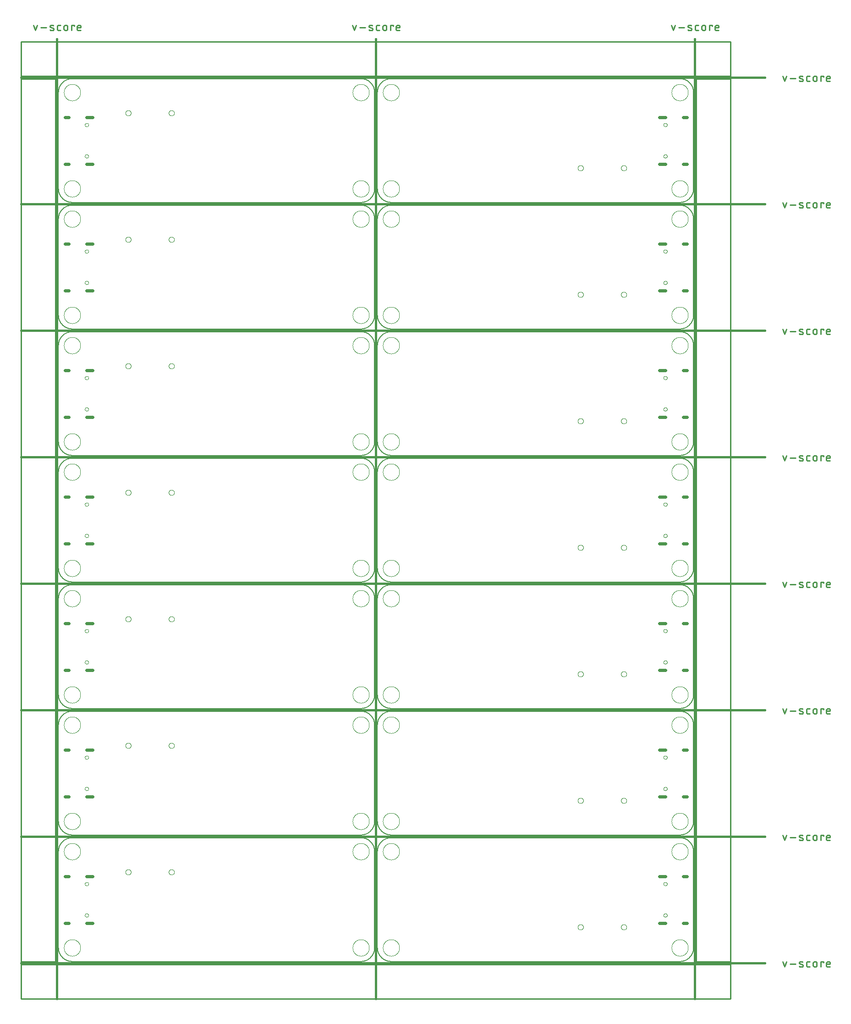
<source format=gko>
G04 EAGLE Gerber RS-274X export*
G75*
%MOMM*%
%FSLAX34Y34*%
%LPD*%
%IN*%
%IPPOS*%
%AMOC8*
5,1,8,0,0,1.08239X$1,22.5*%
G01*
%ADD10C,0.127000*%
%ADD11C,0.381000*%
%ADD12C,0.279400*%
%ADD13C,0.254000*%
%ADD14C,0.000000*%
%ADD15C,0.600000*%


D10*
X25400Y228600D02*
X24786Y228593D01*
X24173Y228570D01*
X23560Y228533D01*
X22949Y228481D01*
X22338Y228415D01*
X21730Y228333D01*
X21124Y228237D01*
X20520Y228127D01*
X19919Y228002D01*
X19321Y227862D01*
X18727Y227708D01*
X18137Y227539D01*
X17551Y227357D01*
X16970Y227160D01*
X16393Y226949D01*
X15822Y226725D01*
X15256Y226487D01*
X14696Y226235D01*
X14143Y225969D01*
X13596Y225691D01*
X13056Y225399D01*
X12523Y225094D01*
X11998Y224776D01*
X11480Y224446D01*
X10971Y224104D01*
X10470Y223749D01*
X9978Y223382D01*
X9495Y223004D01*
X9021Y222614D01*
X8557Y222212D01*
X8102Y221800D01*
X7658Y221376D01*
X7224Y220942D01*
X6800Y220498D01*
X6388Y220043D01*
X5986Y219579D01*
X5596Y219105D01*
X5218Y218622D01*
X4851Y218130D01*
X4496Y217629D01*
X4154Y217120D01*
X3824Y216602D01*
X3506Y216077D01*
X3201Y215544D01*
X2909Y215004D01*
X2631Y214457D01*
X2365Y213904D01*
X2113Y213344D01*
X1875Y212778D01*
X1651Y212207D01*
X1440Y211630D01*
X1243Y211049D01*
X1061Y210463D01*
X892Y209873D01*
X738Y209279D01*
X598Y208681D01*
X473Y208080D01*
X363Y207476D01*
X267Y206870D01*
X185Y206262D01*
X119Y205651D01*
X67Y205040D01*
X30Y204427D01*
X7Y203814D01*
X0Y203200D01*
X0Y25400D01*
X7Y24786D01*
X30Y24173D01*
X67Y23560D01*
X119Y22949D01*
X185Y22338D01*
X267Y21730D01*
X363Y21124D01*
X473Y20520D01*
X598Y19919D01*
X738Y19321D01*
X892Y18727D01*
X1061Y18137D01*
X1243Y17551D01*
X1440Y16970D01*
X1651Y16393D01*
X1875Y15822D01*
X2113Y15256D01*
X2365Y14696D01*
X2631Y14143D01*
X2909Y13596D01*
X3201Y13056D01*
X3506Y12523D01*
X3824Y11998D01*
X4154Y11480D01*
X4496Y10971D01*
X4851Y10470D01*
X5218Y9978D01*
X5596Y9495D01*
X5986Y9021D01*
X6388Y8557D01*
X6800Y8102D01*
X7224Y7658D01*
X7658Y7224D01*
X8102Y6800D01*
X8557Y6388D01*
X9021Y5986D01*
X9495Y5596D01*
X9978Y5218D01*
X10470Y4851D01*
X10971Y4496D01*
X11480Y4154D01*
X11998Y3824D01*
X12523Y3506D01*
X13056Y3201D01*
X13596Y2909D01*
X14143Y2631D01*
X14696Y2365D01*
X15256Y2113D01*
X15822Y1875D01*
X16393Y1651D01*
X16970Y1440D01*
X17551Y1243D01*
X18137Y1061D01*
X18727Y892D01*
X19321Y738D01*
X19919Y598D01*
X20520Y473D01*
X21124Y363D01*
X21730Y267D01*
X22338Y185D01*
X22949Y119D01*
X23560Y67D01*
X24173Y30D01*
X24786Y7D01*
X25400Y0D01*
X558800Y0D01*
X559414Y7D01*
X560027Y30D01*
X560640Y67D01*
X561251Y119D01*
X561862Y185D01*
X562470Y267D01*
X563076Y363D01*
X563680Y473D01*
X564281Y598D01*
X564879Y738D01*
X565473Y892D01*
X566063Y1061D01*
X566649Y1243D01*
X567230Y1440D01*
X567807Y1651D01*
X568378Y1875D01*
X568944Y2113D01*
X569504Y2365D01*
X570057Y2631D01*
X570604Y2909D01*
X571144Y3201D01*
X571677Y3506D01*
X572202Y3824D01*
X572720Y4154D01*
X573229Y4496D01*
X573730Y4851D01*
X574222Y5218D01*
X574705Y5596D01*
X575179Y5986D01*
X575643Y6388D01*
X576098Y6800D01*
X576542Y7224D01*
X576976Y7658D01*
X577400Y8102D01*
X577812Y8557D01*
X578214Y9021D01*
X578604Y9495D01*
X578982Y9978D01*
X579349Y10470D01*
X579704Y10971D01*
X580046Y11480D01*
X580376Y11998D01*
X580694Y12523D01*
X580999Y13056D01*
X581291Y13596D01*
X581569Y14143D01*
X581835Y14696D01*
X582087Y15256D01*
X582325Y15822D01*
X582549Y16393D01*
X582760Y16970D01*
X582957Y17551D01*
X583139Y18137D01*
X583308Y18727D01*
X583462Y19321D01*
X583602Y19919D01*
X583727Y20520D01*
X583837Y21124D01*
X583933Y21730D01*
X584015Y22338D01*
X584081Y22949D01*
X584133Y23560D01*
X584170Y24173D01*
X584193Y24786D01*
X584200Y25400D01*
X584200Y203200D01*
X584193Y203814D01*
X584170Y204427D01*
X584133Y205040D01*
X584081Y205651D01*
X584015Y206262D01*
X583933Y206870D01*
X583837Y207476D01*
X583727Y208080D01*
X583602Y208681D01*
X583462Y209279D01*
X583308Y209873D01*
X583139Y210463D01*
X582957Y211049D01*
X582760Y211630D01*
X582549Y212207D01*
X582325Y212778D01*
X582087Y213344D01*
X581835Y213904D01*
X581569Y214457D01*
X581291Y215004D01*
X580999Y215544D01*
X580694Y216077D01*
X580376Y216602D01*
X580046Y217120D01*
X579704Y217629D01*
X579349Y218130D01*
X578982Y218622D01*
X578604Y219105D01*
X578214Y219579D01*
X577812Y220043D01*
X577400Y220498D01*
X576976Y220942D01*
X576542Y221376D01*
X576098Y221800D01*
X575643Y222212D01*
X575179Y222614D01*
X574705Y223004D01*
X574222Y223382D01*
X573730Y223749D01*
X573229Y224104D01*
X572720Y224446D01*
X572202Y224776D01*
X571677Y225094D01*
X571144Y225399D01*
X570604Y225691D01*
X570057Y225969D01*
X569504Y226235D01*
X568944Y226487D01*
X568378Y226725D01*
X567807Y226949D01*
X567230Y227160D01*
X566649Y227357D01*
X566063Y227539D01*
X565473Y227708D01*
X564879Y227862D01*
X564281Y228002D01*
X563680Y228127D01*
X563076Y228237D01*
X562470Y228333D01*
X561862Y228415D01*
X561251Y228481D01*
X560640Y228533D01*
X560027Y228570D01*
X559414Y228593D01*
X558800Y228600D01*
X25400Y228600D01*
X1148080Y0D02*
X1148694Y7D01*
X1149307Y30D01*
X1149920Y67D01*
X1150531Y119D01*
X1151142Y185D01*
X1151750Y267D01*
X1152356Y363D01*
X1152960Y473D01*
X1153561Y598D01*
X1154159Y738D01*
X1154753Y892D01*
X1155343Y1061D01*
X1155929Y1243D01*
X1156510Y1440D01*
X1157087Y1651D01*
X1157658Y1875D01*
X1158224Y2113D01*
X1158784Y2365D01*
X1159337Y2631D01*
X1159884Y2909D01*
X1160424Y3201D01*
X1160957Y3506D01*
X1161482Y3824D01*
X1162000Y4154D01*
X1162509Y4496D01*
X1163010Y4851D01*
X1163502Y5218D01*
X1163985Y5596D01*
X1164459Y5986D01*
X1164923Y6388D01*
X1165378Y6800D01*
X1165822Y7224D01*
X1166256Y7658D01*
X1166680Y8102D01*
X1167092Y8557D01*
X1167494Y9021D01*
X1167884Y9495D01*
X1168262Y9978D01*
X1168629Y10470D01*
X1168984Y10971D01*
X1169326Y11480D01*
X1169656Y11998D01*
X1169974Y12523D01*
X1170279Y13056D01*
X1170571Y13596D01*
X1170849Y14143D01*
X1171115Y14696D01*
X1171367Y15256D01*
X1171605Y15822D01*
X1171829Y16393D01*
X1172040Y16970D01*
X1172237Y17551D01*
X1172419Y18137D01*
X1172588Y18727D01*
X1172742Y19321D01*
X1172882Y19919D01*
X1173007Y20520D01*
X1173117Y21124D01*
X1173213Y21730D01*
X1173295Y22338D01*
X1173361Y22949D01*
X1173413Y23560D01*
X1173450Y24173D01*
X1173473Y24786D01*
X1173480Y25400D01*
X1173480Y203200D01*
X1173473Y203814D01*
X1173450Y204427D01*
X1173413Y205040D01*
X1173361Y205651D01*
X1173295Y206262D01*
X1173213Y206870D01*
X1173117Y207476D01*
X1173007Y208080D01*
X1172882Y208681D01*
X1172742Y209279D01*
X1172588Y209873D01*
X1172419Y210463D01*
X1172237Y211049D01*
X1172040Y211630D01*
X1171829Y212207D01*
X1171605Y212778D01*
X1171367Y213344D01*
X1171115Y213904D01*
X1170849Y214457D01*
X1170571Y215004D01*
X1170279Y215544D01*
X1169974Y216077D01*
X1169656Y216602D01*
X1169326Y217120D01*
X1168984Y217629D01*
X1168629Y218130D01*
X1168262Y218622D01*
X1167884Y219105D01*
X1167494Y219579D01*
X1167092Y220043D01*
X1166680Y220498D01*
X1166256Y220942D01*
X1165822Y221376D01*
X1165378Y221800D01*
X1164923Y222212D01*
X1164459Y222614D01*
X1163985Y223004D01*
X1163502Y223382D01*
X1163010Y223749D01*
X1162509Y224104D01*
X1162000Y224446D01*
X1161482Y224776D01*
X1160957Y225094D01*
X1160424Y225399D01*
X1159884Y225691D01*
X1159337Y225969D01*
X1158784Y226235D01*
X1158224Y226487D01*
X1157658Y226725D01*
X1157087Y226949D01*
X1156510Y227160D01*
X1155929Y227357D01*
X1155343Y227539D01*
X1154753Y227708D01*
X1154159Y227862D01*
X1153561Y228002D01*
X1152960Y228127D01*
X1152356Y228237D01*
X1151750Y228333D01*
X1151142Y228415D01*
X1150531Y228481D01*
X1149920Y228533D01*
X1149307Y228570D01*
X1148694Y228593D01*
X1148080Y228600D01*
X614680Y228600D01*
X614066Y228593D01*
X613453Y228570D01*
X612840Y228533D01*
X612229Y228481D01*
X611618Y228415D01*
X611010Y228333D01*
X610404Y228237D01*
X609800Y228127D01*
X609199Y228002D01*
X608601Y227862D01*
X608007Y227708D01*
X607417Y227539D01*
X606831Y227357D01*
X606250Y227160D01*
X605673Y226949D01*
X605102Y226725D01*
X604536Y226487D01*
X603976Y226235D01*
X603423Y225969D01*
X602876Y225691D01*
X602336Y225399D01*
X601803Y225094D01*
X601278Y224776D01*
X600760Y224446D01*
X600251Y224104D01*
X599750Y223749D01*
X599258Y223382D01*
X598775Y223004D01*
X598301Y222614D01*
X597837Y222212D01*
X597382Y221800D01*
X596938Y221376D01*
X596504Y220942D01*
X596080Y220498D01*
X595668Y220043D01*
X595266Y219579D01*
X594876Y219105D01*
X594498Y218622D01*
X594131Y218130D01*
X593776Y217629D01*
X593434Y217120D01*
X593104Y216602D01*
X592786Y216077D01*
X592481Y215544D01*
X592189Y215004D01*
X591911Y214457D01*
X591645Y213904D01*
X591393Y213344D01*
X591155Y212778D01*
X590931Y212207D01*
X590720Y211630D01*
X590523Y211049D01*
X590341Y210463D01*
X590172Y209873D01*
X590018Y209279D01*
X589878Y208681D01*
X589753Y208080D01*
X589643Y207476D01*
X589547Y206870D01*
X589465Y206262D01*
X589399Y205651D01*
X589347Y205040D01*
X589310Y204427D01*
X589287Y203814D01*
X589280Y203200D01*
X589280Y25400D01*
X589287Y24786D01*
X589310Y24173D01*
X589347Y23560D01*
X589399Y22949D01*
X589465Y22338D01*
X589547Y21730D01*
X589643Y21124D01*
X589753Y20520D01*
X589878Y19919D01*
X590018Y19321D01*
X590172Y18727D01*
X590341Y18137D01*
X590523Y17551D01*
X590720Y16970D01*
X590931Y16393D01*
X591155Y15822D01*
X591393Y15256D01*
X591645Y14696D01*
X591911Y14143D01*
X592189Y13596D01*
X592481Y13056D01*
X592786Y12523D01*
X593104Y11998D01*
X593434Y11480D01*
X593776Y10971D01*
X594131Y10470D01*
X594498Y9978D01*
X594876Y9495D01*
X595266Y9021D01*
X595668Y8557D01*
X596080Y8102D01*
X596504Y7658D01*
X596938Y7224D01*
X597382Y6800D01*
X597837Y6388D01*
X598301Y5986D01*
X598775Y5596D01*
X599258Y5218D01*
X599750Y4851D01*
X600251Y4496D01*
X600760Y4154D01*
X601278Y3824D01*
X601803Y3506D01*
X602336Y3201D01*
X602876Y2909D01*
X603423Y2631D01*
X603976Y2365D01*
X604536Y2113D01*
X605102Y1875D01*
X605673Y1651D01*
X606250Y1440D01*
X606831Y1243D01*
X607417Y1061D01*
X608007Y892D01*
X608601Y738D01*
X609199Y598D01*
X609800Y473D01*
X610404Y363D01*
X611010Y267D01*
X611618Y185D01*
X612229Y119D01*
X612840Y67D01*
X613453Y30D01*
X614066Y7D01*
X614680Y0D01*
X1148080Y0D01*
X25400Y462280D02*
X24786Y462273D01*
X24173Y462250D01*
X23560Y462213D01*
X22949Y462161D01*
X22338Y462095D01*
X21730Y462013D01*
X21124Y461917D01*
X20520Y461807D01*
X19919Y461682D01*
X19321Y461542D01*
X18727Y461388D01*
X18137Y461219D01*
X17551Y461037D01*
X16970Y460840D01*
X16393Y460629D01*
X15822Y460405D01*
X15256Y460167D01*
X14696Y459915D01*
X14143Y459649D01*
X13596Y459371D01*
X13056Y459079D01*
X12523Y458774D01*
X11998Y458456D01*
X11480Y458126D01*
X10971Y457784D01*
X10470Y457429D01*
X9978Y457062D01*
X9495Y456684D01*
X9021Y456294D01*
X8557Y455892D01*
X8102Y455480D01*
X7658Y455056D01*
X7224Y454622D01*
X6800Y454178D01*
X6388Y453723D01*
X5986Y453259D01*
X5596Y452785D01*
X5218Y452302D01*
X4851Y451810D01*
X4496Y451309D01*
X4154Y450800D01*
X3824Y450282D01*
X3506Y449757D01*
X3201Y449224D01*
X2909Y448684D01*
X2631Y448137D01*
X2365Y447584D01*
X2113Y447024D01*
X1875Y446458D01*
X1651Y445887D01*
X1440Y445310D01*
X1243Y444729D01*
X1061Y444143D01*
X892Y443553D01*
X738Y442959D01*
X598Y442361D01*
X473Y441760D01*
X363Y441156D01*
X267Y440550D01*
X185Y439942D01*
X119Y439331D01*
X67Y438720D01*
X30Y438107D01*
X7Y437494D01*
X0Y436880D01*
X0Y259080D01*
X7Y258466D01*
X30Y257853D01*
X67Y257240D01*
X119Y256629D01*
X185Y256018D01*
X267Y255410D01*
X363Y254804D01*
X473Y254200D01*
X598Y253599D01*
X738Y253001D01*
X892Y252407D01*
X1061Y251817D01*
X1243Y251231D01*
X1440Y250650D01*
X1651Y250073D01*
X1875Y249502D01*
X2113Y248936D01*
X2365Y248376D01*
X2631Y247823D01*
X2909Y247276D01*
X3201Y246736D01*
X3506Y246203D01*
X3824Y245678D01*
X4154Y245160D01*
X4496Y244651D01*
X4851Y244150D01*
X5218Y243658D01*
X5596Y243175D01*
X5986Y242701D01*
X6388Y242237D01*
X6800Y241782D01*
X7224Y241338D01*
X7658Y240904D01*
X8102Y240480D01*
X8557Y240068D01*
X9021Y239666D01*
X9495Y239276D01*
X9978Y238898D01*
X10470Y238531D01*
X10971Y238176D01*
X11480Y237834D01*
X11998Y237504D01*
X12523Y237186D01*
X13056Y236881D01*
X13596Y236589D01*
X14143Y236311D01*
X14696Y236045D01*
X15256Y235793D01*
X15822Y235555D01*
X16393Y235331D01*
X16970Y235120D01*
X17551Y234923D01*
X18137Y234741D01*
X18727Y234572D01*
X19321Y234418D01*
X19919Y234278D01*
X20520Y234153D01*
X21124Y234043D01*
X21730Y233947D01*
X22338Y233865D01*
X22949Y233799D01*
X23560Y233747D01*
X24173Y233710D01*
X24786Y233687D01*
X25400Y233680D01*
X558800Y233680D01*
X559414Y233687D01*
X560027Y233710D01*
X560640Y233747D01*
X561251Y233799D01*
X561862Y233865D01*
X562470Y233947D01*
X563076Y234043D01*
X563680Y234153D01*
X564281Y234278D01*
X564879Y234418D01*
X565473Y234572D01*
X566063Y234741D01*
X566649Y234923D01*
X567230Y235120D01*
X567807Y235331D01*
X568378Y235555D01*
X568944Y235793D01*
X569504Y236045D01*
X570057Y236311D01*
X570604Y236589D01*
X571144Y236881D01*
X571677Y237186D01*
X572202Y237504D01*
X572720Y237834D01*
X573229Y238176D01*
X573730Y238531D01*
X574222Y238898D01*
X574705Y239276D01*
X575179Y239666D01*
X575643Y240068D01*
X576098Y240480D01*
X576542Y240904D01*
X576976Y241338D01*
X577400Y241782D01*
X577812Y242237D01*
X578214Y242701D01*
X578604Y243175D01*
X578982Y243658D01*
X579349Y244150D01*
X579704Y244651D01*
X580046Y245160D01*
X580376Y245678D01*
X580694Y246203D01*
X580999Y246736D01*
X581291Y247276D01*
X581569Y247823D01*
X581835Y248376D01*
X582087Y248936D01*
X582325Y249502D01*
X582549Y250073D01*
X582760Y250650D01*
X582957Y251231D01*
X583139Y251817D01*
X583308Y252407D01*
X583462Y253001D01*
X583602Y253599D01*
X583727Y254200D01*
X583837Y254804D01*
X583933Y255410D01*
X584015Y256018D01*
X584081Y256629D01*
X584133Y257240D01*
X584170Y257853D01*
X584193Y258466D01*
X584200Y259080D01*
X584200Y436880D01*
X584193Y437494D01*
X584170Y438107D01*
X584133Y438720D01*
X584081Y439331D01*
X584015Y439942D01*
X583933Y440550D01*
X583837Y441156D01*
X583727Y441760D01*
X583602Y442361D01*
X583462Y442959D01*
X583308Y443553D01*
X583139Y444143D01*
X582957Y444729D01*
X582760Y445310D01*
X582549Y445887D01*
X582325Y446458D01*
X582087Y447024D01*
X581835Y447584D01*
X581569Y448137D01*
X581291Y448684D01*
X580999Y449224D01*
X580694Y449757D01*
X580376Y450282D01*
X580046Y450800D01*
X579704Y451309D01*
X579349Y451810D01*
X578982Y452302D01*
X578604Y452785D01*
X578214Y453259D01*
X577812Y453723D01*
X577400Y454178D01*
X576976Y454622D01*
X576542Y455056D01*
X576098Y455480D01*
X575643Y455892D01*
X575179Y456294D01*
X574705Y456684D01*
X574222Y457062D01*
X573730Y457429D01*
X573229Y457784D01*
X572720Y458126D01*
X572202Y458456D01*
X571677Y458774D01*
X571144Y459079D01*
X570604Y459371D01*
X570057Y459649D01*
X569504Y459915D01*
X568944Y460167D01*
X568378Y460405D01*
X567807Y460629D01*
X567230Y460840D01*
X566649Y461037D01*
X566063Y461219D01*
X565473Y461388D01*
X564879Y461542D01*
X564281Y461682D01*
X563680Y461807D01*
X563076Y461917D01*
X562470Y462013D01*
X561862Y462095D01*
X561251Y462161D01*
X560640Y462213D01*
X560027Y462250D01*
X559414Y462273D01*
X558800Y462280D01*
X25400Y462280D01*
X1148080Y233680D02*
X1148694Y233687D01*
X1149307Y233710D01*
X1149920Y233747D01*
X1150531Y233799D01*
X1151142Y233865D01*
X1151750Y233947D01*
X1152356Y234043D01*
X1152960Y234153D01*
X1153561Y234278D01*
X1154159Y234418D01*
X1154753Y234572D01*
X1155343Y234741D01*
X1155929Y234923D01*
X1156510Y235120D01*
X1157087Y235331D01*
X1157658Y235555D01*
X1158224Y235793D01*
X1158784Y236045D01*
X1159337Y236311D01*
X1159884Y236589D01*
X1160424Y236881D01*
X1160957Y237186D01*
X1161482Y237504D01*
X1162000Y237834D01*
X1162509Y238176D01*
X1163010Y238531D01*
X1163502Y238898D01*
X1163985Y239276D01*
X1164459Y239666D01*
X1164923Y240068D01*
X1165378Y240480D01*
X1165822Y240904D01*
X1166256Y241338D01*
X1166680Y241782D01*
X1167092Y242237D01*
X1167494Y242701D01*
X1167884Y243175D01*
X1168262Y243658D01*
X1168629Y244150D01*
X1168984Y244651D01*
X1169326Y245160D01*
X1169656Y245678D01*
X1169974Y246203D01*
X1170279Y246736D01*
X1170571Y247276D01*
X1170849Y247823D01*
X1171115Y248376D01*
X1171367Y248936D01*
X1171605Y249502D01*
X1171829Y250073D01*
X1172040Y250650D01*
X1172237Y251231D01*
X1172419Y251817D01*
X1172588Y252407D01*
X1172742Y253001D01*
X1172882Y253599D01*
X1173007Y254200D01*
X1173117Y254804D01*
X1173213Y255410D01*
X1173295Y256018D01*
X1173361Y256629D01*
X1173413Y257240D01*
X1173450Y257853D01*
X1173473Y258466D01*
X1173480Y259080D01*
X1173480Y436880D01*
X1173473Y437494D01*
X1173450Y438107D01*
X1173413Y438720D01*
X1173361Y439331D01*
X1173295Y439942D01*
X1173213Y440550D01*
X1173117Y441156D01*
X1173007Y441760D01*
X1172882Y442361D01*
X1172742Y442959D01*
X1172588Y443553D01*
X1172419Y444143D01*
X1172237Y444729D01*
X1172040Y445310D01*
X1171829Y445887D01*
X1171605Y446458D01*
X1171367Y447024D01*
X1171115Y447584D01*
X1170849Y448137D01*
X1170571Y448684D01*
X1170279Y449224D01*
X1169974Y449757D01*
X1169656Y450282D01*
X1169326Y450800D01*
X1168984Y451309D01*
X1168629Y451810D01*
X1168262Y452302D01*
X1167884Y452785D01*
X1167494Y453259D01*
X1167092Y453723D01*
X1166680Y454178D01*
X1166256Y454622D01*
X1165822Y455056D01*
X1165378Y455480D01*
X1164923Y455892D01*
X1164459Y456294D01*
X1163985Y456684D01*
X1163502Y457062D01*
X1163010Y457429D01*
X1162509Y457784D01*
X1162000Y458126D01*
X1161482Y458456D01*
X1160957Y458774D01*
X1160424Y459079D01*
X1159884Y459371D01*
X1159337Y459649D01*
X1158784Y459915D01*
X1158224Y460167D01*
X1157658Y460405D01*
X1157087Y460629D01*
X1156510Y460840D01*
X1155929Y461037D01*
X1155343Y461219D01*
X1154753Y461388D01*
X1154159Y461542D01*
X1153561Y461682D01*
X1152960Y461807D01*
X1152356Y461917D01*
X1151750Y462013D01*
X1151142Y462095D01*
X1150531Y462161D01*
X1149920Y462213D01*
X1149307Y462250D01*
X1148694Y462273D01*
X1148080Y462280D01*
X614680Y462280D01*
X614066Y462273D01*
X613453Y462250D01*
X612840Y462213D01*
X612229Y462161D01*
X611618Y462095D01*
X611010Y462013D01*
X610404Y461917D01*
X609800Y461807D01*
X609199Y461682D01*
X608601Y461542D01*
X608007Y461388D01*
X607417Y461219D01*
X606831Y461037D01*
X606250Y460840D01*
X605673Y460629D01*
X605102Y460405D01*
X604536Y460167D01*
X603976Y459915D01*
X603423Y459649D01*
X602876Y459371D01*
X602336Y459079D01*
X601803Y458774D01*
X601278Y458456D01*
X600760Y458126D01*
X600251Y457784D01*
X599750Y457429D01*
X599258Y457062D01*
X598775Y456684D01*
X598301Y456294D01*
X597837Y455892D01*
X597382Y455480D01*
X596938Y455056D01*
X596504Y454622D01*
X596080Y454178D01*
X595668Y453723D01*
X595266Y453259D01*
X594876Y452785D01*
X594498Y452302D01*
X594131Y451810D01*
X593776Y451309D01*
X593434Y450800D01*
X593104Y450282D01*
X592786Y449757D01*
X592481Y449224D01*
X592189Y448684D01*
X591911Y448137D01*
X591645Y447584D01*
X591393Y447024D01*
X591155Y446458D01*
X590931Y445887D01*
X590720Y445310D01*
X590523Y444729D01*
X590341Y444143D01*
X590172Y443553D01*
X590018Y442959D01*
X589878Y442361D01*
X589753Y441760D01*
X589643Y441156D01*
X589547Y440550D01*
X589465Y439942D01*
X589399Y439331D01*
X589347Y438720D01*
X589310Y438107D01*
X589287Y437494D01*
X589280Y436880D01*
X589280Y259080D01*
X589287Y258466D01*
X589310Y257853D01*
X589347Y257240D01*
X589399Y256629D01*
X589465Y256018D01*
X589547Y255410D01*
X589643Y254804D01*
X589753Y254200D01*
X589878Y253599D01*
X590018Y253001D01*
X590172Y252407D01*
X590341Y251817D01*
X590523Y251231D01*
X590720Y250650D01*
X590931Y250073D01*
X591155Y249502D01*
X591393Y248936D01*
X591645Y248376D01*
X591911Y247823D01*
X592189Y247276D01*
X592481Y246736D01*
X592786Y246203D01*
X593104Y245678D01*
X593434Y245160D01*
X593776Y244651D01*
X594131Y244150D01*
X594498Y243658D01*
X594876Y243175D01*
X595266Y242701D01*
X595668Y242237D01*
X596080Y241782D01*
X596504Y241338D01*
X596938Y240904D01*
X597382Y240480D01*
X597837Y240068D01*
X598301Y239666D01*
X598775Y239276D01*
X599258Y238898D01*
X599750Y238531D01*
X600251Y238176D01*
X600760Y237834D01*
X601278Y237504D01*
X601803Y237186D01*
X602336Y236881D01*
X602876Y236589D01*
X603423Y236311D01*
X603976Y236045D01*
X604536Y235793D01*
X605102Y235555D01*
X605673Y235331D01*
X606250Y235120D01*
X606831Y234923D01*
X607417Y234741D01*
X608007Y234572D01*
X608601Y234418D01*
X609199Y234278D01*
X609800Y234153D01*
X610404Y234043D01*
X611010Y233947D01*
X611618Y233865D01*
X612229Y233799D01*
X612840Y233747D01*
X613453Y233710D01*
X614066Y233687D01*
X614680Y233680D01*
X1148080Y233680D01*
X25400Y695960D02*
X24786Y695953D01*
X24173Y695930D01*
X23560Y695893D01*
X22949Y695841D01*
X22338Y695775D01*
X21730Y695693D01*
X21124Y695597D01*
X20520Y695487D01*
X19919Y695362D01*
X19321Y695222D01*
X18727Y695068D01*
X18137Y694899D01*
X17551Y694717D01*
X16970Y694520D01*
X16393Y694309D01*
X15822Y694085D01*
X15256Y693847D01*
X14696Y693595D01*
X14143Y693329D01*
X13596Y693051D01*
X13056Y692759D01*
X12523Y692454D01*
X11998Y692136D01*
X11480Y691806D01*
X10971Y691464D01*
X10470Y691109D01*
X9978Y690742D01*
X9495Y690364D01*
X9021Y689974D01*
X8557Y689572D01*
X8102Y689160D01*
X7658Y688736D01*
X7224Y688302D01*
X6800Y687858D01*
X6388Y687403D01*
X5986Y686939D01*
X5596Y686465D01*
X5218Y685982D01*
X4851Y685490D01*
X4496Y684989D01*
X4154Y684480D01*
X3824Y683962D01*
X3506Y683437D01*
X3201Y682904D01*
X2909Y682364D01*
X2631Y681817D01*
X2365Y681264D01*
X2113Y680704D01*
X1875Y680138D01*
X1651Y679567D01*
X1440Y678990D01*
X1243Y678409D01*
X1061Y677823D01*
X892Y677233D01*
X738Y676639D01*
X598Y676041D01*
X473Y675440D01*
X363Y674836D01*
X267Y674230D01*
X185Y673622D01*
X119Y673011D01*
X67Y672400D01*
X30Y671787D01*
X7Y671174D01*
X0Y670560D01*
X0Y492760D01*
X7Y492146D01*
X30Y491533D01*
X67Y490920D01*
X119Y490309D01*
X185Y489698D01*
X267Y489090D01*
X363Y488484D01*
X473Y487880D01*
X598Y487279D01*
X738Y486681D01*
X892Y486087D01*
X1061Y485497D01*
X1243Y484911D01*
X1440Y484330D01*
X1651Y483753D01*
X1875Y483182D01*
X2113Y482616D01*
X2365Y482056D01*
X2631Y481503D01*
X2909Y480956D01*
X3201Y480416D01*
X3506Y479883D01*
X3824Y479358D01*
X4154Y478840D01*
X4496Y478331D01*
X4851Y477830D01*
X5218Y477338D01*
X5596Y476855D01*
X5986Y476381D01*
X6388Y475917D01*
X6800Y475462D01*
X7224Y475018D01*
X7658Y474584D01*
X8102Y474160D01*
X8557Y473748D01*
X9021Y473346D01*
X9495Y472956D01*
X9978Y472578D01*
X10470Y472211D01*
X10971Y471856D01*
X11480Y471514D01*
X11998Y471184D01*
X12523Y470866D01*
X13056Y470561D01*
X13596Y470269D01*
X14143Y469991D01*
X14696Y469725D01*
X15256Y469473D01*
X15822Y469235D01*
X16393Y469011D01*
X16970Y468800D01*
X17551Y468603D01*
X18137Y468421D01*
X18727Y468252D01*
X19321Y468098D01*
X19919Y467958D01*
X20520Y467833D01*
X21124Y467723D01*
X21730Y467627D01*
X22338Y467545D01*
X22949Y467479D01*
X23560Y467427D01*
X24173Y467390D01*
X24786Y467367D01*
X25400Y467360D01*
X558800Y467360D01*
X559414Y467367D01*
X560027Y467390D01*
X560640Y467427D01*
X561251Y467479D01*
X561862Y467545D01*
X562470Y467627D01*
X563076Y467723D01*
X563680Y467833D01*
X564281Y467958D01*
X564879Y468098D01*
X565473Y468252D01*
X566063Y468421D01*
X566649Y468603D01*
X567230Y468800D01*
X567807Y469011D01*
X568378Y469235D01*
X568944Y469473D01*
X569504Y469725D01*
X570057Y469991D01*
X570604Y470269D01*
X571144Y470561D01*
X571677Y470866D01*
X572202Y471184D01*
X572720Y471514D01*
X573229Y471856D01*
X573730Y472211D01*
X574222Y472578D01*
X574705Y472956D01*
X575179Y473346D01*
X575643Y473748D01*
X576098Y474160D01*
X576542Y474584D01*
X576976Y475018D01*
X577400Y475462D01*
X577812Y475917D01*
X578214Y476381D01*
X578604Y476855D01*
X578982Y477338D01*
X579349Y477830D01*
X579704Y478331D01*
X580046Y478840D01*
X580376Y479358D01*
X580694Y479883D01*
X580999Y480416D01*
X581291Y480956D01*
X581569Y481503D01*
X581835Y482056D01*
X582087Y482616D01*
X582325Y483182D01*
X582549Y483753D01*
X582760Y484330D01*
X582957Y484911D01*
X583139Y485497D01*
X583308Y486087D01*
X583462Y486681D01*
X583602Y487279D01*
X583727Y487880D01*
X583837Y488484D01*
X583933Y489090D01*
X584015Y489698D01*
X584081Y490309D01*
X584133Y490920D01*
X584170Y491533D01*
X584193Y492146D01*
X584200Y492760D01*
X584200Y670560D01*
X584193Y671174D01*
X584170Y671787D01*
X584133Y672400D01*
X584081Y673011D01*
X584015Y673622D01*
X583933Y674230D01*
X583837Y674836D01*
X583727Y675440D01*
X583602Y676041D01*
X583462Y676639D01*
X583308Y677233D01*
X583139Y677823D01*
X582957Y678409D01*
X582760Y678990D01*
X582549Y679567D01*
X582325Y680138D01*
X582087Y680704D01*
X581835Y681264D01*
X581569Y681817D01*
X581291Y682364D01*
X580999Y682904D01*
X580694Y683437D01*
X580376Y683962D01*
X580046Y684480D01*
X579704Y684989D01*
X579349Y685490D01*
X578982Y685982D01*
X578604Y686465D01*
X578214Y686939D01*
X577812Y687403D01*
X577400Y687858D01*
X576976Y688302D01*
X576542Y688736D01*
X576098Y689160D01*
X575643Y689572D01*
X575179Y689974D01*
X574705Y690364D01*
X574222Y690742D01*
X573730Y691109D01*
X573229Y691464D01*
X572720Y691806D01*
X572202Y692136D01*
X571677Y692454D01*
X571144Y692759D01*
X570604Y693051D01*
X570057Y693329D01*
X569504Y693595D01*
X568944Y693847D01*
X568378Y694085D01*
X567807Y694309D01*
X567230Y694520D01*
X566649Y694717D01*
X566063Y694899D01*
X565473Y695068D01*
X564879Y695222D01*
X564281Y695362D01*
X563680Y695487D01*
X563076Y695597D01*
X562470Y695693D01*
X561862Y695775D01*
X561251Y695841D01*
X560640Y695893D01*
X560027Y695930D01*
X559414Y695953D01*
X558800Y695960D01*
X25400Y695960D01*
X1148080Y467360D02*
X1148694Y467367D01*
X1149307Y467390D01*
X1149920Y467427D01*
X1150531Y467479D01*
X1151142Y467545D01*
X1151750Y467627D01*
X1152356Y467723D01*
X1152960Y467833D01*
X1153561Y467958D01*
X1154159Y468098D01*
X1154753Y468252D01*
X1155343Y468421D01*
X1155929Y468603D01*
X1156510Y468800D01*
X1157087Y469011D01*
X1157658Y469235D01*
X1158224Y469473D01*
X1158784Y469725D01*
X1159337Y469991D01*
X1159884Y470269D01*
X1160424Y470561D01*
X1160957Y470866D01*
X1161482Y471184D01*
X1162000Y471514D01*
X1162509Y471856D01*
X1163010Y472211D01*
X1163502Y472578D01*
X1163985Y472956D01*
X1164459Y473346D01*
X1164923Y473748D01*
X1165378Y474160D01*
X1165822Y474584D01*
X1166256Y475018D01*
X1166680Y475462D01*
X1167092Y475917D01*
X1167494Y476381D01*
X1167884Y476855D01*
X1168262Y477338D01*
X1168629Y477830D01*
X1168984Y478331D01*
X1169326Y478840D01*
X1169656Y479358D01*
X1169974Y479883D01*
X1170279Y480416D01*
X1170571Y480956D01*
X1170849Y481503D01*
X1171115Y482056D01*
X1171367Y482616D01*
X1171605Y483182D01*
X1171829Y483753D01*
X1172040Y484330D01*
X1172237Y484911D01*
X1172419Y485497D01*
X1172588Y486087D01*
X1172742Y486681D01*
X1172882Y487279D01*
X1173007Y487880D01*
X1173117Y488484D01*
X1173213Y489090D01*
X1173295Y489698D01*
X1173361Y490309D01*
X1173413Y490920D01*
X1173450Y491533D01*
X1173473Y492146D01*
X1173480Y492760D01*
X1173480Y670560D01*
X1173473Y671174D01*
X1173450Y671787D01*
X1173413Y672400D01*
X1173361Y673011D01*
X1173295Y673622D01*
X1173213Y674230D01*
X1173117Y674836D01*
X1173007Y675440D01*
X1172882Y676041D01*
X1172742Y676639D01*
X1172588Y677233D01*
X1172419Y677823D01*
X1172237Y678409D01*
X1172040Y678990D01*
X1171829Y679567D01*
X1171605Y680138D01*
X1171367Y680704D01*
X1171115Y681264D01*
X1170849Y681817D01*
X1170571Y682364D01*
X1170279Y682904D01*
X1169974Y683437D01*
X1169656Y683962D01*
X1169326Y684480D01*
X1168984Y684989D01*
X1168629Y685490D01*
X1168262Y685982D01*
X1167884Y686465D01*
X1167494Y686939D01*
X1167092Y687403D01*
X1166680Y687858D01*
X1166256Y688302D01*
X1165822Y688736D01*
X1165378Y689160D01*
X1164923Y689572D01*
X1164459Y689974D01*
X1163985Y690364D01*
X1163502Y690742D01*
X1163010Y691109D01*
X1162509Y691464D01*
X1162000Y691806D01*
X1161482Y692136D01*
X1160957Y692454D01*
X1160424Y692759D01*
X1159884Y693051D01*
X1159337Y693329D01*
X1158784Y693595D01*
X1158224Y693847D01*
X1157658Y694085D01*
X1157087Y694309D01*
X1156510Y694520D01*
X1155929Y694717D01*
X1155343Y694899D01*
X1154753Y695068D01*
X1154159Y695222D01*
X1153561Y695362D01*
X1152960Y695487D01*
X1152356Y695597D01*
X1151750Y695693D01*
X1151142Y695775D01*
X1150531Y695841D01*
X1149920Y695893D01*
X1149307Y695930D01*
X1148694Y695953D01*
X1148080Y695960D01*
X614680Y695960D01*
X614066Y695953D01*
X613453Y695930D01*
X612840Y695893D01*
X612229Y695841D01*
X611618Y695775D01*
X611010Y695693D01*
X610404Y695597D01*
X609800Y695487D01*
X609199Y695362D01*
X608601Y695222D01*
X608007Y695068D01*
X607417Y694899D01*
X606831Y694717D01*
X606250Y694520D01*
X605673Y694309D01*
X605102Y694085D01*
X604536Y693847D01*
X603976Y693595D01*
X603423Y693329D01*
X602876Y693051D01*
X602336Y692759D01*
X601803Y692454D01*
X601278Y692136D01*
X600760Y691806D01*
X600251Y691464D01*
X599750Y691109D01*
X599258Y690742D01*
X598775Y690364D01*
X598301Y689974D01*
X597837Y689572D01*
X597382Y689160D01*
X596938Y688736D01*
X596504Y688302D01*
X596080Y687858D01*
X595668Y687403D01*
X595266Y686939D01*
X594876Y686465D01*
X594498Y685982D01*
X594131Y685490D01*
X593776Y684989D01*
X593434Y684480D01*
X593104Y683962D01*
X592786Y683437D01*
X592481Y682904D01*
X592189Y682364D01*
X591911Y681817D01*
X591645Y681264D01*
X591393Y680704D01*
X591155Y680138D01*
X590931Y679567D01*
X590720Y678990D01*
X590523Y678409D01*
X590341Y677823D01*
X590172Y677233D01*
X590018Y676639D01*
X589878Y676041D01*
X589753Y675440D01*
X589643Y674836D01*
X589547Y674230D01*
X589465Y673622D01*
X589399Y673011D01*
X589347Y672400D01*
X589310Y671787D01*
X589287Y671174D01*
X589280Y670560D01*
X589280Y492760D01*
X589287Y492146D01*
X589310Y491533D01*
X589347Y490920D01*
X589399Y490309D01*
X589465Y489698D01*
X589547Y489090D01*
X589643Y488484D01*
X589753Y487880D01*
X589878Y487279D01*
X590018Y486681D01*
X590172Y486087D01*
X590341Y485497D01*
X590523Y484911D01*
X590720Y484330D01*
X590931Y483753D01*
X591155Y483182D01*
X591393Y482616D01*
X591645Y482056D01*
X591911Y481503D01*
X592189Y480956D01*
X592481Y480416D01*
X592786Y479883D01*
X593104Y479358D01*
X593434Y478840D01*
X593776Y478331D01*
X594131Y477830D01*
X594498Y477338D01*
X594876Y476855D01*
X595266Y476381D01*
X595668Y475917D01*
X596080Y475462D01*
X596504Y475018D01*
X596938Y474584D01*
X597382Y474160D01*
X597837Y473748D01*
X598301Y473346D01*
X598775Y472956D01*
X599258Y472578D01*
X599750Y472211D01*
X600251Y471856D01*
X600760Y471514D01*
X601278Y471184D01*
X601803Y470866D01*
X602336Y470561D01*
X602876Y470269D01*
X603423Y469991D01*
X603976Y469725D01*
X604536Y469473D01*
X605102Y469235D01*
X605673Y469011D01*
X606250Y468800D01*
X606831Y468603D01*
X607417Y468421D01*
X608007Y468252D01*
X608601Y468098D01*
X609199Y467958D01*
X609800Y467833D01*
X610404Y467723D01*
X611010Y467627D01*
X611618Y467545D01*
X612229Y467479D01*
X612840Y467427D01*
X613453Y467390D01*
X614066Y467367D01*
X614680Y467360D01*
X1148080Y467360D01*
X25400Y929640D02*
X24786Y929633D01*
X24173Y929610D01*
X23560Y929573D01*
X22949Y929521D01*
X22338Y929455D01*
X21730Y929373D01*
X21124Y929277D01*
X20520Y929167D01*
X19919Y929042D01*
X19321Y928902D01*
X18727Y928748D01*
X18137Y928579D01*
X17551Y928397D01*
X16970Y928200D01*
X16393Y927989D01*
X15822Y927765D01*
X15256Y927527D01*
X14696Y927275D01*
X14143Y927009D01*
X13596Y926731D01*
X13056Y926439D01*
X12523Y926134D01*
X11998Y925816D01*
X11480Y925486D01*
X10971Y925144D01*
X10470Y924789D01*
X9978Y924422D01*
X9495Y924044D01*
X9021Y923654D01*
X8557Y923252D01*
X8102Y922840D01*
X7658Y922416D01*
X7224Y921982D01*
X6800Y921538D01*
X6388Y921083D01*
X5986Y920619D01*
X5596Y920145D01*
X5218Y919662D01*
X4851Y919170D01*
X4496Y918669D01*
X4154Y918160D01*
X3824Y917642D01*
X3506Y917117D01*
X3201Y916584D01*
X2909Y916044D01*
X2631Y915497D01*
X2365Y914944D01*
X2113Y914384D01*
X1875Y913818D01*
X1651Y913247D01*
X1440Y912670D01*
X1243Y912089D01*
X1061Y911503D01*
X892Y910913D01*
X738Y910319D01*
X598Y909721D01*
X473Y909120D01*
X363Y908516D01*
X267Y907910D01*
X185Y907302D01*
X119Y906691D01*
X67Y906080D01*
X30Y905467D01*
X7Y904854D01*
X0Y904240D01*
X0Y726440D01*
X7Y725826D01*
X30Y725213D01*
X67Y724600D01*
X119Y723989D01*
X185Y723378D01*
X267Y722770D01*
X363Y722164D01*
X473Y721560D01*
X598Y720959D01*
X738Y720361D01*
X892Y719767D01*
X1061Y719177D01*
X1243Y718591D01*
X1440Y718010D01*
X1651Y717433D01*
X1875Y716862D01*
X2113Y716296D01*
X2365Y715736D01*
X2631Y715183D01*
X2909Y714636D01*
X3201Y714096D01*
X3506Y713563D01*
X3824Y713038D01*
X4154Y712520D01*
X4496Y712011D01*
X4851Y711510D01*
X5218Y711018D01*
X5596Y710535D01*
X5986Y710061D01*
X6388Y709597D01*
X6800Y709142D01*
X7224Y708698D01*
X7658Y708264D01*
X8102Y707840D01*
X8557Y707428D01*
X9021Y707026D01*
X9495Y706636D01*
X9978Y706258D01*
X10470Y705891D01*
X10971Y705536D01*
X11480Y705194D01*
X11998Y704864D01*
X12523Y704546D01*
X13056Y704241D01*
X13596Y703949D01*
X14143Y703671D01*
X14696Y703405D01*
X15256Y703153D01*
X15822Y702915D01*
X16393Y702691D01*
X16970Y702480D01*
X17551Y702283D01*
X18137Y702101D01*
X18727Y701932D01*
X19321Y701778D01*
X19919Y701638D01*
X20520Y701513D01*
X21124Y701403D01*
X21730Y701307D01*
X22338Y701225D01*
X22949Y701159D01*
X23560Y701107D01*
X24173Y701070D01*
X24786Y701047D01*
X25400Y701040D01*
X558800Y701040D01*
X559414Y701047D01*
X560027Y701070D01*
X560640Y701107D01*
X561251Y701159D01*
X561862Y701225D01*
X562470Y701307D01*
X563076Y701403D01*
X563680Y701513D01*
X564281Y701638D01*
X564879Y701778D01*
X565473Y701932D01*
X566063Y702101D01*
X566649Y702283D01*
X567230Y702480D01*
X567807Y702691D01*
X568378Y702915D01*
X568944Y703153D01*
X569504Y703405D01*
X570057Y703671D01*
X570604Y703949D01*
X571144Y704241D01*
X571677Y704546D01*
X572202Y704864D01*
X572720Y705194D01*
X573229Y705536D01*
X573730Y705891D01*
X574222Y706258D01*
X574705Y706636D01*
X575179Y707026D01*
X575643Y707428D01*
X576098Y707840D01*
X576542Y708264D01*
X576976Y708698D01*
X577400Y709142D01*
X577812Y709597D01*
X578214Y710061D01*
X578604Y710535D01*
X578982Y711018D01*
X579349Y711510D01*
X579704Y712011D01*
X580046Y712520D01*
X580376Y713038D01*
X580694Y713563D01*
X580999Y714096D01*
X581291Y714636D01*
X581569Y715183D01*
X581835Y715736D01*
X582087Y716296D01*
X582325Y716862D01*
X582549Y717433D01*
X582760Y718010D01*
X582957Y718591D01*
X583139Y719177D01*
X583308Y719767D01*
X583462Y720361D01*
X583602Y720959D01*
X583727Y721560D01*
X583837Y722164D01*
X583933Y722770D01*
X584015Y723378D01*
X584081Y723989D01*
X584133Y724600D01*
X584170Y725213D01*
X584193Y725826D01*
X584200Y726440D01*
X584200Y904240D01*
X584193Y904854D01*
X584170Y905467D01*
X584133Y906080D01*
X584081Y906691D01*
X584015Y907302D01*
X583933Y907910D01*
X583837Y908516D01*
X583727Y909120D01*
X583602Y909721D01*
X583462Y910319D01*
X583308Y910913D01*
X583139Y911503D01*
X582957Y912089D01*
X582760Y912670D01*
X582549Y913247D01*
X582325Y913818D01*
X582087Y914384D01*
X581835Y914944D01*
X581569Y915497D01*
X581291Y916044D01*
X580999Y916584D01*
X580694Y917117D01*
X580376Y917642D01*
X580046Y918160D01*
X579704Y918669D01*
X579349Y919170D01*
X578982Y919662D01*
X578604Y920145D01*
X578214Y920619D01*
X577812Y921083D01*
X577400Y921538D01*
X576976Y921982D01*
X576542Y922416D01*
X576098Y922840D01*
X575643Y923252D01*
X575179Y923654D01*
X574705Y924044D01*
X574222Y924422D01*
X573730Y924789D01*
X573229Y925144D01*
X572720Y925486D01*
X572202Y925816D01*
X571677Y926134D01*
X571144Y926439D01*
X570604Y926731D01*
X570057Y927009D01*
X569504Y927275D01*
X568944Y927527D01*
X568378Y927765D01*
X567807Y927989D01*
X567230Y928200D01*
X566649Y928397D01*
X566063Y928579D01*
X565473Y928748D01*
X564879Y928902D01*
X564281Y929042D01*
X563680Y929167D01*
X563076Y929277D01*
X562470Y929373D01*
X561862Y929455D01*
X561251Y929521D01*
X560640Y929573D01*
X560027Y929610D01*
X559414Y929633D01*
X558800Y929640D01*
X25400Y929640D01*
X1148080Y701040D02*
X1148694Y701047D01*
X1149307Y701070D01*
X1149920Y701107D01*
X1150531Y701159D01*
X1151142Y701225D01*
X1151750Y701307D01*
X1152356Y701403D01*
X1152960Y701513D01*
X1153561Y701638D01*
X1154159Y701778D01*
X1154753Y701932D01*
X1155343Y702101D01*
X1155929Y702283D01*
X1156510Y702480D01*
X1157087Y702691D01*
X1157658Y702915D01*
X1158224Y703153D01*
X1158784Y703405D01*
X1159337Y703671D01*
X1159884Y703949D01*
X1160424Y704241D01*
X1160957Y704546D01*
X1161482Y704864D01*
X1162000Y705194D01*
X1162509Y705536D01*
X1163010Y705891D01*
X1163502Y706258D01*
X1163985Y706636D01*
X1164459Y707026D01*
X1164923Y707428D01*
X1165378Y707840D01*
X1165822Y708264D01*
X1166256Y708698D01*
X1166680Y709142D01*
X1167092Y709597D01*
X1167494Y710061D01*
X1167884Y710535D01*
X1168262Y711018D01*
X1168629Y711510D01*
X1168984Y712011D01*
X1169326Y712520D01*
X1169656Y713038D01*
X1169974Y713563D01*
X1170279Y714096D01*
X1170571Y714636D01*
X1170849Y715183D01*
X1171115Y715736D01*
X1171367Y716296D01*
X1171605Y716862D01*
X1171829Y717433D01*
X1172040Y718010D01*
X1172237Y718591D01*
X1172419Y719177D01*
X1172588Y719767D01*
X1172742Y720361D01*
X1172882Y720959D01*
X1173007Y721560D01*
X1173117Y722164D01*
X1173213Y722770D01*
X1173295Y723378D01*
X1173361Y723989D01*
X1173413Y724600D01*
X1173450Y725213D01*
X1173473Y725826D01*
X1173480Y726440D01*
X1173480Y904240D01*
X1173473Y904854D01*
X1173450Y905467D01*
X1173413Y906080D01*
X1173361Y906691D01*
X1173295Y907302D01*
X1173213Y907910D01*
X1173117Y908516D01*
X1173007Y909120D01*
X1172882Y909721D01*
X1172742Y910319D01*
X1172588Y910913D01*
X1172419Y911503D01*
X1172237Y912089D01*
X1172040Y912670D01*
X1171829Y913247D01*
X1171605Y913818D01*
X1171367Y914384D01*
X1171115Y914944D01*
X1170849Y915497D01*
X1170571Y916044D01*
X1170279Y916584D01*
X1169974Y917117D01*
X1169656Y917642D01*
X1169326Y918160D01*
X1168984Y918669D01*
X1168629Y919170D01*
X1168262Y919662D01*
X1167884Y920145D01*
X1167494Y920619D01*
X1167092Y921083D01*
X1166680Y921538D01*
X1166256Y921982D01*
X1165822Y922416D01*
X1165378Y922840D01*
X1164923Y923252D01*
X1164459Y923654D01*
X1163985Y924044D01*
X1163502Y924422D01*
X1163010Y924789D01*
X1162509Y925144D01*
X1162000Y925486D01*
X1161482Y925816D01*
X1160957Y926134D01*
X1160424Y926439D01*
X1159884Y926731D01*
X1159337Y927009D01*
X1158784Y927275D01*
X1158224Y927527D01*
X1157658Y927765D01*
X1157087Y927989D01*
X1156510Y928200D01*
X1155929Y928397D01*
X1155343Y928579D01*
X1154753Y928748D01*
X1154159Y928902D01*
X1153561Y929042D01*
X1152960Y929167D01*
X1152356Y929277D01*
X1151750Y929373D01*
X1151142Y929455D01*
X1150531Y929521D01*
X1149920Y929573D01*
X1149307Y929610D01*
X1148694Y929633D01*
X1148080Y929640D01*
X614680Y929640D01*
X614066Y929633D01*
X613453Y929610D01*
X612840Y929573D01*
X612229Y929521D01*
X611618Y929455D01*
X611010Y929373D01*
X610404Y929277D01*
X609800Y929167D01*
X609199Y929042D01*
X608601Y928902D01*
X608007Y928748D01*
X607417Y928579D01*
X606831Y928397D01*
X606250Y928200D01*
X605673Y927989D01*
X605102Y927765D01*
X604536Y927527D01*
X603976Y927275D01*
X603423Y927009D01*
X602876Y926731D01*
X602336Y926439D01*
X601803Y926134D01*
X601278Y925816D01*
X600760Y925486D01*
X600251Y925144D01*
X599750Y924789D01*
X599258Y924422D01*
X598775Y924044D01*
X598301Y923654D01*
X597837Y923252D01*
X597382Y922840D01*
X596938Y922416D01*
X596504Y921982D01*
X596080Y921538D01*
X595668Y921083D01*
X595266Y920619D01*
X594876Y920145D01*
X594498Y919662D01*
X594131Y919170D01*
X593776Y918669D01*
X593434Y918160D01*
X593104Y917642D01*
X592786Y917117D01*
X592481Y916584D01*
X592189Y916044D01*
X591911Y915497D01*
X591645Y914944D01*
X591393Y914384D01*
X591155Y913818D01*
X590931Y913247D01*
X590720Y912670D01*
X590523Y912089D01*
X590341Y911503D01*
X590172Y910913D01*
X590018Y910319D01*
X589878Y909721D01*
X589753Y909120D01*
X589643Y908516D01*
X589547Y907910D01*
X589465Y907302D01*
X589399Y906691D01*
X589347Y906080D01*
X589310Y905467D01*
X589287Y904854D01*
X589280Y904240D01*
X589280Y726440D01*
X589287Y725826D01*
X589310Y725213D01*
X589347Y724600D01*
X589399Y723989D01*
X589465Y723378D01*
X589547Y722770D01*
X589643Y722164D01*
X589753Y721560D01*
X589878Y720959D01*
X590018Y720361D01*
X590172Y719767D01*
X590341Y719177D01*
X590523Y718591D01*
X590720Y718010D01*
X590931Y717433D01*
X591155Y716862D01*
X591393Y716296D01*
X591645Y715736D01*
X591911Y715183D01*
X592189Y714636D01*
X592481Y714096D01*
X592786Y713563D01*
X593104Y713038D01*
X593434Y712520D01*
X593776Y712011D01*
X594131Y711510D01*
X594498Y711018D01*
X594876Y710535D01*
X595266Y710061D01*
X595668Y709597D01*
X596080Y709142D01*
X596504Y708698D01*
X596938Y708264D01*
X597382Y707840D01*
X597837Y707428D01*
X598301Y707026D01*
X598775Y706636D01*
X599258Y706258D01*
X599750Y705891D01*
X600251Y705536D01*
X600760Y705194D01*
X601278Y704864D01*
X601803Y704546D01*
X602336Y704241D01*
X602876Y703949D01*
X603423Y703671D01*
X603976Y703405D01*
X604536Y703153D01*
X605102Y702915D01*
X605673Y702691D01*
X606250Y702480D01*
X606831Y702283D01*
X607417Y702101D01*
X608007Y701932D01*
X608601Y701778D01*
X609199Y701638D01*
X609800Y701513D01*
X610404Y701403D01*
X611010Y701307D01*
X611618Y701225D01*
X612229Y701159D01*
X612840Y701107D01*
X613453Y701070D01*
X614066Y701047D01*
X614680Y701040D01*
X1148080Y701040D01*
X25400Y1163320D02*
X24786Y1163313D01*
X24173Y1163290D01*
X23560Y1163253D01*
X22949Y1163201D01*
X22338Y1163135D01*
X21730Y1163053D01*
X21124Y1162957D01*
X20520Y1162847D01*
X19919Y1162722D01*
X19321Y1162582D01*
X18727Y1162428D01*
X18137Y1162259D01*
X17551Y1162077D01*
X16970Y1161880D01*
X16393Y1161669D01*
X15822Y1161445D01*
X15256Y1161207D01*
X14696Y1160955D01*
X14143Y1160689D01*
X13596Y1160411D01*
X13056Y1160119D01*
X12523Y1159814D01*
X11998Y1159496D01*
X11480Y1159166D01*
X10971Y1158824D01*
X10470Y1158469D01*
X9978Y1158102D01*
X9495Y1157724D01*
X9021Y1157334D01*
X8557Y1156932D01*
X8102Y1156520D01*
X7658Y1156096D01*
X7224Y1155662D01*
X6800Y1155218D01*
X6388Y1154763D01*
X5986Y1154299D01*
X5596Y1153825D01*
X5218Y1153342D01*
X4851Y1152850D01*
X4496Y1152349D01*
X4154Y1151840D01*
X3824Y1151322D01*
X3506Y1150797D01*
X3201Y1150264D01*
X2909Y1149724D01*
X2631Y1149177D01*
X2365Y1148624D01*
X2113Y1148064D01*
X1875Y1147498D01*
X1651Y1146927D01*
X1440Y1146350D01*
X1243Y1145769D01*
X1061Y1145183D01*
X892Y1144593D01*
X738Y1143999D01*
X598Y1143401D01*
X473Y1142800D01*
X363Y1142196D01*
X267Y1141590D01*
X185Y1140982D01*
X119Y1140371D01*
X67Y1139760D01*
X30Y1139147D01*
X7Y1138534D01*
X0Y1137920D01*
X0Y960120D01*
X7Y959506D01*
X30Y958893D01*
X67Y958280D01*
X119Y957669D01*
X185Y957058D01*
X267Y956450D01*
X363Y955844D01*
X473Y955240D01*
X598Y954639D01*
X738Y954041D01*
X892Y953447D01*
X1061Y952857D01*
X1243Y952271D01*
X1440Y951690D01*
X1651Y951113D01*
X1875Y950542D01*
X2113Y949976D01*
X2365Y949416D01*
X2631Y948863D01*
X2909Y948316D01*
X3201Y947776D01*
X3506Y947243D01*
X3824Y946718D01*
X4154Y946200D01*
X4496Y945691D01*
X4851Y945190D01*
X5218Y944698D01*
X5596Y944215D01*
X5986Y943741D01*
X6388Y943277D01*
X6800Y942822D01*
X7224Y942378D01*
X7658Y941944D01*
X8102Y941520D01*
X8557Y941108D01*
X9021Y940706D01*
X9495Y940316D01*
X9978Y939938D01*
X10470Y939571D01*
X10971Y939216D01*
X11480Y938874D01*
X11998Y938544D01*
X12523Y938226D01*
X13056Y937921D01*
X13596Y937629D01*
X14143Y937351D01*
X14696Y937085D01*
X15256Y936833D01*
X15822Y936595D01*
X16393Y936371D01*
X16970Y936160D01*
X17551Y935963D01*
X18137Y935781D01*
X18727Y935612D01*
X19321Y935458D01*
X19919Y935318D01*
X20520Y935193D01*
X21124Y935083D01*
X21730Y934987D01*
X22338Y934905D01*
X22949Y934839D01*
X23560Y934787D01*
X24173Y934750D01*
X24786Y934727D01*
X25400Y934720D01*
X558800Y934720D01*
X559414Y934727D01*
X560027Y934750D01*
X560640Y934787D01*
X561251Y934839D01*
X561862Y934905D01*
X562470Y934987D01*
X563076Y935083D01*
X563680Y935193D01*
X564281Y935318D01*
X564879Y935458D01*
X565473Y935612D01*
X566063Y935781D01*
X566649Y935963D01*
X567230Y936160D01*
X567807Y936371D01*
X568378Y936595D01*
X568944Y936833D01*
X569504Y937085D01*
X570057Y937351D01*
X570604Y937629D01*
X571144Y937921D01*
X571677Y938226D01*
X572202Y938544D01*
X572720Y938874D01*
X573229Y939216D01*
X573730Y939571D01*
X574222Y939938D01*
X574705Y940316D01*
X575179Y940706D01*
X575643Y941108D01*
X576098Y941520D01*
X576542Y941944D01*
X576976Y942378D01*
X577400Y942822D01*
X577812Y943277D01*
X578214Y943741D01*
X578604Y944215D01*
X578982Y944698D01*
X579349Y945190D01*
X579704Y945691D01*
X580046Y946200D01*
X580376Y946718D01*
X580694Y947243D01*
X580999Y947776D01*
X581291Y948316D01*
X581569Y948863D01*
X581835Y949416D01*
X582087Y949976D01*
X582325Y950542D01*
X582549Y951113D01*
X582760Y951690D01*
X582957Y952271D01*
X583139Y952857D01*
X583308Y953447D01*
X583462Y954041D01*
X583602Y954639D01*
X583727Y955240D01*
X583837Y955844D01*
X583933Y956450D01*
X584015Y957058D01*
X584081Y957669D01*
X584133Y958280D01*
X584170Y958893D01*
X584193Y959506D01*
X584200Y960120D01*
X584200Y1137920D01*
X584193Y1138534D01*
X584170Y1139147D01*
X584133Y1139760D01*
X584081Y1140371D01*
X584015Y1140982D01*
X583933Y1141590D01*
X583837Y1142196D01*
X583727Y1142800D01*
X583602Y1143401D01*
X583462Y1143999D01*
X583308Y1144593D01*
X583139Y1145183D01*
X582957Y1145769D01*
X582760Y1146350D01*
X582549Y1146927D01*
X582325Y1147498D01*
X582087Y1148064D01*
X581835Y1148624D01*
X581569Y1149177D01*
X581291Y1149724D01*
X580999Y1150264D01*
X580694Y1150797D01*
X580376Y1151322D01*
X580046Y1151840D01*
X579704Y1152349D01*
X579349Y1152850D01*
X578982Y1153342D01*
X578604Y1153825D01*
X578214Y1154299D01*
X577812Y1154763D01*
X577400Y1155218D01*
X576976Y1155662D01*
X576542Y1156096D01*
X576098Y1156520D01*
X575643Y1156932D01*
X575179Y1157334D01*
X574705Y1157724D01*
X574222Y1158102D01*
X573730Y1158469D01*
X573229Y1158824D01*
X572720Y1159166D01*
X572202Y1159496D01*
X571677Y1159814D01*
X571144Y1160119D01*
X570604Y1160411D01*
X570057Y1160689D01*
X569504Y1160955D01*
X568944Y1161207D01*
X568378Y1161445D01*
X567807Y1161669D01*
X567230Y1161880D01*
X566649Y1162077D01*
X566063Y1162259D01*
X565473Y1162428D01*
X564879Y1162582D01*
X564281Y1162722D01*
X563680Y1162847D01*
X563076Y1162957D01*
X562470Y1163053D01*
X561862Y1163135D01*
X561251Y1163201D01*
X560640Y1163253D01*
X560027Y1163290D01*
X559414Y1163313D01*
X558800Y1163320D01*
X25400Y1163320D01*
X1148080Y934720D02*
X1148694Y934727D01*
X1149307Y934750D01*
X1149920Y934787D01*
X1150531Y934839D01*
X1151142Y934905D01*
X1151750Y934987D01*
X1152356Y935083D01*
X1152960Y935193D01*
X1153561Y935318D01*
X1154159Y935458D01*
X1154753Y935612D01*
X1155343Y935781D01*
X1155929Y935963D01*
X1156510Y936160D01*
X1157087Y936371D01*
X1157658Y936595D01*
X1158224Y936833D01*
X1158784Y937085D01*
X1159337Y937351D01*
X1159884Y937629D01*
X1160424Y937921D01*
X1160957Y938226D01*
X1161482Y938544D01*
X1162000Y938874D01*
X1162509Y939216D01*
X1163010Y939571D01*
X1163502Y939938D01*
X1163985Y940316D01*
X1164459Y940706D01*
X1164923Y941108D01*
X1165378Y941520D01*
X1165822Y941944D01*
X1166256Y942378D01*
X1166680Y942822D01*
X1167092Y943277D01*
X1167494Y943741D01*
X1167884Y944215D01*
X1168262Y944698D01*
X1168629Y945190D01*
X1168984Y945691D01*
X1169326Y946200D01*
X1169656Y946718D01*
X1169974Y947243D01*
X1170279Y947776D01*
X1170571Y948316D01*
X1170849Y948863D01*
X1171115Y949416D01*
X1171367Y949976D01*
X1171605Y950542D01*
X1171829Y951113D01*
X1172040Y951690D01*
X1172237Y952271D01*
X1172419Y952857D01*
X1172588Y953447D01*
X1172742Y954041D01*
X1172882Y954639D01*
X1173007Y955240D01*
X1173117Y955844D01*
X1173213Y956450D01*
X1173295Y957058D01*
X1173361Y957669D01*
X1173413Y958280D01*
X1173450Y958893D01*
X1173473Y959506D01*
X1173480Y960120D01*
X1173480Y1137920D01*
X1173473Y1138534D01*
X1173450Y1139147D01*
X1173413Y1139760D01*
X1173361Y1140371D01*
X1173295Y1140982D01*
X1173213Y1141590D01*
X1173117Y1142196D01*
X1173007Y1142800D01*
X1172882Y1143401D01*
X1172742Y1143999D01*
X1172588Y1144593D01*
X1172419Y1145183D01*
X1172237Y1145769D01*
X1172040Y1146350D01*
X1171829Y1146927D01*
X1171605Y1147498D01*
X1171367Y1148064D01*
X1171115Y1148624D01*
X1170849Y1149177D01*
X1170571Y1149724D01*
X1170279Y1150264D01*
X1169974Y1150797D01*
X1169656Y1151322D01*
X1169326Y1151840D01*
X1168984Y1152349D01*
X1168629Y1152850D01*
X1168262Y1153342D01*
X1167884Y1153825D01*
X1167494Y1154299D01*
X1167092Y1154763D01*
X1166680Y1155218D01*
X1166256Y1155662D01*
X1165822Y1156096D01*
X1165378Y1156520D01*
X1164923Y1156932D01*
X1164459Y1157334D01*
X1163985Y1157724D01*
X1163502Y1158102D01*
X1163010Y1158469D01*
X1162509Y1158824D01*
X1162000Y1159166D01*
X1161482Y1159496D01*
X1160957Y1159814D01*
X1160424Y1160119D01*
X1159884Y1160411D01*
X1159337Y1160689D01*
X1158784Y1160955D01*
X1158224Y1161207D01*
X1157658Y1161445D01*
X1157087Y1161669D01*
X1156510Y1161880D01*
X1155929Y1162077D01*
X1155343Y1162259D01*
X1154753Y1162428D01*
X1154159Y1162582D01*
X1153561Y1162722D01*
X1152960Y1162847D01*
X1152356Y1162957D01*
X1151750Y1163053D01*
X1151142Y1163135D01*
X1150531Y1163201D01*
X1149920Y1163253D01*
X1149307Y1163290D01*
X1148694Y1163313D01*
X1148080Y1163320D01*
X614680Y1163320D01*
X614066Y1163313D01*
X613453Y1163290D01*
X612840Y1163253D01*
X612229Y1163201D01*
X611618Y1163135D01*
X611010Y1163053D01*
X610404Y1162957D01*
X609800Y1162847D01*
X609199Y1162722D01*
X608601Y1162582D01*
X608007Y1162428D01*
X607417Y1162259D01*
X606831Y1162077D01*
X606250Y1161880D01*
X605673Y1161669D01*
X605102Y1161445D01*
X604536Y1161207D01*
X603976Y1160955D01*
X603423Y1160689D01*
X602876Y1160411D01*
X602336Y1160119D01*
X601803Y1159814D01*
X601278Y1159496D01*
X600760Y1159166D01*
X600251Y1158824D01*
X599750Y1158469D01*
X599258Y1158102D01*
X598775Y1157724D01*
X598301Y1157334D01*
X597837Y1156932D01*
X597382Y1156520D01*
X596938Y1156096D01*
X596504Y1155662D01*
X596080Y1155218D01*
X595668Y1154763D01*
X595266Y1154299D01*
X594876Y1153825D01*
X594498Y1153342D01*
X594131Y1152850D01*
X593776Y1152349D01*
X593434Y1151840D01*
X593104Y1151322D01*
X592786Y1150797D01*
X592481Y1150264D01*
X592189Y1149724D01*
X591911Y1149177D01*
X591645Y1148624D01*
X591393Y1148064D01*
X591155Y1147498D01*
X590931Y1146927D01*
X590720Y1146350D01*
X590523Y1145769D01*
X590341Y1145183D01*
X590172Y1144593D01*
X590018Y1143999D01*
X589878Y1143401D01*
X589753Y1142800D01*
X589643Y1142196D01*
X589547Y1141590D01*
X589465Y1140982D01*
X589399Y1140371D01*
X589347Y1139760D01*
X589310Y1139147D01*
X589287Y1138534D01*
X589280Y1137920D01*
X589280Y960120D01*
X589287Y959506D01*
X589310Y958893D01*
X589347Y958280D01*
X589399Y957669D01*
X589465Y957058D01*
X589547Y956450D01*
X589643Y955844D01*
X589753Y955240D01*
X589878Y954639D01*
X590018Y954041D01*
X590172Y953447D01*
X590341Y952857D01*
X590523Y952271D01*
X590720Y951690D01*
X590931Y951113D01*
X591155Y950542D01*
X591393Y949976D01*
X591645Y949416D01*
X591911Y948863D01*
X592189Y948316D01*
X592481Y947776D01*
X592786Y947243D01*
X593104Y946718D01*
X593434Y946200D01*
X593776Y945691D01*
X594131Y945190D01*
X594498Y944698D01*
X594876Y944215D01*
X595266Y943741D01*
X595668Y943277D01*
X596080Y942822D01*
X596504Y942378D01*
X596938Y941944D01*
X597382Y941520D01*
X597837Y941108D01*
X598301Y940706D01*
X598775Y940316D01*
X599258Y939938D01*
X599750Y939571D01*
X600251Y939216D01*
X600760Y938874D01*
X601278Y938544D01*
X601803Y938226D01*
X602336Y937921D01*
X602876Y937629D01*
X603423Y937351D01*
X603976Y937085D01*
X604536Y936833D01*
X605102Y936595D01*
X605673Y936371D01*
X606250Y936160D01*
X606831Y935963D01*
X607417Y935781D01*
X608007Y935612D01*
X608601Y935458D01*
X609199Y935318D01*
X609800Y935193D01*
X610404Y935083D01*
X611010Y934987D01*
X611618Y934905D01*
X612229Y934839D01*
X612840Y934787D01*
X613453Y934750D01*
X614066Y934727D01*
X614680Y934720D01*
X1148080Y934720D01*
X25400Y1397000D02*
X24786Y1396993D01*
X24173Y1396970D01*
X23560Y1396933D01*
X22949Y1396881D01*
X22338Y1396815D01*
X21730Y1396733D01*
X21124Y1396637D01*
X20520Y1396527D01*
X19919Y1396402D01*
X19321Y1396262D01*
X18727Y1396108D01*
X18137Y1395939D01*
X17551Y1395757D01*
X16970Y1395560D01*
X16393Y1395349D01*
X15822Y1395125D01*
X15256Y1394887D01*
X14696Y1394635D01*
X14143Y1394369D01*
X13596Y1394091D01*
X13056Y1393799D01*
X12523Y1393494D01*
X11998Y1393176D01*
X11480Y1392846D01*
X10971Y1392504D01*
X10470Y1392149D01*
X9978Y1391782D01*
X9495Y1391404D01*
X9021Y1391014D01*
X8557Y1390612D01*
X8102Y1390200D01*
X7658Y1389776D01*
X7224Y1389342D01*
X6800Y1388898D01*
X6388Y1388443D01*
X5986Y1387979D01*
X5596Y1387505D01*
X5218Y1387022D01*
X4851Y1386530D01*
X4496Y1386029D01*
X4154Y1385520D01*
X3824Y1385002D01*
X3506Y1384477D01*
X3201Y1383944D01*
X2909Y1383404D01*
X2631Y1382857D01*
X2365Y1382304D01*
X2113Y1381744D01*
X1875Y1381178D01*
X1651Y1380607D01*
X1440Y1380030D01*
X1243Y1379449D01*
X1061Y1378863D01*
X892Y1378273D01*
X738Y1377679D01*
X598Y1377081D01*
X473Y1376480D01*
X363Y1375876D01*
X267Y1375270D01*
X185Y1374662D01*
X119Y1374051D01*
X67Y1373440D01*
X30Y1372827D01*
X7Y1372214D01*
X0Y1371600D01*
X0Y1193800D01*
X7Y1193186D01*
X30Y1192573D01*
X67Y1191960D01*
X119Y1191349D01*
X185Y1190738D01*
X267Y1190130D01*
X363Y1189524D01*
X473Y1188920D01*
X598Y1188319D01*
X738Y1187721D01*
X892Y1187127D01*
X1061Y1186537D01*
X1243Y1185951D01*
X1440Y1185370D01*
X1651Y1184793D01*
X1875Y1184222D01*
X2113Y1183656D01*
X2365Y1183096D01*
X2631Y1182543D01*
X2909Y1181996D01*
X3201Y1181456D01*
X3506Y1180923D01*
X3824Y1180398D01*
X4154Y1179880D01*
X4496Y1179371D01*
X4851Y1178870D01*
X5218Y1178378D01*
X5596Y1177895D01*
X5986Y1177421D01*
X6388Y1176957D01*
X6800Y1176502D01*
X7224Y1176058D01*
X7658Y1175624D01*
X8102Y1175200D01*
X8557Y1174788D01*
X9021Y1174386D01*
X9495Y1173996D01*
X9978Y1173618D01*
X10470Y1173251D01*
X10971Y1172896D01*
X11480Y1172554D01*
X11998Y1172224D01*
X12523Y1171906D01*
X13056Y1171601D01*
X13596Y1171309D01*
X14143Y1171031D01*
X14696Y1170765D01*
X15256Y1170513D01*
X15822Y1170275D01*
X16393Y1170051D01*
X16970Y1169840D01*
X17551Y1169643D01*
X18137Y1169461D01*
X18727Y1169292D01*
X19321Y1169138D01*
X19919Y1168998D01*
X20520Y1168873D01*
X21124Y1168763D01*
X21730Y1168667D01*
X22338Y1168585D01*
X22949Y1168519D01*
X23560Y1168467D01*
X24173Y1168430D01*
X24786Y1168407D01*
X25400Y1168400D01*
X558800Y1168400D01*
X559414Y1168407D01*
X560027Y1168430D01*
X560640Y1168467D01*
X561251Y1168519D01*
X561862Y1168585D01*
X562470Y1168667D01*
X563076Y1168763D01*
X563680Y1168873D01*
X564281Y1168998D01*
X564879Y1169138D01*
X565473Y1169292D01*
X566063Y1169461D01*
X566649Y1169643D01*
X567230Y1169840D01*
X567807Y1170051D01*
X568378Y1170275D01*
X568944Y1170513D01*
X569504Y1170765D01*
X570057Y1171031D01*
X570604Y1171309D01*
X571144Y1171601D01*
X571677Y1171906D01*
X572202Y1172224D01*
X572720Y1172554D01*
X573229Y1172896D01*
X573730Y1173251D01*
X574222Y1173618D01*
X574705Y1173996D01*
X575179Y1174386D01*
X575643Y1174788D01*
X576098Y1175200D01*
X576542Y1175624D01*
X576976Y1176058D01*
X577400Y1176502D01*
X577812Y1176957D01*
X578214Y1177421D01*
X578604Y1177895D01*
X578982Y1178378D01*
X579349Y1178870D01*
X579704Y1179371D01*
X580046Y1179880D01*
X580376Y1180398D01*
X580694Y1180923D01*
X580999Y1181456D01*
X581291Y1181996D01*
X581569Y1182543D01*
X581835Y1183096D01*
X582087Y1183656D01*
X582325Y1184222D01*
X582549Y1184793D01*
X582760Y1185370D01*
X582957Y1185951D01*
X583139Y1186537D01*
X583308Y1187127D01*
X583462Y1187721D01*
X583602Y1188319D01*
X583727Y1188920D01*
X583837Y1189524D01*
X583933Y1190130D01*
X584015Y1190738D01*
X584081Y1191349D01*
X584133Y1191960D01*
X584170Y1192573D01*
X584193Y1193186D01*
X584200Y1193800D01*
X584200Y1371600D01*
X584193Y1372214D01*
X584170Y1372827D01*
X584133Y1373440D01*
X584081Y1374051D01*
X584015Y1374662D01*
X583933Y1375270D01*
X583837Y1375876D01*
X583727Y1376480D01*
X583602Y1377081D01*
X583462Y1377679D01*
X583308Y1378273D01*
X583139Y1378863D01*
X582957Y1379449D01*
X582760Y1380030D01*
X582549Y1380607D01*
X582325Y1381178D01*
X582087Y1381744D01*
X581835Y1382304D01*
X581569Y1382857D01*
X581291Y1383404D01*
X580999Y1383944D01*
X580694Y1384477D01*
X580376Y1385002D01*
X580046Y1385520D01*
X579704Y1386029D01*
X579349Y1386530D01*
X578982Y1387022D01*
X578604Y1387505D01*
X578214Y1387979D01*
X577812Y1388443D01*
X577400Y1388898D01*
X576976Y1389342D01*
X576542Y1389776D01*
X576098Y1390200D01*
X575643Y1390612D01*
X575179Y1391014D01*
X574705Y1391404D01*
X574222Y1391782D01*
X573730Y1392149D01*
X573229Y1392504D01*
X572720Y1392846D01*
X572202Y1393176D01*
X571677Y1393494D01*
X571144Y1393799D01*
X570604Y1394091D01*
X570057Y1394369D01*
X569504Y1394635D01*
X568944Y1394887D01*
X568378Y1395125D01*
X567807Y1395349D01*
X567230Y1395560D01*
X566649Y1395757D01*
X566063Y1395939D01*
X565473Y1396108D01*
X564879Y1396262D01*
X564281Y1396402D01*
X563680Y1396527D01*
X563076Y1396637D01*
X562470Y1396733D01*
X561862Y1396815D01*
X561251Y1396881D01*
X560640Y1396933D01*
X560027Y1396970D01*
X559414Y1396993D01*
X558800Y1397000D01*
X25400Y1397000D01*
X1148080Y1168400D02*
X1148694Y1168407D01*
X1149307Y1168430D01*
X1149920Y1168467D01*
X1150531Y1168519D01*
X1151142Y1168585D01*
X1151750Y1168667D01*
X1152356Y1168763D01*
X1152960Y1168873D01*
X1153561Y1168998D01*
X1154159Y1169138D01*
X1154753Y1169292D01*
X1155343Y1169461D01*
X1155929Y1169643D01*
X1156510Y1169840D01*
X1157087Y1170051D01*
X1157658Y1170275D01*
X1158224Y1170513D01*
X1158784Y1170765D01*
X1159337Y1171031D01*
X1159884Y1171309D01*
X1160424Y1171601D01*
X1160957Y1171906D01*
X1161482Y1172224D01*
X1162000Y1172554D01*
X1162509Y1172896D01*
X1163010Y1173251D01*
X1163502Y1173618D01*
X1163985Y1173996D01*
X1164459Y1174386D01*
X1164923Y1174788D01*
X1165378Y1175200D01*
X1165822Y1175624D01*
X1166256Y1176058D01*
X1166680Y1176502D01*
X1167092Y1176957D01*
X1167494Y1177421D01*
X1167884Y1177895D01*
X1168262Y1178378D01*
X1168629Y1178870D01*
X1168984Y1179371D01*
X1169326Y1179880D01*
X1169656Y1180398D01*
X1169974Y1180923D01*
X1170279Y1181456D01*
X1170571Y1181996D01*
X1170849Y1182543D01*
X1171115Y1183096D01*
X1171367Y1183656D01*
X1171605Y1184222D01*
X1171829Y1184793D01*
X1172040Y1185370D01*
X1172237Y1185951D01*
X1172419Y1186537D01*
X1172588Y1187127D01*
X1172742Y1187721D01*
X1172882Y1188319D01*
X1173007Y1188920D01*
X1173117Y1189524D01*
X1173213Y1190130D01*
X1173295Y1190738D01*
X1173361Y1191349D01*
X1173413Y1191960D01*
X1173450Y1192573D01*
X1173473Y1193186D01*
X1173480Y1193800D01*
X1173480Y1371600D01*
X1173473Y1372214D01*
X1173450Y1372827D01*
X1173413Y1373440D01*
X1173361Y1374051D01*
X1173295Y1374662D01*
X1173213Y1375270D01*
X1173117Y1375876D01*
X1173007Y1376480D01*
X1172882Y1377081D01*
X1172742Y1377679D01*
X1172588Y1378273D01*
X1172419Y1378863D01*
X1172237Y1379449D01*
X1172040Y1380030D01*
X1171829Y1380607D01*
X1171605Y1381178D01*
X1171367Y1381744D01*
X1171115Y1382304D01*
X1170849Y1382857D01*
X1170571Y1383404D01*
X1170279Y1383944D01*
X1169974Y1384477D01*
X1169656Y1385002D01*
X1169326Y1385520D01*
X1168984Y1386029D01*
X1168629Y1386530D01*
X1168262Y1387022D01*
X1167884Y1387505D01*
X1167494Y1387979D01*
X1167092Y1388443D01*
X1166680Y1388898D01*
X1166256Y1389342D01*
X1165822Y1389776D01*
X1165378Y1390200D01*
X1164923Y1390612D01*
X1164459Y1391014D01*
X1163985Y1391404D01*
X1163502Y1391782D01*
X1163010Y1392149D01*
X1162509Y1392504D01*
X1162000Y1392846D01*
X1161482Y1393176D01*
X1160957Y1393494D01*
X1160424Y1393799D01*
X1159884Y1394091D01*
X1159337Y1394369D01*
X1158784Y1394635D01*
X1158224Y1394887D01*
X1157658Y1395125D01*
X1157087Y1395349D01*
X1156510Y1395560D01*
X1155929Y1395757D01*
X1155343Y1395939D01*
X1154753Y1396108D01*
X1154159Y1396262D01*
X1153561Y1396402D01*
X1152960Y1396527D01*
X1152356Y1396637D01*
X1151750Y1396733D01*
X1151142Y1396815D01*
X1150531Y1396881D01*
X1149920Y1396933D01*
X1149307Y1396970D01*
X1148694Y1396993D01*
X1148080Y1397000D01*
X614680Y1397000D01*
X614066Y1396993D01*
X613453Y1396970D01*
X612840Y1396933D01*
X612229Y1396881D01*
X611618Y1396815D01*
X611010Y1396733D01*
X610404Y1396637D01*
X609800Y1396527D01*
X609199Y1396402D01*
X608601Y1396262D01*
X608007Y1396108D01*
X607417Y1395939D01*
X606831Y1395757D01*
X606250Y1395560D01*
X605673Y1395349D01*
X605102Y1395125D01*
X604536Y1394887D01*
X603976Y1394635D01*
X603423Y1394369D01*
X602876Y1394091D01*
X602336Y1393799D01*
X601803Y1393494D01*
X601278Y1393176D01*
X600760Y1392846D01*
X600251Y1392504D01*
X599750Y1392149D01*
X599258Y1391782D01*
X598775Y1391404D01*
X598301Y1391014D01*
X597837Y1390612D01*
X597382Y1390200D01*
X596938Y1389776D01*
X596504Y1389342D01*
X596080Y1388898D01*
X595668Y1388443D01*
X595266Y1387979D01*
X594876Y1387505D01*
X594498Y1387022D01*
X594131Y1386530D01*
X593776Y1386029D01*
X593434Y1385520D01*
X593104Y1385002D01*
X592786Y1384477D01*
X592481Y1383944D01*
X592189Y1383404D01*
X591911Y1382857D01*
X591645Y1382304D01*
X591393Y1381744D01*
X591155Y1381178D01*
X590931Y1380607D01*
X590720Y1380030D01*
X590523Y1379449D01*
X590341Y1378863D01*
X590172Y1378273D01*
X590018Y1377679D01*
X589878Y1377081D01*
X589753Y1376480D01*
X589643Y1375876D01*
X589547Y1375270D01*
X589465Y1374662D01*
X589399Y1374051D01*
X589347Y1373440D01*
X589310Y1372827D01*
X589287Y1372214D01*
X589280Y1371600D01*
X589280Y1193800D01*
X589287Y1193186D01*
X589310Y1192573D01*
X589347Y1191960D01*
X589399Y1191349D01*
X589465Y1190738D01*
X589547Y1190130D01*
X589643Y1189524D01*
X589753Y1188920D01*
X589878Y1188319D01*
X590018Y1187721D01*
X590172Y1187127D01*
X590341Y1186537D01*
X590523Y1185951D01*
X590720Y1185370D01*
X590931Y1184793D01*
X591155Y1184222D01*
X591393Y1183656D01*
X591645Y1183096D01*
X591911Y1182543D01*
X592189Y1181996D01*
X592481Y1181456D01*
X592786Y1180923D01*
X593104Y1180398D01*
X593434Y1179880D01*
X593776Y1179371D01*
X594131Y1178870D01*
X594498Y1178378D01*
X594876Y1177895D01*
X595266Y1177421D01*
X595668Y1176957D01*
X596080Y1176502D01*
X596504Y1176058D01*
X596938Y1175624D01*
X597382Y1175200D01*
X597837Y1174788D01*
X598301Y1174386D01*
X598775Y1173996D01*
X599258Y1173618D01*
X599750Y1173251D01*
X600251Y1172896D01*
X600760Y1172554D01*
X601278Y1172224D01*
X601803Y1171906D01*
X602336Y1171601D01*
X602876Y1171309D01*
X603423Y1171031D01*
X603976Y1170765D01*
X604536Y1170513D01*
X605102Y1170275D01*
X605673Y1170051D01*
X606250Y1169840D01*
X606831Y1169643D01*
X607417Y1169461D01*
X608007Y1169292D01*
X608601Y1169138D01*
X609199Y1168998D01*
X609800Y1168873D01*
X610404Y1168763D01*
X611010Y1168667D01*
X611618Y1168585D01*
X612229Y1168519D01*
X612840Y1168467D01*
X613453Y1168430D01*
X614066Y1168407D01*
X614680Y1168400D01*
X1148080Y1168400D01*
X25400Y1630680D02*
X24786Y1630673D01*
X24173Y1630650D01*
X23560Y1630613D01*
X22949Y1630561D01*
X22338Y1630495D01*
X21730Y1630413D01*
X21124Y1630317D01*
X20520Y1630207D01*
X19919Y1630082D01*
X19321Y1629942D01*
X18727Y1629788D01*
X18137Y1629619D01*
X17551Y1629437D01*
X16970Y1629240D01*
X16393Y1629029D01*
X15822Y1628805D01*
X15256Y1628567D01*
X14696Y1628315D01*
X14143Y1628049D01*
X13596Y1627771D01*
X13056Y1627479D01*
X12523Y1627174D01*
X11998Y1626856D01*
X11480Y1626526D01*
X10971Y1626184D01*
X10470Y1625829D01*
X9978Y1625462D01*
X9495Y1625084D01*
X9021Y1624694D01*
X8557Y1624292D01*
X8102Y1623880D01*
X7658Y1623456D01*
X7224Y1623022D01*
X6800Y1622578D01*
X6388Y1622123D01*
X5986Y1621659D01*
X5596Y1621185D01*
X5218Y1620702D01*
X4851Y1620210D01*
X4496Y1619709D01*
X4154Y1619200D01*
X3824Y1618682D01*
X3506Y1618157D01*
X3201Y1617624D01*
X2909Y1617084D01*
X2631Y1616537D01*
X2365Y1615984D01*
X2113Y1615424D01*
X1875Y1614858D01*
X1651Y1614287D01*
X1440Y1613710D01*
X1243Y1613129D01*
X1061Y1612543D01*
X892Y1611953D01*
X738Y1611359D01*
X598Y1610761D01*
X473Y1610160D01*
X363Y1609556D01*
X267Y1608950D01*
X185Y1608342D01*
X119Y1607731D01*
X67Y1607120D01*
X30Y1606507D01*
X7Y1605894D01*
X0Y1605280D01*
X0Y1427480D01*
X7Y1426866D01*
X30Y1426253D01*
X67Y1425640D01*
X119Y1425029D01*
X185Y1424418D01*
X267Y1423810D01*
X363Y1423204D01*
X473Y1422600D01*
X598Y1421999D01*
X738Y1421401D01*
X892Y1420807D01*
X1061Y1420217D01*
X1243Y1419631D01*
X1440Y1419050D01*
X1651Y1418473D01*
X1875Y1417902D01*
X2113Y1417336D01*
X2365Y1416776D01*
X2631Y1416223D01*
X2909Y1415676D01*
X3201Y1415136D01*
X3506Y1414603D01*
X3824Y1414078D01*
X4154Y1413560D01*
X4496Y1413051D01*
X4851Y1412550D01*
X5218Y1412058D01*
X5596Y1411575D01*
X5986Y1411101D01*
X6388Y1410637D01*
X6800Y1410182D01*
X7224Y1409738D01*
X7658Y1409304D01*
X8102Y1408880D01*
X8557Y1408468D01*
X9021Y1408066D01*
X9495Y1407676D01*
X9978Y1407298D01*
X10470Y1406931D01*
X10971Y1406576D01*
X11480Y1406234D01*
X11998Y1405904D01*
X12523Y1405586D01*
X13056Y1405281D01*
X13596Y1404989D01*
X14143Y1404711D01*
X14696Y1404445D01*
X15256Y1404193D01*
X15822Y1403955D01*
X16393Y1403731D01*
X16970Y1403520D01*
X17551Y1403323D01*
X18137Y1403141D01*
X18727Y1402972D01*
X19321Y1402818D01*
X19919Y1402678D01*
X20520Y1402553D01*
X21124Y1402443D01*
X21730Y1402347D01*
X22338Y1402265D01*
X22949Y1402199D01*
X23560Y1402147D01*
X24173Y1402110D01*
X24786Y1402087D01*
X25400Y1402080D01*
X558800Y1402080D01*
X559414Y1402087D01*
X560027Y1402110D01*
X560640Y1402147D01*
X561251Y1402199D01*
X561862Y1402265D01*
X562470Y1402347D01*
X563076Y1402443D01*
X563680Y1402553D01*
X564281Y1402678D01*
X564879Y1402818D01*
X565473Y1402972D01*
X566063Y1403141D01*
X566649Y1403323D01*
X567230Y1403520D01*
X567807Y1403731D01*
X568378Y1403955D01*
X568944Y1404193D01*
X569504Y1404445D01*
X570057Y1404711D01*
X570604Y1404989D01*
X571144Y1405281D01*
X571677Y1405586D01*
X572202Y1405904D01*
X572720Y1406234D01*
X573229Y1406576D01*
X573730Y1406931D01*
X574222Y1407298D01*
X574705Y1407676D01*
X575179Y1408066D01*
X575643Y1408468D01*
X576098Y1408880D01*
X576542Y1409304D01*
X576976Y1409738D01*
X577400Y1410182D01*
X577812Y1410637D01*
X578214Y1411101D01*
X578604Y1411575D01*
X578982Y1412058D01*
X579349Y1412550D01*
X579704Y1413051D01*
X580046Y1413560D01*
X580376Y1414078D01*
X580694Y1414603D01*
X580999Y1415136D01*
X581291Y1415676D01*
X581569Y1416223D01*
X581835Y1416776D01*
X582087Y1417336D01*
X582325Y1417902D01*
X582549Y1418473D01*
X582760Y1419050D01*
X582957Y1419631D01*
X583139Y1420217D01*
X583308Y1420807D01*
X583462Y1421401D01*
X583602Y1421999D01*
X583727Y1422600D01*
X583837Y1423204D01*
X583933Y1423810D01*
X584015Y1424418D01*
X584081Y1425029D01*
X584133Y1425640D01*
X584170Y1426253D01*
X584193Y1426866D01*
X584200Y1427480D01*
X584200Y1605280D01*
X584193Y1605894D01*
X584170Y1606507D01*
X584133Y1607120D01*
X584081Y1607731D01*
X584015Y1608342D01*
X583933Y1608950D01*
X583837Y1609556D01*
X583727Y1610160D01*
X583602Y1610761D01*
X583462Y1611359D01*
X583308Y1611953D01*
X583139Y1612543D01*
X582957Y1613129D01*
X582760Y1613710D01*
X582549Y1614287D01*
X582325Y1614858D01*
X582087Y1615424D01*
X581835Y1615984D01*
X581569Y1616537D01*
X581291Y1617084D01*
X580999Y1617624D01*
X580694Y1618157D01*
X580376Y1618682D01*
X580046Y1619200D01*
X579704Y1619709D01*
X579349Y1620210D01*
X578982Y1620702D01*
X578604Y1621185D01*
X578214Y1621659D01*
X577812Y1622123D01*
X577400Y1622578D01*
X576976Y1623022D01*
X576542Y1623456D01*
X576098Y1623880D01*
X575643Y1624292D01*
X575179Y1624694D01*
X574705Y1625084D01*
X574222Y1625462D01*
X573730Y1625829D01*
X573229Y1626184D01*
X572720Y1626526D01*
X572202Y1626856D01*
X571677Y1627174D01*
X571144Y1627479D01*
X570604Y1627771D01*
X570057Y1628049D01*
X569504Y1628315D01*
X568944Y1628567D01*
X568378Y1628805D01*
X567807Y1629029D01*
X567230Y1629240D01*
X566649Y1629437D01*
X566063Y1629619D01*
X565473Y1629788D01*
X564879Y1629942D01*
X564281Y1630082D01*
X563680Y1630207D01*
X563076Y1630317D01*
X562470Y1630413D01*
X561862Y1630495D01*
X561251Y1630561D01*
X560640Y1630613D01*
X560027Y1630650D01*
X559414Y1630673D01*
X558800Y1630680D01*
X25400Y1630680D01*
X1148080Y1402080D02*
X1148694Y1402087D01*
X1149307Y1402110D01*
X1149920Y1402147D01*
X1150531Y1402199D01*
X1151142Y1402265D01*
X1151750Y1402347D01*
X1152356Y1402443D01*
X1152960Y1402553D01*
X1153561Y1402678D01*
X1154159Y1402818D01*
X1154753Y1402972D01*
X1155343Y1403141D01*
X1155929Y1403323D01*
X1156510Y1403520D01*
X1157087Y1403731D01*
X1157658Y1403955D01*
X1158224Y1404193D01*
X1158784Y1404445D01*
X1159337Y1404711D01*
X1159884Y1404989D01*
X1160424Y1405281D01*
X1160957Y1405586D01*
X1161482Y1405904D01*
X1162000Y1406234D01*
X1162509Y1406576D01*
X1163010Y1406931D01*
X1163502Y1407298D01*
X1163985Y1407676D01*
X1164459Y1408066D01*
X1164923Y1408468D01*
X1165378Y1408880D01*
X1165822Y1409304D01*
X1166256Y1409738D01*
X1166680Y1410182D01*
X1167092Y1410637D01*
X1167494Y1411101D01*
X1167884Y1411575D01*
X1168262Y1412058D01*
X1168629Y1412550D01*
X1168984Y1413051D01*
X1169326Y1413560D01*
X1169656Y1414078D01*
X1169974Y1414603D01*
X1170279Y1415136D01*
X1170571Y1415676D01*
X1170849Y1416223D01*
X1171115Y1416776D01*
X1171367Y1417336D01*
X1171605Y1417902D01*
X1171829Y1418473D01*
X1172040Y1419050D01*
X1172237Y1419631D01*
X1172419Y1420217D01*
X1172588Y1420807D01*
X1172742Y1421401D01*
X1172882Y1421999D01*
X1173007Y1422600D01*
X1173117Y1423204D01*
X1173213Y1423810D01*
X1173295Y1424418D01*
X1173361Y1425029D01*
X1173413Y1425640D01*
X1173450Y1426253D01*
X1173473Y1426866D01*
X1173480Y1427480D01*
X1173480Y1605280D01*
X1173473Y1605894D01*
X1173450Y1606507D01*
X1173413Y1607120D01*
X1173361Y1607731D01*
X1173295Y1608342D01*
X1173213Y1608950D01*
X1173117Y1609556D01*
X1173007Y1610160D01*
X1172882Y1610761D01*
X1172742Y1611359D01*
X1172588Y1611953D01*
X1172419Y1612543D01*
X1172237Y1613129D01*
X1172040Y1613710D01*
X1171829Y1614287D01*
X1171605Y1614858D01*
X1171367Y1615424D01*
X1171115Y1615984D01*
X1170849Y1616537D01*
X1170571Y1617084D01*
X1170279Y1617624D01*
X1169974Y1618157D01*
X1169656Y1618682D01*
X1169326Y1619200D01*
X1168984Y1619709D01*
X1168629Y1620210D01*
X1168262Y1620702D01*
X1167884Y1621185D01*
X1167494Y1621659D01*
X1167092Y1622123D01*
X1166680Y1622578D01*
X1166256Y1623022D01*
X1165822Y1623456D01*
X1165378Y1623880D01*
X1164923Y1624292D01*
X1164459Y1624694D01*
X1163985Y1625084D01*
X1163502Y1625462D01*
X1163010Y1625829D01*
X1162509Y1626184D01*
X1162000Y1626526D01*
X1161482Y1626856D01*
X1160957Y1627174D01*
X1160424Y1627479D01*
X1159884Y1627771D01*
X1159337Y1628049D01*
X1158784Y1628315D01*
X1158224Y1628567D01*
X1157658Y1628805D01*
X1157087Y1629029D01*
X1156510Y1629240D01*
X1155929Y1629437D01*
X1155343Y1629619D01*
X1154753Y1629788D01*
X1154159Y1629942D01*
X1153561Y1630082D01*
X1152960Y1630207D01*
X1152356Y1630317D01*
X1151750Y1630413D01*
X1151142Y1630495D01*
X1150531Y1630561D01*
X1149920Y1630613D01*
X1149307Y1630650D01*
X1148694Y1630673D01*
X1148080Y1630680D01*
X614680Y1630680D01*
X614066Y1630673D01*
X613453Y1630650D01*
X612840Y1630613D01*
X612229Y1630561D01*
X611618Y1630495D01*
X611010Y1630413D01*
X610404Y1630317D01*
X609800Y1630207D01*
X609199Y1630082D01*
X608601Y1629942D01*
X608007Y1629788D01*
X607417Y1629619D01*
X606831Y1629437D01*
X606250Y1629240D01*
X605673Y1629029D01*
X605102Y1628805D01*
X604536Y1628567D01*
X603976Y1628315D01*
X603423Y1628049D01*
X602876Y1627771D01*
X602336Y1627479D01*
X601803Y1627174D01*
X601278Y1626856D01*
X600760Y1626526D01*
X600251Y1626184D01*
X599750Y1625829D01*
X599258Y1625462D01*
X598775Y1625084D01*
X598301Y1624694D01*
X597837Y1624292D01*
X597382Y1623880D01*
X596938Y1623456D01*
X596504Y1623022D01*
X596080Y1622578D01*
X595668Y1622123D01*
X595266Y1621659D01*
X594876Y1621185D01*
X594498Y1620702D01*
X594131Y1620210D01*
X593776Y1619709D01*
X593434Y1619200D01*
X593104Y1618682D01*
X592786Y1618157D01*
X592481Y1617624D01*
X592189Y1617084D01*
X591911Y1616537D01*
X591645Y1615984D01*
X591393Y1615424D01*
X591155Y1614858D01*
X590931Y1614287D01*
X590720Y1613710D01*
X590523Y1613129D01*
X590341Y1612543D01*
X590172Y1611953D01*
X590018Y1611359D01*
X589878Y1610761D01*
X589753Y1610160D01*
X589643Y1609556D01*
X589547Y1608950D01*
X589465Y1608342D01*
X589399Y1607731D01*
X589347Y1607120D01*
X589310Y1606507D01*
X589287Y1605894D01*
X589280Y1605280D01*
X589280Y1427480D01*
X589287Y1426866D01*
X589310Y1426253D01*
X589347Y1425640D01*
X589399Y1425029D01*
X589465Y1424418D01*
X589547Y1423810D01*
X589643Y1423204D01*
X589753Y1422600D01*
X589878Y1421999D01*
X590018Y1421401D01*
X590172Y1420807D01*
X590341Y1420217D01*
X590523Y1419631D01*
X590720Y1419050D01*
X590931Y1418473D01*
X591155Y1417902D01*
X591393Y1417336D01*
X591645Y1416776D01*
X591911Y1416223D01*
X592189Y1415676D01*
X592481Y1415136D01*
X592786Y1414603D01*
X593104Y1414078D01*
X593434Y1413560D01*
X593776Y1413051D01*
X594131Y1412550D01*
X594498Y1412058D01*
X594876Y1411575D01*
X595266Y1411101D01*
X595668Y1410637D01*
X596080Y1410182D01*
X596504Y1409738D01*
X596938Y1409304D01*
X597382Y1408880D01*
X597837Y1408468D01*
X598301Y1408066D01*
X598775Y1407676D01*
X599258Y1407298D01*
X599750Y1406931D01*
X600251Y1406576D01*
X600760Y1406234D01*
X601278Y1405904D01*
X601803Y1405586D01*
X602336Y1405281D01*
X602876Y1404989D01*
X603423Y1404711D01*
X603976Y1404445D01*
X604536Y1404193D01*
X605102Y1403955D01*
X605673Y1403731D01*
X606250Y1403520D01*
X606831Y1403323D01*
X607417Y1403141D01*
X608007Y1402972D01*
X608601Y1402818D01*
X609199Y1402678D01*
X609800Y1402553D01*
X610404Y1402443D01*
X611010Y1402347D01*
X611618Y1402265D01*
X612229Y1402199D01*
X612840Y1402147D01*
X613453Y1402110D01*
X614066Y1402087D01*
X614680Y1402080D01*
X1148080Y1402080D01*
D11*
X-2540Y1704340D02*
X-2540Y-68580D01*
D12*
X-42921Y1719707D02*
X-46251Y1729698D01*
X-39590Y1729698D02*
X-42921Y1719707D01*
X-32806Y1725535D02*
X-22815Y1725535D01*
X-14261Y1725535D02*
X-10098Y1723870D01*
X-14261Y1725534D02*
X-14346Y1725570D01*
X-14429Y1725610D01*
X-14510Y1725653D01*
X-14590Y1725700D01*
X-14667Y1725750D01*
X-14743Y1725803D01*
X-14816Y1725859D01*
X-14886Y1725919D01*
X-14954Y1725981D01*
X-15019Y1726046D01*
X-15081Y1726114D01*
X-15141Y1726185D01*
X-15197Y1726258D01*
X-15250Y1726333D01*
X-15300Y1726411D01*
X-15346Y1726490D01*
X-15389Y1726572D01*
X-15429Y1726655D01*
X-15465Y1726740D01*
X-15497Y1726826D01*
X-15526Y1726914D01*
X-15550Y1727003D01*
X-15571Y1727093D01*
X-15588Y1727183D01*
X-15602Y1727274D01*
X-15611Y1727366D01*
X-15616Y1727458D01*
X-15618Y1727550D01*
X-15616Y1727642D01*
X-15609Y1727734D01*
X-15599Y1727826D01*
X-15585Y1727917D01*
X-15567Y1728008D01*
X-15545Y1728097D01*
X-15519Y1728186D01*
X-15489Y1728273D01*
X-15456Y1728359D01*
X-15419Y1728443D01*
X-15379Y1728526D01*
X-15335Y1728607D01*
X-15288Y1728686D01*
X-15237Y1728763D01*
X-15183Y1728838D01*
X-15126Y1728911D01*
X-15066Y1728981D01*
X-15003Y1729048D01*
X-14937Y1729112D01*
X-14869Y1729174D01*
X-14798Y1729233D01*
X-14724Y1729288D01*
X-14648Y1729341D01*
X-14570Y1729390D01*
X-14490Y1729436D01*
X-14409Y1729478D01*
X-14325Y1729517D01*
X-14240Y1729552D01*
X-14153Y1729583D01*
X-14065Y1729611D01*
X-13976Y1729635D01*
X-13886Y1729655D01*
X-13796Y1729672D01*
X-13704Y1729684D01*
X-13612Y1729693D01*
X-13520Y1729697D01*
X-13428Y1729698D01*
X-13201Y1729692D01*
X-12974Y1729681D01*
X-12747Y1729664D01*
X-12521Y1729641D01*
X-12295Y1729614D01*
X-12070Y1729580D01*
X-11846Y1729542D01*
X-11623Y1729498D01*
X-11401Y1729449D01*
X-11180Y1729394D01*
X-10961Y1729334D01*
X-10743Y1729269D01*
X-10527Y1729198D01*
X-10313Y1729123D01*
X-10100Y1729042D01*
X-9890Y1728956D01*
X-9681Y1728865D01*
X-10098Y1723870D02*
X-10013Y1723834D01*
X-9930Y1723794D01*
X-9849Y1723751D01*
X-9769Y1723704D01*
X-9692Y1723654D01*
X-9616Y1723601D01*
X-9543Y1723545D01*
X-9473Y1723485D01*
X-9405Y1723423D01*
X-9340Y1723358D01*
X-9278Y1723290D01*
X-9218Y1723219D01*
X-9162Y1723146D01*
X-9109Y1723071D01*
X-9059Y1722993D01*
X-9013Y1722914D01*
X-8970Y1722832D01*
X-8930Y1722749D01*
X-8894Y1722664D01*
X-8862Y1722578D01*
X-8833Y1722490D01*
X-8809Y1722401D01*
X-8788Y1722311D01*
X-8771Y1722221D01*
X-8757Y1722130D01*
X-8748Y1722038D01*
X-8743Y1721946D01*
X-8741Y1721854D01*
X-8743Y1721762D01*
X-8750Y1721670D01*
X-8760Y1721578D01*
X-8774Y1721487D01*
X-8792Y1721396D01*
X-8814Y1721307D01*
X-8840Y1721218D01*
X-8870Y1721131D01*
X-8903Y1721045D01*
X-8940Y1720961D01*
X-8980Y1720878D01*
X-9024Y1720797D01*
X-9071Y1720718D01*
X-9122Y1720641D01*
X-9176Y1720566D01*
X-9233Y1720493D01*
X-9293Y1720423D01*
X-9356Y1720356D01*
X-9422Y1720292D01*
X-9490Y1720230D01*
X-9561Y1720171D01*
X-9635Y1720116D01*
X-9711Y1720063D01*
X-9789Y1720014D01*
X-9869Y1719968D01*
X-9950Y1719926D01*
X-10034Y1719887D01*
X-10119Y1719852D01*
X-10206Y1719821D01*
X-10294Y1719793D01*
X-10383Y1719769D01*
X-10473Y1719749D01*
X-10563Y1719732D01*
X-10655Y1719720D01*
X-10747Y1719711D01*
X-10839Y1719707D01*
X-10931Y1719706D01*
X-10931Y1719707D02*
X-11265Y1719716D01*
X-11598Y1719733D01*
X-11931Y1719757D01*
X-12264Y1719790D01*
X-12595Y1719830D01*
X-12926Y1719878D01*
X-13255Y1719934D01*
X-13583Y1719997D01*
X-13909Y1720069D01*
X-14233Y1720148D01*
X-14556Y1720234D01*
X-14876Y1720329D01*
X-15194Y1720431D01*
X-15510Y1720540D01*
X562Y1719707D02*
X3892Y1719707D01*
X562Y1719707D02*
X464Y1719709D01*
X366Y1719715D01*
X268Y1719724D01*
X171Y1719738D01*
X75Y1719755D01*
X-21Y1719776D01*
X-116Y1719801D01*
X-210Y1719829D01*
X-303Y1719861D01*
X-394Y1719897D01*
X-484Y1719936D01*
X-572Y1719979D01*
X-659Y1720026D01*
X-743Y1720075D01*
X-826Y1720128D01*
X-906Y1720184D01*
X-985Y1720243D01*
X-1060Y1720306D01*
X-1134Y1720371D01*
X-1204Y1720439D01*
X-1272Y1720509D01*
X-1338Y1720583D01*
X-1400Y1720659D01*
X-1459Y1720737D01*
X-1515Y1720817D01*
X-1568Y1720900D01*
X-1618Y1720984D01*
X-1664Y1721071D01*
X-1707Y1721159D01*
X-1746Y1721249D01*
X-1782Y1721340D01*
X-1814Y1721433D01*
X-1842Y1721527D01*
X-1867Y1721622D01*
X-1888Y1721718D01*
X-1905Y1721814D01*
X-1919Y1721911D01*
X-1928Y1722009D01*
X-1934Y1722107D01*
X-1936Y1722205D01*
X-1936Y1727200D01*
X-1934Y1727298D01*
X-1928Y1727396D01*
X-1919Y1727494D01*
X-1905Y1727591D01*
X-1888Y1727687D01*
X-1867Y1727783D01*
X-1842Y1727878D01*
X-1814Y1727972D01*
X-1782Y1728065D01*
X-1746Y1728156D01*
X-1707Y1728246D01*
X-1664Y1728334D01*
X-1617Y1728421D01*
X-1568Y1728505D01*
X-1515Y1728588D01*
X-1459Y1728668D01*
X-1400Y1728746D01*
X-1337Y1728822D01*
X-1272Y1728896D01*
X-1204Y1728966D01*
X-1134Y1729034D01*
X-1060Y1729099D01*
X-984Y1729162D01*
X-906Y1729221D01*
X-826Y1729277D01*
X-743Y1729330D01*
X-659Y1729379D01*
X-572Y1729426D01*
X-484Y1729469D01*
X-394Y1729508D01*
X-303Y1729544D01*
X-210Y1729576D01*
X-116Y1729604D01*
X-21Y1729629D01*
X75Y1729650D01*
X171Y1729667D01*
X268Y1729681D01*
X366Y1729690D01*
X464Y1729696D01*
X562Y1729698D01*
X3892Y1729698D01*
X10022Y1726367D02*
X10022Y1723037D01*
X10022Y1726367D02*
X10024Y1726481D01*
X10030Y1726594D01*
X10039Y1726708D01*
X10053Y1726820D01*
X10070Y1726933D01*
X10092Y1727045D01*
X10117Y1727155D01*
X10145Y1727265D01*
X10178Y1727374D01*
X10214Y1727482D01*
X10254Y1727589D01*
X10298Y1727694D01*
X10345Y1727797D01*
X10395Y1727899D01*
X10449Y1727999D01*
X10507Y1728097D01*
X10568Y1728193D01*
X10631Y1728287D01*
X10699Y1728379D01*
X10769Y1728469D01*
X10842Y1728555D01*
X10918Y1728640D01*
X10997Y1728722D01*
X11079Y1728801D01*
X11164Y1728877D01*
X11250Y1728950D01*
X11340Y1729020D01*
X11432Y1729088D01*
X11526Y1729151D01*
X11622Y1729212D01*
X11720Y1729270D01*
X11820Y1729324D01*
X11922Y1729374D01*
X12025Y1729421D01*
X12130Y1729465D01*
X12237Y1729505D01*
X12345Y1729541D01*
X12454Y1729574D01*
X12564Y1729602D01*
X12674Y1729627D01*
X12786Y1729649D01*
X12899Y1729666D01*
X13011Y1729680D01*
X13125Y1729689D01*
X13238Y1729695D01*
X13352Y1729697D01*
X13466Y1729695D01*
X13579Y1729689D01*
X13693Y1729680D01*
X13805Y1729666D01*
X13918Y1729649D01*
X14030Y1729627D01*
X14140Y1729602D01*
X14250Y1729574D01*
X14359Y1729541D01*
X14467Y1729505D01*
X14574Y1729465D01*
X14679Y1729421D01*
X14782Y1729374D01*
X14884Y1729324D01*
X14984Y1729270D01*
X15082Y1729212D01*
X15178Y1729151D01*
X15272Y1729088D01*
X15364Y1729020D01*
X15454Y1728950D01*
X15540Y1728877D01*
X15625Y1728801D01*
X15707Y1728722D01*
X15786Y1728640D01*
X15862Y1728555D01*
X15935Y1728469D01*
X16005Y1728379D01*
X16073Y1728287D01*
X16136Y1728193D01*
X16197Y1728097D01*
X16255Y1727999D01*
X16309Y1727899D01*
X16359Y1727797D01*
X16406Y1727694D01*
X16450Y1727589D01*
X16490Y1727482D01*
X16526Y1727374D01*
X16559Y1727265D01*
X16587Y1727155D01*
X16612Y1727045D01*
X16634Y1726933D01*
X16651Y1726820D01*
X16665Y1726708D01*
X16674Y1726594D01*
X16680Y1726481D01*
X16682Y1726367D01*
X16682Y1723037D01*
X16680Y1722923D01*
X16674Y1722810D01*
X16665Y1722696D01*
X16651Y1722584D01*
X16634Y1722471D01*
X16612Y1722359D01*
X16587Y1722249D01*
X16559Y1722139D01*
X16526Y1722030D01*
X16490Y1721922D01*
X16450Y1721815D01*
X16406Y1721710D01*
X16359Y1721607D01*
X16309Y1721505D01*
X16255Y1721405D01*
X16197Y1721307D01*
X16136Y1721211D01*
X16073Y1721117D01*
X16005Y1721025D01*
X15935Y1720935D01*
X15862Y1720849D01*
X15786Y1720764D01*
X15707Y1720682D01*
X15625Y1720603D01*
X15540Y1720527D01*
X15454Y1720454D01*
X15364Y1720384D01*
X15272Y1720316D01*
X15178Y1720253D01*
X15082Y1720192D01*
X14984Y1720134D01*
X14884Y1720080D01*
X14782Y1720030D01*
X14679Y1719983D01*
X14574Y1719939D01*
X14467Y1719899D01*
X14359Y1719863D01*
X14250Y1719830D01*
X14140Y1719802D01*
X14030Y1719777D01*
X13918Y1719755D01*
X13805Y1719738D01*
X13693Y1719724D01*
X13579Y1719715D01*
X13466Y1719709D01*
X13352Y1719707D01*
X13238Y1719709D01*
X13125Y1719715D01*
X13011Y1719724D01*
X12899Y1719738D01*
X12786Y1719755D01*
X12674Y1719777D01*
X12564Y1719802D01*
X12454Y1719830D01*
X12345Y1719863D01*
X12237Y1719899D01*
X12130Y1719939D01*
X12025Y1719983D01*
X11922Y1720030D01*
X11820Y1720080D01*
X11720Y1720134D01*
X11622Y1720192D01*
X11526Y1720253D01*
X11432Y1720316D01*
X11340Y1720384D01*
X11250Y1720454D01*
X11164Y1720527D01*
X11079Y1720603D01*
X10997Y1720682D01*
X10918Y1720764D01*
X10842Y1720849D01*
X10769Y1720935D01*
X10699Y1721025D01*
X10631Y1721117D01*
X10568Y1721211D01*
X10507Y1721307D01*
X10449Y1721405D01*
X10395Y1721505D01*
X10345Y1721607D01*
X10298Y1721710D01*
X10254Y1721815D01*
X10214Y1721922D01*
X10178Y1722030D01*
X10145Y1722139D01*
X10117Y1722249D01*
X10092Y1722359D01*
X10070Y1722471D01*
X10053Y1722584D01*
X10039Y1722696D01*
X10030Y1722810D01*
X10024Y1722923D01*
X10022Y1723037D01*
X24218Y1719707D02*
X24218Y1729698D01*
X29213Y1729698D01*
X29213Y1728033D01*
X37008Y1719707D02*
X41171Y1719707D01*
X37008Y1719707D02*
X36910Y1719709D01*
X36812Y1719715D01*
X36714Y1719724D01*
X36617Y1719738D01*
X36521Y1719755D01*
X36425Y1719776D01*
X36330Y1719801D01*
X36236Y1719829D01*
X36143Y1719861D01*
X36052Y1719897D01*
X35962Y1719936D01*
X35874Y1719979D01*
X35787Y1720026D01*
X35703Y1720075D01*
X35620Y1720128D01*
X35540Y1720184D01*
X35462Y1720243D01*
X35386Y1720306D01*
X35312Y1720371D01*
X35242Y1720439D01*
X35174Y1720509D01*
X35109Y1720583D01*
X35046Y1720659D01*
X34987Y1720737D01*
X34931Y1720817D01*
X34878Y1720900D01*
X34829Y1720984D01*
X34782Y1721071D01*
X34739Y1721159D01*
X34700Y1721249D01*
X34664Y1721340D01*
X34632Y1721433D01*
X34604Y1721527D01*
X34579Y1721622D01*
X34558Y1721718D01*
X34541Y1721814D01*
X34527Y1721911D01*
X34518Y1722009D01*
X34512Y1722107D01*
X34510Y1722205D01*
X34510Y1726367D01*
X34511Y1726367D02*
X34513Y1726481D01*
X34519Y1726594D01*
X34528Y1726708D01*
X34542Y1726820D01*
X34559Y1726933D01*
X34581Y1727045D01*
X34606Y1727155D01*
X34634Y1727265D01*
X34667Y1727374D01*
X34703Y1727482D01*
X34743Y1727589D01*
X34787Y1727694D01*
X34834Y1727797D01*
X34884Y1727899D01*
X34938Y1727999D01*
X34996Y1728097D01*
X35057Y1728193D01*
X35120Y1728287D01*
X35188Y1728379D01*
X35258Y1728469D01*
X35331Y1728555D01*
X35407Y1728640D01*
X35486Y1728722D01*
X35568Y1728801D01*
X35653Y1728877D01*
X35739Y1728950D01*
X35829Y1729020D01*
X35921Y1729088D01*
X36015Y1729151D01*
X36111Y1729212D01*
X36209Y1729270D01*
X36309Y1729324D01*
X36411Y1729374D01*
X36514Y1729421D01*
X36619Y1729465D01*
X36726Y1729505D01*
X36834Y1729541D01*
X36943Y1729574D01*
X37053Y1729602D01*
X37163Y1729627D01*
X37275Y1729649D01*
X37388Y1729666D01*
X37500Y1729680D01*
X37614Y1729689D01*
X37727Y1729695D01*
X37841Y1729697D01*
X37955Y1729695D01*
X38068Y1729689D01*
X38182Y1729680D01*
X38294Y1729666D01*
X38407Y1729649D01*
X38519Y1729627D01*
X38629Y1729602D01*
X38739Y1729574D01*
X38848Y1729541D01*
X38956Y1729505D01*
X39063Y1729465D01*
X39168Y1729421D01*
X39271Y1729374D01*
X39373Y1729324D01*
X39473Y1729270D01*
X39571Y1729212D01*
X39667Y1729151D01*
X39761Y1729088D01*
X39853Y1729020D01*
X39943Y1728950D01*
X40029Y1728877D01*
X40114Y1728801D01*
X40196Y1728722D01*
X40275Y1728640D01*
X40351Y1728555D01*
X40424Y1728469D01*
X40494Y1728379D01*
X40562Y1728287D01*
X40625Y1728193D01*
X40686Y1728097D01*
X40744Y1727999D01*
X40798Y1727899D01*
X40848Y1727797D01*
X40895Y1727694D01*
X40939Y1727589D01*
X40979Y1727482D01*
X41015Y1727374D01*
X41048Y1727265D01*
X41076Y1727155D01*
X41101Y1727045D01*
X41123Y1726933D01*
X41140Y1726820D01*
X41154Y1726708D01*
X41163Y1726594D01*
X41169Y1726481D01*
X41171Y1726367D01*
X41171Y1724702D01*
X34510Y1724702D01*
D11*
X586740Y1704340D02*
X586740Y-68580D01*
D12*
X546359Y1719707D02*
X543029Y1729698D01*
X549690Y1729698D02*
X546359Y1719707D01*
X556474Y1725535D02*
X566465Y1725535D01*
X575019Y1725535D02*
X579182Y1723870D01*
X575019Y1725534D02*
X574934Y1725570D01*
X574851Y1725610D01*
X574770Y1725653D01*
X574690Y1725700D01*
X574613Y1725750D01*
X574537Y1725803D01*
X574464Y1725859D01*
X574394Y1725919D01*
X574326Y1725981D01*
X574261Y1726046D01*
X574199Y1726114D01*
X574139Y1726185D01*
X574083Y1726258D01*
X574030Y1726333D01*
X573980Y1726411D01*
X573934Y1726490D01*
X573891Y1726572D01*
X573851Y1726655D01*
X573815Y1726740D01*
X573783Y1726826D01*
X573754Y1726914D01*
X573730Y1727003D01*
X573709Y1727093D01*
X573692Y1727183D01*
X573678Y1727274D01*
X573669Y1727366D01*
X573664Y1727458D01*
X573662Y1727550D01*
X573664Y1727642D01*
X573671Y1727734D01*
X573681Y1727826D01*
X573695Y1727917D01*
X573713Y1728008D01*
X573735Y1728097D01*
X573761Y1728186D01*
X573791Y1728273D01*
X573824Y1728359D01*
X573861Y1728443D01*
X573901Y1728526D01*
X573945Y1728607D01*
X573992Y1728686D01*
X574043Y1728763D01*
X574097Y1728838D01*
X574154Y1728911D01*
X574214Y1728981D01*
X574277Y1729048D01*
X574343Y1729112D01*
X574411Y1729174D01*
X574482Y1729233D01*
X574556Y1729288D01*
X574632Y1729341D01*
X574710Y1729390D01*
X574790Y1729436D01*
X574871Y1729478D01*
X574955Y1729517D01*
X575040Y1729552D01*
X575127Y1729583D01*
X575215Y1729611D01*
X575304Y1729635D01*
X575394Y1729655D01*
X575484Y1729672D01*
X575576Y1729684D01*
X575668Y1729693D01*
X575760Y1729697D01*
X575852Y1729698D01*
X576079Y1729692D01*
X576306Y1729681D01*
X576533Y1729664D01*
X576759Y1729641D01*
X576985Y1729614D01*
X577210Y1729580D01*
X577434Y1729542D01*
X577657Y1729498D01*
X577879Y1729449D01*
X578100Y1729394D01*
X578319Y1729334D01*
X578537Y1729269D01*
X578753Y1729198D01*
X578967Y1729123D01*
X579180Y1729042D01*
X579390Y1728956D01*
X579599Y1728865D01*
X579182Y1723870D02*
X579267Y1723834D01*
X579350Y1723794D01*
X579431Y1723751D01*
X579511Y1723704D01*
X579588Y1723654D01*
X579664Y1723601D01*
X579737Y1723545D01*
X579807Y1723485D01*
X579875Y1723423D01*
X579940Y1723358D01*
X580002Y1723290D01*
X580062Y1723219D01*
X580118Y1723146D01*
X580171Y1723071D01*
X580221Y1722993D01*
X580267Y1722914D01*
X580310Y1722832D01*
X580350Y1722749D01*
X580386Y1722664D01*
X580418Y1722578D01*
X580447Y1722490D01*
X580471Y1722401D01*
X580492Y1722311D01*
X580509Y1722221D01*
X580523Y1722130D01*
X580532Y1722038D01*
X580537Y1721946D01*
X580539Y1721854D01*
X580537Y1721762D01*
X580530Y1721670D01*
X580520Y1721578D01*
X580506Y1721487D01*
X580488Y1721396D01*
X580466Y1721307D01*
X580440Y1721218D01*
X580410Y1721131D01*
X580377Y1721045D01*
X580340Y1720961D01*
X580300Y1720878D01*
X580256Y1720797D01*
X580209Y1720718D01*
X580158Y1720641D01*
X580104Y1720566D01*
X580047Y1720493D01*
X579987Y1720423D01*
X579924Y1720356D01*
X579858Y1720292D01*
X579790Y1720230D01*
X579719Y1720171D01*
X579645Y1720116D01*
X579569Y1720063D01*
X579491Y1720014D01*
X579411Y1719968D01*
X579330Y1719926D01*
X579246Y1719887D01*
X579161Y1719852D01*
X579074Y1719821D01*
X578986Y1719793D01*
X578897Y1719769D01*
X578807Y1719749D01*
X578717Y1719732D01*
X578625Y1719720D01*
X578533Y1719711D01*
X578441Y1719707D01*
X578349Y1719706D01*
X578349Y1719707D02*
X578015Y1719716D01*
X577682Y1719733D01*
X577349Y1719757D01*
X577016Y1719790D01*
X576685Y1719830D01*
X576354Y1719878D01*
X576025Y1719934D01*
X575697Y1719997D01*
X575371Y1720069D01*
X575047Y1720148D01*
X574724Y1720234D01*
X574404Y1720329D01*
X574086Y1720431D01*
X573770Y1720540D01*
X589842Y1719707D02*
X593172Y1719707D01*
X589842Y1719707D02*
X589744Y1719709D01*
X589646Y1719715D01*
X589548Y1719724D01*
X589451Y1719738D01*
X589355Y1719755D01*
X589259Y1719776D01*
X589164Y1719801D01*
X589070Y1719829D01*
X588977Y1719861D01*
X588886Y1719897D01*
X588796Y1719936D01*
X588708Y1719979D01*
X588621Y1720026D01*
X588537Y1720075D01*
X588454Y1720128D01*
X588374Y1720184D01*
X588296Y1720243D01*
X588220Y1720306D01*
X588146Y1720371D01*
X588076Y1720439D01*
X588008Y1720509D01*
X587943Y1720583D01*
X587880Y1720659D01*
X587821Y1720737D01*
X587765Y1720817D01*
X587712Y1720900D01*
X587663Y1720984D01*
X587616Y1721071D01*
X587573Y1721159D01*
X587534Y1721249D01*
X587498Y1721340D01*
X587466Y1721433D01*
X587438Y1721527D01*
X587413Y1721622D01*
X587392Y1721718D01*
X587375Y1721814D01*
X587361Y1721911D01*
X587352Y1722009D01*
X587346Y1722107D01*
X587344Y1722205D01*
X587344Y1727200D01*
X587346Y1727298D01*
X587352Y1727396D01*
X587361Y1727494D01*
X587375Y1727591D01*
X587392Y1727687D01*
X587413Y1727783D01*
X587438Y1727878D01*
X587466Y1727972D01*
X587498Y1728065D01*
X587534Y1728156D01*
X587573Y1728246D01*
X587616Y1728334D01*
X587663Y1728421D01*
X587712Y1728505D01*
X587765Y1728588D01*
X587821Y1728668D01*
X587880Y1728747D01*
X587943Y1728822D01*
X588008Y1728896D01*
X588076Y1728966D01*
X588146Y1729034D01*
X588220Y1729100D01*
X588296Y1729162D01*
X588374Y1729221D01*
X588454Y1729277D01*
X588537Y1729330D01*
X588621Y1729380D01*
X588708Y1729426D01*
X588796Y1729469D01*
X588886Y1729508D01*
X588977Y1729544D01*
X589070Y1729576D01*
X589164Y1729604D01*
X589259Y1729629D01*
X589355Y1729650D01*
X589451Y1729667D01*
X589548Y1729681D01*
X589646Y1729690D01*
X589744Y1729696D01*
X589842Y1729698D01*
X593172Y1729698D01*
X599302Y1726367D02*
X599302Y1723037D01*
X599302Y1726367D02*
X599304Y1726481D01*
X599310Y1726594D01*
X599319Y1726708D01*
X599333Y1726820D01*
X599350Y1726933D01*
X599372Y1727045D01*
X599397Y1727155D01*
X599425Y1727265D01*
X599458Y1727374D01*
X599494Y1727482D01*
X599534Y1727589D01*
X599578Y1727694D01*
X599625Y1727797D01*
X599675Y1727899D01*
X599729Y1727999D01*
X599787Y1728097D01*
X599848Y1728193D01*
X599911Y1728287D01*
X599979Y1728379D01*
X600049Y1728469D01*
X600122Y1728555D01*
X600198Y1728640D01*
X600277Y1728722D01*
X600359Y1728801D01*
X600444Y1728877D01*
X600530Y1728950D01*
X600620Y1729020D01*
X600712Y1729088D01*
X600806Y1729151D01*
X600902Y1729212D01*
X601000Y1729270D01*
X601100Y1729324D01*
X601202Y1729374D01*
X601305Y1729421D01*
X601410Y1729465D01*
X601517Y1729505D01*
X601625Y1729541D01*
X601734Y1729574D01*
X601844Y1729602D01*
X601954Y1729627D01*
X602066Y1729649D01*
X602179Y1729666D01*
X602291Y1729680D01*
X602405Y1729689D01*
X602518Y1729695D01*
X602632Y1729697D01*
X602746Y1729695D01*
X602859Y1729689D01*
X602973Y1729680D01*
X603085Y1729666D01*
X603198Y1729649D01*
X603310Y1729627D01*
X603420Y1729602D01*
X603530Y1729574D01*
X603639Y1729541D01*
X603747Y1729505D01*
X603854Y1729465D01*
X603959Y1729421D01*
X604062Y1729374D01*
X604164Y1729324D01*
X604264Y1729270D01*
X604362Y1729212D01*
X604458Y1729151D01*
X604552Y1729088D01*
X604644Y1729020D01*
X604734Y1728950D01*
X604820Y1728877D01*
X604905Y1728801D01*
X604987Y1728722D01*
X605066Y1728640D01*
X605142Y1728555D01*
X605215Y1728469D01*
X605285Y1728379D01*
X605353Y1728287D01*
X605416Y1728193D01*
X605477Y1728097D01*
X605535Y1727999D01*
X605589Y1727899D01*
X605639Y1727797D01*
X605686Y1727694D01*
X605730Y1727589D01*
X605770Y1727482D01*
X605806Y1727374D01*
X605839Y1727265D01*
X605867Y1727155D01*
X605892Y1727045D01*
X605914Y1726933D01*
X605931Y1726820D01*
X605945Y1726708D01*
X605954Y1726594D01*
X605960Y1726481D01*
X605962Y1726367D01*
X605962Y1723037D01*
X605960Y1722923D01*
X605954Y1722810D01*
X605945Y1722696D01*
X605931Y1722584D01*
X605914Y1722471D01*
X605892Y1722359D01*
X605867Y1722249D01*
X605839Y1722139D01*
X605806Y1722030D01*
X605770Y1721922D01*
X605730Y1721815D01*
X605686Y1721710D01*
X605639Y1721607D01*
X605589Y1721505D01*
X605535Y1721405D01*
X605477Y1721307D01*
X605416Y1721211D01*
X605353Y1721117D01*
X605285Y1721025D01*
X605215Y1720935D01*
X605142Y1720849D01*
X605066Y1720764D01*
X604987Y1720682D01*
X604905Y1720603D01*
X604820Y1720527D01*
X604734Y1720454D01*
X604644Y1720384D01*
X604552Y1720316D01*
X604458Y1720253D01*
X604362Y1720192D01*
X604264Y1720134D01*
X604164Y1720080D01*
X604062Y1720030D01*
X603959Y1719983D01*
X603854Y1719939D01*
X603747Y1719899D01*
X603639Y1719863D01*
X603530Y1719830D01*
X603420Y1719802D01*
X603310Y1719777D01*
X603198Y1719755D01*
X603085Y1719738D01*
X602973Y1719724D01*
X602859Y1719715D01*
X602746Y1719709D01*
X602632Y1719707D01*
X602518Y1719709D01*
X602405Y1719715D01*
X602291Y1719724D01*
X602179Y1719738D01*
X602066Y1719755D01*
X601954Y1719777D01*
X601844Y1719802D01*
X601734Y1719830D01*
X601625Y1719863D01*
X601517Y1719899D01*
X601410Y1719939D01*
X601305Y1719983D01*
X601202Y1720030D01*
X601100Y1720080D01*
X601000Y1720134D01*
X600902Y1720192D01*
X600806Y1720253D01*
X600712Y1720316D01*
X600620Y1720384D01*
X600530Y1720454D01*
X600444Y1720527D01*
X600359Y1720603D01*
X600277Y1720682D01*
X600198Y1720764D01*
X600122Y1720849D01*
X600049Y1720935D01*
X599979Y1721025D01*
X599911Y1721117D01*
X599848Y1721211D01*
X599787Y1721307D01*
X599729Y1721405D01*
X599675Y1721505D01*
X599625Y1721607D01*
X599578Y1721710D01*
X599534Y1721815D01*
X599494Y1721922D01*
X599458Y1722030D01*
X599425Y1722139D01*
X599397Y1722249D01*
X599372Y1722359D01*
X599350Y1722471D01*
X599333Y1722584D01*
X599319Y1722696D01*
X599310Y1722810D01*
X599304Y1722923D01*
X599302Y1723037D01*
X613498Y1719707D02*
X613498Y1729698D01*
X618493Y1729698D01*
X618493Y1728033D01*
X626288Y1719707D02*
X630451Y1719707D01*
X626288Y1719707D02*
X626190Y1719709D01*
X626092Y1719715D01*
X625994Y1719724D01*
X625897Y1719738D01*
X625801Y1719755D01*
X625705Y1719776D01*
X625610Y1719801D01*
X625516Y1719829D01*
X625423Y1719861D01*
X625332Y1719897D01*
X625242Y1719936D01*
X625154Y1719979D01*
X625067Y1720026D01*
X624983Y1720075D01*
X624900Y1720128D01*
X624820Y1720184D01*
X624742Y1720243D01*
X624666Y1720306D01*
X624592Y1720371D01*
X624522Y1720439D01*
X624454Y1720509D01*
X624389Y1720583D01*
X624326Y1720659D01*
X624267Y1720737D01*
X624211Y1720817D01*
X624158Y1720900D01*
X624109Y1720984D01*
X624062Y1721071D01*
X624019Y1721159D01*
X623980Y1721249D01*
X623944Y1721340D01*
X623912Y1721433D01*
X623884Y1721527D01*
X623859Y1721622D01*
X623838Y1721718D01*
X623821Y1721814D01*
X623807Y1721911D01*
X623798Y1722009D01*
X623792Y1722107D01*
X623790Y1722205D01*
X623790Y1726367D01*
X623791Y1726367D02*
X623793Y1726481D01*
X623799Y1726594D01*
X623808Y1726708D01*
X623822Y1726820D01*
X623839Y1726933D01*
X623861Y1727045D01*
X623886Y1727155D01*
X623914Y1727265D01*
X623947Y1727374D01*
X623983Y1727482D01*
X624023Y1727589D01*
X624067Y1727694D01*
X624114Y1727797D01*
X624164Y1727899D01*
X624218Y1727999D01*
X624276Y1728097D01*
X624337Y1728193D01*
X624400Y1728287D01*
X624468Y1728379D01*
X624538Y1728469D01*
X624611Y1728555D01*
X624687Y1728640D01*
X624766Y1728722D01*
X624848Y1728801D01*
X624933Y1728877D01*
X625019Y1728950D01*
X625109Y1729020D01*
X625201Y1729088D01*
X625295Y1729151D01*
X625391Y1729212D01*
X625489Y1729270D01*
X625589Y1729324D01*
X625691Y1729374D01*
X625794Y1729421D01*
X625899Y1729465D01*
X626006Y1729505D01*
X626114Y1729541D01*
X626223Y1729574D01*
X626333Y1729602D01*
X626443Y1729627D01*
X626555Y1729649D01*
X626668Y1729666D01*
X626780Y1729680D01*
X626894Y1729689D01*
X627007Y1729695D01*
X627121Y1729697D01*
X627235Y1729695D01*
X627348Y1729689D01*
X627462Y1729680D01*
X627574Y1729666D01*
X627687Y1729649D01*
X627799Y1729627D01*
X627909Y1729602D01*
X628019Y1729574D01*
X628128Y1729541D01*
X628236Y1729505D01*
X628343Y1729465D01*
X628448Y1729421D01*
X628551Y1729374D01*
X628653Y1729324D01*
X628753Y1729270D01*
X628851Y1729212D01*
X628947Y1729151D01*
X629041Y1729088D01*
X629133Y1729020D01*
X629223Y1728950D01*
X629309Y1728877D01*
X629394Y1728801D01*
X629476Y1728722D01*
X629555Y1728640D01*
X629631Y1728555D01*
X629704Y1728469D01*
X629774Y1728379D01*
X629842Y1728287D01*
X629905Y1728193D01*
X629966Y1728097D01*
X630024Y1727999D01*
X630078Y1727899D01*
X630128Y1727797D01*
X630175Y1727694D01*
X630219Y1727589D01*
X630259Y1727482D01*
X630295Y1727374D01*
X630328Y1727265D01*
X630356Y1727155D01*
X630381Y1727045D01*
X630403Y1726933D01*
X630420Y1726820D01*
X630434Y1726708D01*
X630443Y1726594D01*
X630449Y1726481D01*
X630451Y1726367D01*
X630451Y1724702D01*
X623790Y1724702D01*
D11*
X1176020Y1704340D02*
X1176020Y-68580D01*
D12*
X1135639Y1719707D02*
X1132309Y1729698D01*
X1138970Y1729698D02*
X1135639Y1719707D01*
X1145754Y1725535D02*
X1155745Y1725535D01*
X1164299Y1725535D02*
X1168462Y1723870D01*
X1164299Y1725534D02*
X1164214Y1725570D01*
X1164131Y1725610D01*
X1164050Y1725653D01*
X1163970Y1725700D01*
X1163893Y1725750D01*
X1163817Y1725803D01*
X1163744Y1725859D01*
X1163674Y1725919D01*
X1163606Y1725981D01*
X1163541Y1726046D01*
X1163479Y1726114D01*
X1163419Y1726185D01*
X1163363Y1726258D01*
X1163310Y1726333D01*
X1163260Y1726411D01*
X1163214Y1726490D01*
X1163171Y1726572D01*
X1163131Y1726655D01*
X1163095Y1726740D01*
X1163063Y1726826D01*
X1163034Y1726914D01*
X1163010Y1727003D01*
X1162989Y1727093D01*
X1162972Y1727183D01*
X1162958Y1727274D01*
X1162949Y1727366D01*
X1162944Y1727458D01*
X1162942Y1727550D01*
X1162944Y1727642D01*
X1162951Y1727734D01*
X1162961Y1727826D01*
X1162975Y1727917D01*
X1162993Y1728008D01*
X1163015Y1728097D01*
X1163041Y1728186D01*
X1163071Y1728273D01*
X1163104Y1728359D01*
X1163141Y1728443D01*
X1163181Y1728526D01*
X1163225Y1728607D01*
X1163272Y1728686D01*
X1163323Y1728763D01*
X1163377Y1728838D01*
X1163434Y1728911D01*
X1163494Y1728981D01*
X1163557Y1729048D01*
X1163623Y1729112D01*
X1163691Y1729174D01*
X1163762Y1729233D01*
X1163836Y1729288D01*
X1163912Y1729341D01*
X1163990Y1729390D01*
X1164070Y1729436D01*
X1164151Y1729478D01*
X1164235Y1729517D01*
X1164320Y1729552D01*
X1164407Y1729583D01*
X1164495Y1729611D01*
X1164584Y1729635D01*
X1164674Y1729655D01*
X1164764Y1729672D01*
X1164856Y1729684D01*
X1164948Y1729693D01*
X1165040Y1729697D01*
X1165132Y1729698D01*
X1165359Y1729692D01*
X1165586Y1729681D01*
X1165813Y1729664D01*
X1166039Y1729641D01*
X1166265Y1729614D01*
X1166490Y1729580D01*
X1166714Y1729542D01*
X1166937Y1729498D01*
X1167159Y1729449D01*
X1167380Y1729394D01*
X1167599Y1729334D01*
X1167817Y1729269D01*
X1168033Y1729198D01*
X1168247Y1729123D01*
X1168460Y1729042D01*
X1168670Y1728956D01*
X1168879Y1728865D01*
X1168462Y1723870D02*
X1168547Y1723834D01*
X1168630Y1723794D01*
X1168711Y1723751D01*
X1168791Y1723704D01*
X1168868Y1723654D01*
X1168944Y1723601D01*
X1169017Y1723545D01*
X1169087Y1723485D01*
X1169155Y1723423D01*
X1169220Y1723358D01*
X1169282Y1723290D01*
X1169342Y1723219D01*
X1169398Y1723146D01*
X1169451Y1723071D01*
X1169501Y1722993D01*
X1169547Y1722914D01*
X1169590Y1722832D01*
X1169630Y1722749D01*
X1169666Y1722664D01*
X1169698Y1722578D01*
X1169727Y1722490D01*
X1169751Y1722401D01*
X1169772Y1722311D01*
X1169789Y1722221D01*
X1169803Y1722130D01*
X1169812Y1722038D01*
X1169817Y1721946D01*
X1169819Y1721854D01*
X1169817Y1721762D01*
X1169810Y1721670D01*
X1169800Y1721578D01*
X1169786Y1721487D01*
X1169768Y1721396D01*
X1169746Y1721307D01*
X1169720Y1721218D01*
X1169690Y1721131D01*
X1169657Y1721045D01*
X1169620Y1720961D01*
X1169580Y1720878D01*
X1169536Y1720797D01*
X1169489Y1720718D01*
X1169438Y1720641D01*
X1169384Y1720566D01*
X1169327Y1720493D01*
X1169267Y1720423D01*
X1169204Y1720356D01*
X1169138Y1720292D01*
X1169070Y1720230D01*
X1168999Y1720171D01*
X1168925Y1720116D01*
X1168849Y1720063D01*
X1168771Y1720014D01*
X1168691Y1719968D01*
X1168610Y1719926D01*
X1168526Y1719887D01*
X1168441Y1719852D01*
X1168354Y1719821D01*
X1168266Y1719793D01*
X1168177Y1719769D01*
X1168087Y1719749D01*
X1167997Y1719732D01*
X1167905Y1719720D01*
X1167813Y1719711D01*
X1167721Y1719707D01*
X1167629Y1719706D01*
X1167629Y1719707D02*
X1167295Y1719716D01*
X1166962Y1719733D01*
X1166629Y1719757D01*
X1166296Y1719790D01*
X1165965Y1719830D01*
X1165634Y1719878D01*
X1165305Y1719934D01*
X1164977Y1719997D01*
X1164651Y1720069D01*
X1164327Y1720148D01*
X1164004Y1720234D01*
X1163684Y1720329D01*
X1163366Y1720431D01*
X1163050Y1720540D01*
X1179122Y1719707D02*
X1182452Y1719707D01*
X1179122Y1719707D02*
X1179024Y1719709D01*
X1178926Y1719715D01*
X1178828Y1719724D01*
X1178731Y1719738D01*
X1178635Y1719755D01*
X1178539Y1719776D01*
X1178444Y1719801D01*
X1178350Y1719829D01*
X1178257Y1719861D01*
X1178166Y1719897D01*
X1178076Y1719936D01*
X1177988Y1719979D01*
X1177901Y1720026D01*
X1177817Y1720075D01*
X1177734Y1720128D01*
X1177654Y1720184D01*
X1177576Y1720243D01*
X1177500Y1720306D01*
X1177426Y1720371D01*
X1177356Y1720439D01*
X1177288Y1720509D01*
X1177223Y1720583D01*
X1177160Y1720659D01*
X1177101Y1720737D01*
X1177045Y1720817D01*
X1176992Y1720900D01*
X1176943Y1720984D01*
X1176896Y1721071D01*
X1176853Y1721159D01*
X1176814Y1721249D01*
X1176778Y1721340D01*
X1176746Y1721433D01*
X1176718Y1721527D01*
X1176693Y1721622D01*
X1176672Y1721718D01*
X1176655Y1721814D01*
X1176641Y1721911D01*
X1176632Y1722009D01*
X1176626Y1722107D01*
X1176624Y1722205D01*
X1176624Y1727200D01*
X1176626Y1727298D01*
X1176632Y1727396D01*
X1176641Y1727494D01*
X1176655Y1727591D01*
X1176672Y1727687D01*
X1176693Y1727783D01*
X1176718Y1727878D01*
X1176746Y1727972D01*
X1176778Y1728065D01*
X1176814Y1728156D01*
X1176853Y1728246D01*
X1176896Y1728334D01*
X1176943Y1728421D01*
X1176992Y1728505D01*
X1177045Y1728588D01*
X1177101Y1728668D01*
X1177160Y1728747D01*
X1177223Y1728822D01*
X1177288Y1728896D01*
X1177356Y1728966D01*
X1177426Y1729034D01*
X1177500Y1729100D01*
X1177576Y1729162D01*
X1177654Y1729221D01*
X1177734Y1729277D01*
X1177817Y1729330D01*
X1177901Y1729380D01*
X1177988Y1729426D01*
X1178076Y1729469D01*
X1178166Y1729508D01*
X1178257Y1729544D01*
X1178350Y1729576D01*
X1178444Y1729604D01*
X1178539Y1729629D01*
X1178635Y1729650D01*
X1178731Y1729667D01*
X1178828Y1729681D01*
X1178926Y1729690D01*
X1179024Y1729696D01*
X1179122Y1729698D01*
X1182452Y1729698D01*
X1188582Y1726367D02*
X1188582Y1723037D01*
X1188582Y1726367D02*
X1188584Y1726481D01*
X1188590Y1726594D01*
X1188599Y1726708D01*
X1188613Y1726820D01*
X1188630Y1726933D01*
X1188652Y1727045D01*
X1188677Y1727155D01*
X1188705Y1727265D01*
X1188738Y1727374D01*
X1188774Y1727482D01*
X1188814Y1727589D01*
X1188858Y1727694D01*
X1188905Y1727797D01*
X1188955Y1727899D01*
X1189009Y1727999D01*
X1189067Y1728097D01*
X1189128Y1728193D01*
X1189191Y1728287D01*
X1189259Y1728379D01*
X1189329Y1728469D01*
X1189402Y1728555D01*
X1189478Y1728640D01*
X1189557Y1728722D01*
X1189639Y1728801D01*
X1189724Y1728877D01*
X1189810Y1728950D01*
X1189900Y1729020D01*
X1189992Y1729088D01*
X1190086Y1729151D01*
X1190182Y1729212D01*
X1190280Y1729270D01*
X1190380Y1729324D01*
X1190482Y1729374D01*
X1190585Y1729421D01*
X1190690Y1729465D01*
X1190797Y1729505D01*
X1190905Y1729541D01*
X1191014Y1729574D01*
X1191124Y1729602D01*
X1191234Y1729627D01*
X1191346Y1729649D01*
X1191459Y1729666D01*
X1191571Y1729680D01*
X1191685Y1729689D01*
X1191798Y1729695D01*
X1191912Y1729697D01*
X1192026Y1729695D01*
X1192139Y1729689D01*
X1192253Y1729680D01*
X1192365Y1729666D01*
X1192478Y1729649D01*
X1192590Y1729627D01*
X1192700Y1729602D01*
X1192810Y1729574D01*
X1192919Y1729541D01*
X1193027Y1729505D01*
X1193134Y1729465D01*
X1193239Y1729421D01*
X1193342Y1729374D01*
X1193444Y1729324D01*
X1193544Y1729270D01*
X1193642Y1729212D01*
X1193738Y1729151D01*
X1193832Y1729088D01*
X1193924Y1729020D01*
X1194014Y1728950D01*
X1194100Y1728877D01*
X1194185Y1728801D01*
X1194267Y1728722D01*
X1194346Y1728640D01*
X1194422Y1728555D01*
X1194495Y1728469D01*
X1194565Y1728379D01*
X1194633Y1728287D01*
X1194696Y1728193D01*
X1194757Y1728097D01*
X1194815Y1727999D01*
X1194869Y1727899D01*
X1194919Y1727797D01*
X1194966Y1727694D01*
X1195010Y1727589D01*
X1195050Y1727482D01*
X1195086Y1727374D01*
X1195119Y1727265D01*
X1195147Y1727155D01*
X1195172Y1727045D01*
X1195194Y1726933D01*
X1195211Y1726820D01*
X1195225Y1726708D01*
X1195234Y1726594D01*
X1195240Y1726481D01*
X1195242Y1726367D01*
X1195242Y1723037D01*
X1195240Y1722923D01*
X1195234Y1722810D01*
X1195225Y1722696D01*
X1195211Y1722584D01*
X1195194Y1722471D01*
X1195172Y1722359D01*
X1195147Y1722249D01*
X1195119Y1722139D01*
X1195086Y1722030D01*
X1195050Y1721922D01*
X1195010Y1721815D01*
X1194966Y1721710D01*
X1194919Y1721607D01*
X1194869Y1721505D01*
X1194815Y1721405D01*
X1194757Y1721307D01*
X1194696Y1721211D01*
X1194633Y1721117D01*
X1194565Y1721025D01*
X1194495Y1720935D01*
X1194422Y1720849D01*
X1194346Y1720764D01*
X1194267Y1720682D01*
X1194185Y1720603D01*
X1194100Y1720527D01*
X1194014Y1720454D01*
X1193924Y1720384D01*
X1193832Y1720316D01*
X1193738Y1720253D01*
X1193642Y1720192D01*
X1193544Y1720134D01*
X1193444Y1720080D01*
X1193342Y1720030D01*
X1193239Y1719983D01*
X1193134Y1719939D01*
X1193027Y1719899D01*
X1192919Y1719863D01*
X1192810Y1719830D01*
X1192700Y1719802D01*
X1192590Y1719777D01*
X1192478Y1719755D01*
X1192365Y1719738D01*
X1192253Y1719724D01*
X1192139Y1719715D01*
X1192026Y1719709D01*
X1191912Y1719707D01*
X1191798Y1719709D01*
X1191685Y1719715D01*
X1191571Y1719724D01*
X1191459Y1719738D01*
X1191346Y1719755D01*
X1191234Y1719777D01*
X1191124Y1719802D01*
X1191014Y1719830D01*
X1190905Y1719863D01*
X1190797Y1719899D01*
X1190690Y1719939D01*
X1190585Y1719983D01*
X1190482Y1720030D01*
X1190380Y1720080D01*
X1190280Y1720134D01*
X1190182Y1720192D01*
X1190086Y1720253D01*
X1189992Y1720316D01*
X1189900Y1720384D01*
X1189810Y1720454D01*
X1189724Y1720527D01*
X1189639Y1720603D01*
X1189557Y1720682D01*
X1189478Y1720764D01*
X1189402Y1720849D01*
X1189329Y1720935D01*
X1189259Y1721025D01*
X1189191Y1721117D01*
X1189128Y1721211D01*
X1189067Y1721307D01*
X1189009Y1721405D01*
X1188955Y1721505D01*
X1188905Y1721607D01*
X1188858Y1721710D01*
X1188814Y1721815D01*
X1188774Y1721922D01*
X1188738Y1722030D01*
X1188705Y1722139D01*
X1188677Y1722249D01*
X1188652Y1722359D01*
X1188630Y1722471D01*
X1188613Y1722584D01*
X1188599Y1722696D01*
X1188590Y1722810D01*
X1188584Y1722923D01*
X1188582Y1723037D01*
X1202778Y1719707D02*
X1202778Y1729698D01*
X1207773Y1729698D01*
X1207773Y1728033D01*
X1215568Y1719707D02*
X1219731Y1719707D01*
X1215568Y1719707D02*
X1215470Y1719709D01*
X1215372Y1719715D01*
X1215274Y1719724D01*
X1215177Y1719738D01*
X1215081Y1719755D01*
X1214985Y1719776D01*
X1214890Y1719801D01*
X1214796Y1719829D01*
X1214703Y1719861D01*
X1214612Y1719897D01*
X1214522Y1719936D01*
X1214434Y1719979D01*
X1214347Y1720026D01*
X1214263Y1720075D01*
X1214180Y1720128D01*
X1214100Y1720184D01*
X1214022Y1720243D01*
X1213946Y1720306D01*
X1213872Y1720371D01*
X1213802Y1720439D01*
X1213734Y1720509D01*
X1213669Y1720583D01*
X1213606Y1720659D01*
X1213547Y1720737D01*
X1213491Y1720817D01*
X1213438Y1720900D01*
X1213389Y1720984D01*
X1213342Y1721071D01*
X1213299Y1721159D01*
X1213260Y1721249D01*
X1213224Y1721340D01*
X1213192Y1721433D01*
X1213164Y1721527D01*
X1213139Y1721622D01*
X1213118Y1721718D01*
X1213101Y1721814D01*
X1213087Y1721911D01*
X1213078Y1722009D01*
X1213072Y1722107D01*
X1213070Y1722205D01*
X1213070Y1726367D01*
X1213071Y1726367D02*
X1213073Y1726481D01*
X1213079Y1726594D01*
X1213088Y1726708D01*
X1213102Y1726820D01*
X1213119Y1726933D01*
X1213141Y1727045D01*
X1213166Y1727155D01*
X1213194Y1727265D01*
X1213227Y1727374D01*
X1213263Y1727482D01*
X1213303Y1727589D01*
X1213347Y1727694D01*
X1213394Y1727797D01*
X1213444Y1727899D01*
X1213498Y1727999D01*
X1213556Y1728097D01*
X1213617Y1728193D01*
X1213680Y1728287D01*
X1213748Y1728379D01*
X1213818Y1728469D01*
X1213891Y1728555D01*
X1213967Y1728640D01*
X1214046Y1728722D01*
X1214128Y1728801D01*
X1214213Y1728877D01*
X1214299Y1728950D01*
X1214389Y1729020D01*
X1214481Y1729088D01*
X1214575Y1729151D01*
X1214671Y1729212D01*
X1214769Y1729270D01*
X1214869Y1729324D01*
X1214971Y1729374D01*
X1215074Y1729421D01*
X1215179Y1729465D01*
X1215286Y1729505D01*
X1215394Y1729541D01*
X1215503Y1729574D01*
X1215613Y1729602D01*
X1215723Y1729627D01*
X1215835Y1729649D01*
X1215948Y1729666D01*
X1216060Y1729680D01*
X1216174Y1729689D01*
X1216287Y1729695D01*
X1216401Y1729697D01*
X1216515Y1729695D01*
X1216628Y1729689D01*
X1216742Y1729680D01*
X1216854Y1729666D01*
X1216967Y1729649D01*
X1217079Y1729627D01*
X1217189Y1729602D01*
X1217299Y1729574D01*
X1217408Y1729541D01*
X1217516Y1729505D01*
X1217623Y1729465D01*
X1217728Y1729421D01*
X1217831Y1729374D01*
X1217933Y1729324D01*
X1218033Y1729270D01*
X1218131Y1729212D01*
X1218227Y1729151D01*
X1218321Y1729088D01*
X1218413Y1729020D01*
X1218503Y1728950D01*
X1218589Y1728877D01*
X1218674Y1728801D01*
X1218756Y1728722D01*
X1218835Y1728640D01*
X1218911Y1728555D01*
X1218984Y1728469D01*
X1219054Y1728379D01*
X1219122Y1728287D01*
X1219185Y1728193D01*
X1219246Y1728097D01*
X1219304Y1727999D01*
X1219358Y1727899D01*
X1219408Y1727797D01*
X1219455Y1727694D01*
X1219499Y1727589D01*
X1219539Y1727482D01*
X1219575Y1727374D01*
X1219608Y1727265D01*
X1219636Y1727155D01*
X1219661Y1727045D01*
X1219683Y1726933D01*
X1219700Y1726820D01*
X1219714Y1726708D01*
X1219723Y1726594D01*
X1219729Y1726481D01*
X1219731Y1726367D01*
X1219731Y1724702D01*
X1213070Y1724702D01*
D11*
X1305560Y-2540D02*
X-68580Y-2540D01*
D12*
X1338049Y-42D02*
X1341379Y-10033D01*
X1344710Y-42D01*
X1351494Y-4205D02*
X1361485Y-4205D01*
X1370039Y-4205D02*
X1374202Y-5870D01*
X1370039Y-4206D02*
X1369954Y-4170D01*
X1369871Y-4130D01*
X1369790Y-4087D01*
X1369710Y-4040D01*
X1369633Y-3990D01*
X1369557Y-3937D01*
X1369484Y-3881D01*
X1369414Y-3821D01*
X1369346Y-3759D01*
X1369281Y-3694D01*
X1369219Y-3626D01*
X1369159Y-3555D01*
X1369103Y-3482D01*
X1369050Y-3407D01*
X1369000Y-3329D01*
X1368954Y-3250D01*
X1368911Y-3168D01*
X1368871Y-3085D01*
X1368835Y-3000D01*
X1368803Y-2914D01*
X1368774Y-2826D01*
X1368750Y-2737D01*
X1368729Y-2647D01*
X1368712Y-2557D01*
X1368698Y-2466D01*
X1368689Y-2374D01*
X1368684Y-2282D01*
X1368682Y-2190D01*
X1368684Y-2098D01*
X1368691Y-2006D01*
X1368701Y-1914D01*
X1368715Y-1823D01*
X1368733Y-1732D01*
X1368755Y-1643D01*
X1368781Y-1554D01*
X1368811Y-1467D01*
X1368844Y-1381D01*
X1368881Y-1297D01*
X1368921Y-1214D01*
X1368965Y-1133D01*
X1369012Y-1054D01*
X1369063Y-977D01*
X1369117Y-902D01*
X1369174Y-829D01*
X1369234Y-759D01*
X1369297Y-692D01*
X1369363Y-628D01*
X1369431Y-566D01*
X1369502Y-507D01*
X1369576Y-452D01*
X1369652Y-399D01*
X1369730Y-350D01*
X1369810Y-304D01*
X1369891Y-262D01*
X1369975Y-223D01*
X1370060Y-188D01*
X1370147Y-157D01*
X1370235Y-129D01*
X1370324Y-105D01*
X1370414Y-85D01*
X1370504Y-68D01*
X1370596Y-56D01*
X1370688Y-47D01*
X1370780Y-43D01*
X1370872Y-42D01*
X1371099Y-48D01*
X1371326Y-59D01*
X1371553Y-76D01*
X1371779Y-99D01*
X1372005Y-126D01*
X1372230Y-160D01*
X1372454Y-198D01*
X1372677Y-242D01*
X1372899Y-291D01*
X1373120Y-346D01*
X1373339Y-406D01*
X1373557Y-471D01*
X1373773Y-542D01*
X1373987Y-617D01*
X1374200Y-698D01*
X1374410Y-784D01*
X1374619Y-875D01*
X1374202Y-5870D02*
X1374287Y-5906D01*
X1374370Y-5946D01*
X1374451Y-5989D01*
X1374531Y-6036D01*
X1374608Y-6086D01*
X1374684Y-6139D01*
X1374757Y-6195D01*
X1374827Y-6255D01*
X1374895Y-6317D01*
X1374960Y-6382D01*
X1375022Y-6450D01*
X1375082Y-6521D01*
X1375138Y-6594D01*
X1375191Y-6669D01*
X1375241Y-6747D01*
X1375287Y-6826D01*
X1375330Y-6908D01*
X1375370Y-6991D01*
X1375406Y-7076D01*
X1375438Y-7162D01*
X1375467Y-7250D01*
X1375491Y-7339D01*
X1375512Y-7429D01*
X1375529Y-7519D01*
X1375543Y-7610D01*
X1375552Y-7702D01*
X1375557Y-7794D01*
X1375559Y-7886D01*
X1375557Y-7978D01*
X1375550Y-8070D01*
X1375540Y-8162D01*
X1375526Y-8253D01*
X1375508Y-8344D01*
X1375486Y-8433D01*
X1375460Y-8522D01*
X1375430Y-8609D01*
X1375397Y-8695D01*
X1375360Y-8779D01*
X1375320Y-8862D01*
X1375276Y-8943D01*
X1375229Y-9022D01*
X1375178Y-9099D01*
X1375124Y-9174D01*
X1375067Y-9247D01*
X1375007Y-9317D01*
X1374944Y-9384D01*
X1374878Y-9448D01*
X1374810Y-9510D01*
X1374739Y-9569D01*
X1374665Y-9624D01*
X1374589Y-9677D01*
X1374511Y-9726D01*
X1374431Y-9772D01*
X1374350Y-9814D01*
X1374266Y-9853D01*
X1374181Y-9888D01*
X1374094Y-9919D01*
X1374006Y-9947D01*
X1373917Y-9971D01*
X1373827Y-9991D01*
X1373737Y-10008D01*
X1373645Y-10020D01*
X1373553Y-10029D01*
X1373461Y-10033D01*
X1373369Y-10034D01*
X1373369Y-10033D02*
X1373035Y-10024D01*
X1372702Y-10007D01*
X1372369Y-9983D01*
X1372036Y-9950D01*
X1371705Y-9910D01*
X1371374Y-9862D01*
X1371045Y-9806D01*
X1370717Y-9743D01*
X1370391Y-9671D01*
X1370067Y-9592D01*
X1369744Y-9506D01*
X1369424Y-9411D01*
X1369106Y-9309D01*
X1368790Y-9200D01*
X1384862Y-10033D02*
X1388192Y-10033D01*
X1384862Y-10033D02*
X1384764Y-10031D01*
X1384666Y-10025D01*
X1384568Y-10016D01*
X1384471Y-10002D01*
X1384375Y-9985D01*
X1384279Y-9964D01*
X1384184Y-9939D01*
X1384090Y-9911D01*
X1383997Y-9879D01*
X1383906Y-9843D01*
X1383816Y-9804D01*
X1383728Y-9761D01*
X1383641Y-9714D01*
X1383557Y-9665D01*
X1383474Y-9612D01*
X1383394Y-9556D01*
X1383316Y-9497D01*
X1383240Y-9435D01*
X1383166Y-9369D01*
X1383096Y-9301D01*
X1383028Y-9231D01*
X1382963Y-9157D01*
X1382900Y-9082D01*
X1382841Y-9003D01*
X1382785Y-8923D01*
X1382732Y-8840D01*
X1382683Y-8756D01*
X1382636Y-8669D01*
X1382593Y-8581D01*
X1382554Y-8491D01*
X1382518Y-8400D01*
X1382486Y-8307D01*
X1382458Y-8213D01*
X1382433Y-8118D01*
X1382412Y-8022D01*
X1382395Y-7926D01*
X1382381Y-7829D01*
X1382372Y-7731D01*
X1382366Y-7633D01*
X1382364Y-7535D01*
X1382364Y-2540D01*
X1382366Y-2442D01*
X1382372Y-2344D01*
X1382381Y-2246D01*
X1382395Y-2149D01*
X1382412Y-2053D01*
X1382433Y-1957D01*
X1382458Y-1862D01*
X1382486Y-1768D01*
X1382518Y-1675D01*
X1382554Y-1584D01*
X1382593Y-1494D01*
X1382636Y-1406D01*
X1382683Y-1319D01*
X1382732Y-1235D01*
X1382785Y-1152D01*
X1382841Y-1072D01*
X1382900Y-994D01*
X1382963Y-918D01*
X1383028Y-844D01*
X1383096Y-774D01*
X1383166Y-706D01*
X1383240Y-641D01*
X1383316Y-578D01*
X1383394Y-519D01*
X1383474Y-463D01*
X1383557Y-410D01*
X1383641Y-361D01*
X1383728Y-314D01*
X1383816Y-271D01*
X1383906Y-232D01*
X1383997Y-196D01*
X1384090Y-164D01*
X1384184Y-136D01*
X1384279Y-111D01*
X1384375Y-90D01*
X1384471Y-73D01*
X1384568Y-59D01*
X1384666Y-50D01*
X1384764Y-44D01*
X1384862Y-42D01*
X1388192Y-42D01*
X1394322Y-3373D02*
X1394322Y-6703D01*
X1394322Y-3373D02*
X1394324Y-3259D01*
X1394330Y-3146D01*
X1394339Y-3032D01*
X1394353Y-2920D01*
X1394370Y-2807D01*
X1394392Y-2695D01*
X1394417Y-2585D01*
X1394445Y-2475D01*
X1394478Y-2366D01*
X1394514Y-2258D01*
X1394554Y-2151D01*
X1394598Y-2046D01*
X1394645Y-1943D01*
X1394695Y-1841D01*
X1394749Y-1741D01*
X1394807Y-1643D01*
X1394868Y-1547D01*
X1394931Y-1453D01*
X1394999Y-1361D01*
X1395069Y-1271D01*
X1395142Y-1185D01*
X1395218Y-1100D01*
X1395297Y-1018D01*
X1395379Y-939D01*
X1395464Y-863D01*
X1395550Y-790D01*
X1395640Y-720D01*
X1395732Y-652D01*
X1395826Y-589D01*
X1395922Y-528D01*
X1396020Y-470D01*
X1396120Y-416D01*
X1396222Y-366D01*
X1396325Y-319D01*
X1396430Y-275D01*
X1396537Y-235D01*
X1396645Y-199D01*
X1396754Y-166D01*
X1396864Y-138D01*
X1396974Y-113D01*
X1397086Y-91D01*
X1397199Y-74D01*
X1397311Y-60D01*
X1397425Y-51D01*
X1397538Y-45D01*
X1397652Y-43D01*
X1397766Y-45D01*
X1397879Y-51D01*
X1397993Y-60D01*
X1398105Y-74D01*
X1398218Y-91D01*
X1398330Y-113D01*
X1398440Y-138D01*
X1398550Y-166D01*
X1398659Y-199D01*
X1398767Y-235D01*
X1398874Y-275D01*
X1398979Y-319D01*
X1399082Y-366D01*
X1399184Y-416D01*
X1399284Y-470D01*
X1399382Y-528D01*
X1399478Y-589D01*
X1399572Y-652D01*
X1399664Y-720D01*
X1399754Y-790D01*
X1399840Y-863D01*
X1399925Y-939D01*
X1400007Y-1018D01*
X1400086Y-1100D01*
X1400162Y-1185D01*
X1400235Y-1271D01*
X1400305Y-1361D01*
X1400373Y-1453D01*
X1400436Y-1547D01*
X1400497Y-1643D01*
X1400555Y-1741D01*
X1400609Y-1841D01*
X1400659Y-1943D01*
X1400706Y-2046D01*
X1400750Y-2151D01*
X1400790Y-2258D01*
X1400826Y-2366D01*
X1400859Y-2475D01*
X1400887Y-2585D01*
X1400912Y-2695D01*
X1400934Y-2807D01*
X1400951Y-2920D01*
X1400965Y-3032D01*
X1400974Y-3146D01*
X1400980Y-3259D01*
X1400982Y-3373D01*
X1400982Y-6703D01*
X1400980Y-6817D01*
X1400974Y-6930D01*
X1400965Y-7044D01*
X1400951Y-7156D01*
X1400934Y-7269D01*
X1400912Y-7381D01*
X1400887Y-7491D01*
X1400859Y-7601D01*
X1400826Y-7710D01*
X1400790Y-7818D01*
X1400750Y-7925D01*
X1400706Y-8030D01*
X1400659Y-8133D01*
X1400609Y-8235D01*
X1400555Y-8335D01*
X1400497Y-8433D01*
X1400436Y-8529D01*
X1400373Y-8623D01*
X1400305Y-8715D01*
X1400235Y-8805D01*
X1400162Y-8891D01*
X1400086Y-8976D01*
X1400007Y-9058D01*
X1399925Y-9137D01*
X1399840Y-9213D01*
X1399754Y-9286D01*
X1399664Y-9356D01*
X1399572Y-9424D01*
X1399478Y-9487D01*
X1399382Y-9548D01*
X1399284Y-9606D01*
X1399184Y-9660D01*
X1399082Y-9710D01*
X1398979Y-9757D01*
X1398874Y-9801D01*
X1398767Y-9841D01*
X1398659Y-9877D01*
X1398550Y-9910D01*
X1398440Y-9938D01*
X1398330Y-9963D01*
X1398218Y-9985D01*
X1398105Y-10002D01*
X1397993Y-10016D01*
X1397879Y-10025D01*
X1397766Y-10031D01*
X1397652Y-10033D01*
X1397538Y-10031D01*
X1397425Y-10025D01*
X1397311Y-10016D01*
X1397199Y-10002D01*
X1397086Y-9985D01*
X1396974Y-9963D01*
X1396864Y-9938D01*
X1396754Y-9910D01*
X1396645Y-9877D01*
X1396537Y-9841D01*
X1396430Y-9801D01*
X1396325Y-9757D01*
X1396222Y-9710D01*
X1396120Y-9660D01*
X1396020Y-9606D01*
X1395922Y-9548D01*
X1395826Y-9487D01*
X1395732Y-9424D01*
X1395640Y-9356D01*
X1395550Y-9286D01*
X1395464Y-9213D01*
X1395379Y-9137D01*
X1395297Y-9058D01*
X1395218Y-8976D01*
X1395142Y-8891D01*
X1395069Y-8805D01*
X1394999Y-8715D01*
X1394931Y-8623D01*
X1394868Y-8529D01*
X1394807Y-8433D01*
X1394749Y-8335D01*
X1394695Y-8235D01*
X1394645Y-8133D01*
X1394598Y-8030D01*
X1394554Y-7925D01*
X1394514Y-7818D01*
X1394478Y-7710D01*
X1394445Y-7601D01*
X1394417Y-7491D01*
X1394392Y-7381D01*
X1394370Y-7269D01*
X1394353Y-7156D01*
X1394339Y-7044D01*
X1394330Y-6930D01*
X1394324Y-6817D01*
X1394322Y-6703D01*
X1408518Y-10033D02*
X1408518Y-42D01*
X1413513Y-42D01*
X1413513Y-1707D01*
X1421308Y-10033D02*
X1425471Y-10033D01*
X1421308Y-10033D02*
X1421210Y-10031D01*
X1421112Y-10025D01*
X1421014Y-10016D01*
X1420917Y-10002D01*
X1420821Y-9985D01*
X1420725Y-9964D01*
X1420630Y-9939D01*
X1420536Y-9911D01*
X1420443Y-9879D01*
X1420352Y-9843D01*
X1420262Y-9804D01*
X1420174Y-9761D01*
X1420087Y-9714D01*
X1420003Y-9665D01*
X1419920Y-9612D01*
X1419840Y-9556D01*
X1419762Y-9497D01*
X1419686Y-9435D01*
X1419612Y-9369D01*
X1419542Y-9301D01*
X1419474Y-9231D01*
X1419409Y-9157D01*
X1419346Y-9082D01*
X1419287Y-9003D01*
X1419231Y-8923D01*
X1419178Y-8840D01*
X1419129Y-8756D01*
X1419082Y-8669D01*
X1419039Y-8581D01*
X1419000Y-8491D01*
X1418964Y-8400D01*
X1418932Y-8307D01*
X1418904Y-8213D01*
X1418879Y-8118D01*
X1418858Y-8022D01*
X1418841Y-7926D01*
X1418827Y-7829D01*
X1418818Y-7731D01*
X1418812Y-7633D01*
X1418810Y-7535D01*
X1418810Y-3373D01*
X1418811Y-3373D02*
X1418813Y-3259D01*
X1418819Y-3146D01*
X1418828Y-3032D01*
X1418842Y-2920D01*
X1418859Y-2807D01*
X1418881Y-2695D01*
X1418906Y-2585D01*
X1418934Y-2475D01*
X1418967Y-2366D01*
X1419003Y-2258D01*
X1419043Y-2151D01*
X1419087Y-2046D01*
X1419134Y-1943D01*
X1419184Y-1841D01*
X1419238Y-1741D01*
X1419296Y-1643D01*
X1419357Y-1547D01*
X1419420Y-1453D01*
X1419488Y-1361D01*
X1419558Y-1271D01*
X1419631Y-1185D01*
X1419707Y-1100D01*
X1419786Y-1018D01*
X1419868Y-939D01*
X1419953Y-863D01*
X1420039Y-790D01*
X1420129Y-720D01*
X1420221Y-652D01*
X1420315Y-589D01*
X1420411Y-528D01*
X1420509Y-470D01*
X1420609Y-416D01*
X1420711Y-366D01*
X1420814Y-319D01*
X1420919Y-275D01*
X1421026Y-235D01*
X1421134Y-199D01*
X1421243Y-166D01*
X1421353Y-138D01*
X1421463Y-113D01*
X1421575Y-91D01*
X1421688Y-74D01*
X1421800Y-60D01*
X1421914Y-51D01*
X1422027Y-45D01*
X1422141Y-43D01*
X1422255Y-45D01*
X1422368Y-51D01*
X1422482Y-60D01*
X1422594Y-74D01*
X1422707Y-91D01*
X1422819Y-113D01*
X1422929Y-138D01*
X1423039Y-166D01*
X1423148Y-199D01*
X1423256Y-235D01*
X1423363Y-275D01*
X1423468Y-319D01*
X1423571Y-366D01*
X1423673Y-416D01*
X1423773Y-470D01*
X1423871Y-528D01*
X1423967Y-589D01*
X1424061Y-652D01*
X1424153Y-720D01*
X1424243Y-790D01*
X1424329Y-863D01*
X1424414Y-939D01*
X1424496Y-1018D01*
X1424575Y-1100D01*
X1424651Y-1185D01*
X1424724Y-1271D01*
X1424794Y-1361D01*
X1424862Y-1453D01*
X1424925Y-1547D01*
X1424986Y-1643D01*
X1425044Y-1741D01*
X1425098Y-1841D01*
X1425148Y-1943D01*
X1425195Y-2046D01*
X1425239Y-2151D01*
X1425279Y-2258D01*
X1425315Y-2366D01*
X1425348Y-2475D01*
X1425376Y-2585D01*
X1425401Y-2695D01*
X1425423Y-2807D01*
X1425440Y-2920D01*
X1425454Y-3032D01*
X1425463Y-3146D01*
X1425469Y-3259D01*
X1425471Y-3373D01*
X1425471Y-5038D01*
X1418810Y-5038D01*
D11*
X1305560Y231140D02*
X-68580Y231140D01*
D12*
X1338049Y233638D02*
X1341379Y223647D01*
X1344710Y233638D01*
X1351494Y229475D02*
X1361485Y229475D01*
X1370039Y229475D02*
X1374202Y227810D01*
X1370039Y229474D02*
X1369954Y229510D01*
X1369871Y229550D01*
X1369790Y229593D01*
X1369710Y229640D01*
X1369633Y229690D01*
X1369557Y229743D01*
X1369484Y229799D01*
X1369414Y229859D01*
X1369346Y229921D01*
X1369281Y229986D01*
X1369219Y230054D01*
X1369159Y230125D01*
X1369103Y230198D01*
X1369050Y230273D01*
X1369000Y230351D01*
X1368954Y230430D01*
X1368911Y230512D01*
X1368871Y230595D01*
X1368835Y230680D01*
X1368803Y230766D01*
X1368774Y230854D01*
X1368750Y230943D01*
X1368729Y231033D01*
X1368712Y231123D01*
X1368698Y231214D01*
X1368689Y231306D01*
X1368684Y231398D01*
X1368682Y231490D01*
X1368684Y231582D01*
X1368691Y231674D01*
X1368701Y231766D01*
X1368715Y231857D01*
X1368733Y231948D01*
X1368755Y232037D01*
X1368781Y232126D01*
X1368811Y232213D01*
X1368844Y232299D01*
X1368881Y232383D01*
X1368921Y232466D01*
X1368965Y232547D01*
X1369012Y232626D01*
X1369063Y232703D01*
X1369117Y232778D01*
X1369174Y232851D01*
X1369234Y232921D01*
X1369297Y232988D01*
X1369363Y233052D01*
X1369431Y233114D01*
X1369502Y233173D01*
X1369576Y233228D01*
X1369652Y233281D01*
X1369730Y233330D01*
X1369810Y233376D01*
X1369891Y233418D01*
X1369975Y233457D01*
X1370060Y233492D01*
X1370147Y233523D01*
X1370235Y233551D01*
X1370324Y233575D01*
X1370414Y233595D01*
X1370504Y233612D01*
X1370596Y233624D01*
X1370688Y233633D01*
X1370780Y233637D01*
X1370872Y233638D01*
X1371099Y233632D01*
X1371326Y233621D01*
X1371553Y233604D01*
X1371779Y233581D01*
X1372005Y233554D01*
X1372230Y233520D01*
X1372454Y233482D01*
X1372677Y233438D01*
X1372899Y233389D01*
X1373120Y233334D01*
X1373339Y233274D01*
X1373557Y233209D01*
X1373773Y233138D01*
X1373987Y233063D01*
X1374200Y232982D01*
X1374410Y232896D01*
X1374619Y232805D01*
X1374202Y227810D02*
X1374287Y227774D01*
X1374370Y227734D01*
X1374451Y227691D01*
X1374531Y227644D01*
X1374608Y227594D01*
X1374684Y227541D01*
X1374757Y227485D01*
X1374827Y227425D01*
X1374895Y227363D01*
X1374960Y227298D01*
X1375022Y227230D01*
X1375082Y227159D01*
X1375138Y227086D01*
X1375191Y227011D01*
X1375241Y226933D01*
X1375287Y226854D01*
X1375330Y226772D01*
X1375370Y226689D01*
X1375406Y226604D01*
X1375438Y226518D01*
X1375467Y226430D01*
X1375491Y226341D01*
X1375512Y226251D01*
X1375529Y226161D01*
X1375543Y226070D01*
X1375552Y225978D01*
X1375557Y225886D01*
X1375559Y225794D01*
X1375557Y225702D01*
X1375550Y225610D01*
X1375540Y225518D01*
X1375526Y225427D01*
X1375508Y225336D01*
X1375486Y225247D01*
X1375460Y225158D01*
X1375430Y225071D01*
X1375397Y224985D01*
X1375360Y224901D01*
X1375320Y224818D01*
X1375276Y224737D01*
X1375229Y224658D01*
X1375178Y224581D01*
X1375124Y224506D01*
X1375067Y224433D01*
X1375007Y224363D01*
X1374944Y224296D01*
X1374878Y224232D01*
X1374810Y224170D01*
X1374739Y224111D01*
X1374665Y224056D01*
X1374589Y224003D01*
X1374511Y223954D01*
X1374431Y223908D01*
X1374350Y223866D01*
X1374266Y223827D01*
X1374181Y223792D01*
X1374094Y223761D01*
X1374006Y223733D01*
X1373917Y223709D01*
X1373827Y223689D01*
X1373737Y223672D01*
X1373645Y223660D01*
X1373553Y223651D01*
X1373461Y223647D01*
X1373369Y223646D01*
X1373369Y223647D02*
X1373035Y223656D01*
X1372702Y223673D01*
X1372369Y223697D01*
X1372036Y223730D01*
X1371705Y223770D01*
X1371374Y223818D01*
X1371045Y223874D01*
X1370717Y223937D01*
X1370391Y224009D01*
X1370067Y224088D01*
X1369744Y224174D01*
X1369424Y224269D01*
X1369106Y224371D01*
X1368790Y224480D01*
X1384862Y223647D02*
X1388192Y223647D01*
X1384862Y223647D02*
X1384764Y223649D01*
X1384666Y223655D01*
X1384568Y223664D01*
X1384471Y223678D01*
X1384375Y223695D01*
X1384279Y223716D01*
X1384184Y223741D01*
X1384090Y223769D01*
X1383997Y223801D01*
X1383906Y223837D01*
X1383816Y223876D01*
X1383728Y223919D01*
X1383641Y223966D01*
X1383557Y224015D01*
X1383474Y224068D01*
X1383394Y224124D01*
X1383316Y224183D01*
X1383240Y224246D01*
X1383166Y224311D01*
X1383096Y224379D01*
X1383028Y224449D01*
X1382963Y224523D01*
X1382900Y224599D01*
X1382841Y224677D01*
X1382785Y224757D01*
X1382732Y224840D01*
X1382683Y224924D01*
X1382636Y225011D01*
X1382593Y225099D01*
X1382554Y225189D01*
X1382518Y225280D01*
X1382486Y225373D01*
X1382458Y225467D01*
X1382433Y225562D01*
X1382412Y225658D01*
X1382395Y225754D01*
X1382381Y225851D01*
X1382372Y225949D01*
X1382366Y226047D01*
X1382364Y226145D01*
X1382364Y231140D01*
X1382366Y231238D01*
X1382372Y231336D01*
X1382381Y231434D01*
X1382395Y231531D01*
X1382412Y231627D01*
X1382433Y231723D01*
X1382458Y231818D01*
X1382486Y231912D01*
X1382518Y232005D01*
X1382554Y232096D01*
X1382593Y232186D01*
X1382636Y232274D01*
X1382683Y232361D01*
X1382732Y232445D01*
X1382785Y232528D01*
X1382841Y232608D01*
X1382900Y232687D01*
X1382963Y232762D01*
X1383028Y232836D01*
X1383096Y232906D01*
X1383166Y232974D01*
X1383240Y233040D01*
X1383316Y233102D01*
X1383394Y233161D01*
X1383474Y233217D01*
X1383557Y233270D01*
X1383641Y233320D01*
X1383728Y233366D01*
X1383816Y233409D01*
X1383906Y233448D01*
X1383997Y233484D01*
X1384090Y233516D01*
X1384184Y233544D01*
X1384279Y233569D01*
X1384375Y233590D01*
X1384471Y233607D01*
X1384568Y233621D01*
X1384666Y233630D01*
X1384764Y233636D01*
X1384862Y233638D01*
X1388192Y233638D01*
X1394322Y230307D02*
X1394322Y226977D01*
X1394322Y230307D02*
X1394324Y230421D01*
X1394330Y230534D01*
X1394339Y230648D01*
X1394353Y230760D01*
X1394370Y230873D01*
X1394392Y230985D01*
X1394417Y231095D01*
X1394445Y231205D01*
X1394478Y231314D01*
X1394514Y231422D01*
X1394554Y231529D01*
X1394598Y231634D01*
X1394645Y231737D01*
X1394695Y231839D01*
X1394749Y231939D01*
X1394807Y232037D01*
X1394868Y232133D01*
X1394931Y232227D01*
X1394999Y232319D01*
X1395069Y232409D01*
X1395142Y232495D01*
X1395218Y232580D01*
X1395297Y232662D01*
X1395379Y232741D01*
X1395464Y232817D01*
X1395550Y232890D01*
X1395640Y232960D01*
X1395732Y233028D01*
X1395826Y233091D01*
X1395922Y233152D01*
X1396020Y233210D01*
X1396120Y233264D01*
X1396222Y233314D01*
X1396325Y233361D01*
X1396430Y233405D01*
X1396537Y233445D01*
X1396645Y233481D01*
X1396754Y233514D01*
X1396864Y233542D01*
X1396974Y233567D01*
X1397086Y233589D01*
X1397199Y233606D01*
X1397311Y233620D01*
X1397425Y233629D01*
X1397538Y233635D01*
X1397652Y233637D01*
X1397766Y233635D01*
X1397879Y233629D01*
X1397993Y233620D01*
X1398105Y233606D01*
X1398218Y233589D01*
X1398330Y233567D01*
X1398440Y233542D01*
X1398550Y233514D01*
X1398659Y233481D01*
X1398767Y233445D01*
X1398874Y233405D01*
X1398979Y233361D01*
X1399082Y233314D01*
X1399184Y233264D01*
X1399284Y233210D01*
X1399382Y233152D01*
X1399478Y233091D01*
X1399572Y233028D01*
X1399664Y232960D01*
X1399754Y232890D01*
X1399840Y232817D01*
X1399925Y232741D01*
X1400007Y232662D01*
X1400086Y232580D01*
X1400162Y232495D01*
X1400235Y232409D01*
X1400305Y232319D01*
X1400373Y232227D01*
X1400436Y232133D01*
X1400497Y232037D01*
X1400555Y231939D01*
X1400609Y231839D01*
X1400659Y231737D01*
X1400706Y231634D01*
X1400750Y231529D01*
X1400790Y231422D01*
X1400826Y231314D01*
X1400859Y231205D01*
X1400887Y231095D01*
X1400912Y230985D01*
X1400934Y230873D01*
X1400951Y230760D01*
X1400965Y230648D01*
X1400974Y230534D01*
X1400980Y230421D01*
X1400982Y230307D01*
X1400982Y226977D01*
X1400980Y226863D01*
X1400974Y226750D01*
X1400965Y226636D01*
X1400951Y226524D01*
X1400934Y226411D01*
X1400912Y226299D01*
X1400887Y226189D01*
X1400859Y226079D01*
X1400826Y225970D01*
X1400790Y225862D01*
X1400750Y225755D01*
X1400706Y225650D01*
X1400659Y225547D01*
X1400609Y225445D01*
X1400555Y225345D01*
X1400497Y225247D01*
X1400436Y225151D01*
X1400373Y225057D01*
X1400305Y224965D01*
X1400235Y224875D01*
X1400162Y224789D01*
X1400086Y224704D01*
X1400007Y224622D01*
X1399925Y224543D01*
X1399840Y224467D01*
X1399754Y224394D01*
X1399664Y224324D01*
X1399572Y224256D01*
X1399478Y224193D01*
X1399382Y224132D01*
X1399284Y224074D01*
X1399184Y224020D01*
X1399082Y223970D01*
X1398979Y223923D01*
X1398874Y223879D01*
X1398767Y223839D01*
X1398659Y223803D01*
X1398550Y223770D01*
X1398440Y223742D01*
X1398330Y223717D01*
X1398218Y223695D01*
X1398105Y223678D01*
X1397993Y223664D01*
X1397879Y223655D01*
X1397766Y223649D01*
X1397652Y223647D01*
X1397538Y223649D01*
X1397425Y223655D01*
X1397311Y223664D01*
X1397199Y223678D01*
X1397086Y223695D01*
X1396974Y223717D01*
X1396864Y223742D01*
X1396754Y223770D01*
X1396645Y223803D01*
X1396537Y223839D01*
X1396430Y223879D01*
X1396325Y223923D01*
X1396222Y223970D01*
X1396120Y224020D01*
X1396020Y224074D01*
X1395922Y224132D01*
X1395826Y224193D01*
X1395732Y224256D01*
X1395640Y224324D01*
X1395550Y224394D01*
X1395464Y224467D01*
X1395379Y224543D01*
X1395297Y224622D01*
X1395218Y224704D01*
X1395142Y224789D01*
X1395069Y224875D01*
X1394999Y224965D01*
X1394931Y225057D01*
X1394868Y225151D01*
X1394807Y225247D01*
X1394749Y225345D01*
X1394695Y225445D01*
X1394645Y225547D01*
X1394598Y225650D01*
X1394554Y225755D01*
X1394514Y225862D01*
X1394478Y225970D01*
X1394445Y226079D01*
X1394417Y226189D01*
X1394392Y226299D01*
X1394370Y226411D01*
X1394353Y226524D01*
X1394339Y226636D01*
X1394330Y226750D01*
X1394324Y226863D01*
X1394322Y226977D01*
X1408518Y223647D02*
X1408518Y233638D01*
X1413513Y233638D01*
X1413513Y231973D01*
X1421308Y223647D02*
X1425471Y223647D01*
X1421308Y223647D02*
X1421210Y223649D01*
X1421112Y223655D01*
X1421014Y223664D01*
X1420917Y223678D01*
X1420821Y223695D01*
X1420725Y223716D01*
X1420630Y223741D01*
X1420536Y223769D01*
X1420443Y223801D01*
X1420352Y223837D01*
X1420262Y223876D01*
X1420174Y223919D01*
X1420087Y223966D01*
X1420003Y224015D01*
X1419920Y224068D01*
X1419840Y224124D01*
X1419762Y224183D01*
X1419686Y224246D01*
X1419612Y224311D01*
X1419542Y224379D01*
X1419474Y224449D01*
X1419409Y224523D01*
X1419346Y224599D01*
X1419287Y224677D01*
X1419231Y224757D01*
X1419178Y224840D01*
X1419129Y224924D01*
X1419082Y225011D01*
X1419039Y225099D01*
X1419000Y225189D01*
X1418964Y225280D01*
X1418932Y225373D01*
X1418904Y225467D01*
X1418879Y225562D01*
X1418858Y225658D01*
X1418841Y225754D01*
X1418827Y225851D01*
X1418818Y225949D01*
X1418812Y226047D01*
X1418810Y226145D01*
X1418810Y230307D01*
X1418811Y230307D02*
X1418813Y230421D01*
X1418819Y230534D01*
X1418828Y230648D01*
X1418842Y230760D01*
X1418859Y230873D01*
X1418881Y230985D01*
X1418906Y231095D01*
X1418934Y231205D01*
X1418967Y231314D01*
X1419003Y231422D01*
X1419043Y231529D01*
X1419087Y231634D01*
X1419134Y231737D01*
X1419184Y231839D01*
X1419238Y231939D01*
X1419296Y232037D01*
X1419357Y232133D01*
X1419420Y232227D01*
X1419488Y232319D01*
X1419558Y232409D01*
X1419631Y232495D01*
X1419707Y232580D01*
X1419786Y232662D01*
X1419868Y232741D01*
X1419953Y232817D01*
X1420039Y232890D01*
X1420129Y232960D01*
X1420221Y233028D01*
X1420315Y233091D01*
X1420411Y233152D01*
X1420509Y233210D01*
X1420609Y233264D01*
X1420711Y233314D01*
X1420814Y233361D01*
X1420919Y233405D01*
X1421026Y233445D01*
X1421134Y233481D01*
X1421243Y233514D01*
X1421353Y233542D01*
X1421463Y233567D01*
X1421575Y233589D01*
X1421688Y233606D01*
X1421800Y233620D01*
X1421914Y233629D01*
X1422027Y233635D01*
X1422141Y233637D01*
X1422255Y233635D01*
X1422368Y233629D01*
X1422482Y233620D01*
X1422594Y233606D01*
X1422707Y233589D01*
X1422819Y233567D01*
X1422929Y233542D01*
X1423039Y233514D01*
X1423148Y233481D01*
X1423256Y233445D01*
X1423363Y233405D01*
X1423468Y233361D01*
X1423571Y233314D01*
X1423673Y233264D01*
X1423773Y233210D01*
X1423871Y233152D01*
X1423967Y233091D01*
X1424061Y233028D01*
X1424153Y232960D01*
X1424243Y232890D01*
X1424329Y232817D01*
X1424414Y232741D01*
X1424496Y232662D01*
X1424575Y232580D01*
X1424651Y232495D01*
X1424724Y232409D01*
X1424794Y232319D01*
X1424862Y232227D01*
X1424925Y232133D01*
X1424986Y232037D01*
X1425044Y231939D01*
X1425098Y231839D01*
X1425148Y231737D01*
X1425195Y231634D01*
X1425239Y231529D01*
X1425279Y231422D01*
X1425315Y231314D01*
X1425348Y231205D01*
X1425376Y231095D01*
X1425401Y230985D01*
X1425423Y230873D01*
X1425440Y230760D01*
X1425454Y230648D01*
X1425463Y230534D01*
X1425469Y230421D01*
X1425471Y230307D01*
X1425471Y228642D01*
X1418810Y228642D01*
D11*
X1305560Y464820D02*
X-68580Y464820D01*
D12*
X1338049Y467318D02*
X1341379Y457327D01*
X1344710Y467318D01*
X1351494Y463155D02*
X1361485Y463155D01*
X1370039Y463155D02*
X1374202Y461490D01*
X1370039Y463154D02*
X1369954Y463190D01*
X1369871Y463230D01*
X1369790Y463273D01*
X1369710Y463320D01*
X1369633Y463370D01*
X1369557Y463423D01*
X1369484Y463479D01*
X1369414Y463539D01*
X1369346Y463601D01*
X1369281Y463666D01*
X1369219Y463734D01*
X1369159Y463805D01*
X1369103Y463878D01*
X1369050Y463953D01*
X1369000Y464031D01*
X1368954Y464110D01*
X1368911Y464192D01*
X1368871Y464275D01*
X1368835Y464360D01*
X1368803Y464446D01*
X1368774Y464534D01*
X1368750Y464623D01*
X1368729Y464713D01*
X1368712Y464803D01*
X1368698Y464894D01*
X1368689Y464986D01*
X1368684Y465078D01*
X1368682Y465170D01*
X1368684Y465262D01*
X1368691Y465354D01*
X1368701Y465446D01*
X1368715Y465537D01*
X1368733Y465628D01*
X1368755Y465717D01*
X1368781Y465806D01*
X1368811Y465893D01*
X1368844Y465979D01*
X1368881Y466063D01*
X1368921Y466146D01*
X1368965Y466227D01*
X1369012Y466306D01*
X1369063Y466383D01*
X1369117Y466458D01*
X1369174Y466531D01*
X1369234Y466601D01*
X1369297Y466668D01*
X1369363Y466732D01*
X1369431Y466794D01*
X1369502Y466853D01*
X1369576Y466908D01*
X1369652Y466961D01*
X1369730Y467010D01*
X1369810Y467056D01*
X1369891Y467098D01*
X1369975Y467137D01*
X1370060Y467172D01*
X1370147Y467203D01*
X1370235Y467231D01*
X1370324Y467255D01*
X1370414Y467275D01*
X1370504Y467292D01*
X1370596Y467304D01*
X1370688Y467313D01*
X1370780Y467317D01*
X1370872Y467318D01*
X1371099Y467312D01*
X1371326Y467301D01*
X1371553Y467284D01*
X1371779Y467261D01*
X1372005Y467234D01*
X1372230Y467200D01*
X1372454Y467162D01*
X1372677Y467118D01*
X1372899Y467069D01*
X1373120Y467014D01*
X1373339Y466954D01*
X1373557Y466889D01*
X1373773Y466818D01*
X1373987Y466743D01*
X1374200Y466662D01*
X1374410Y466576D01*
X1374619Y466485D01*
X1374202Y461490D02*
X1374287Y461454D01*
X1374370Y461414D01*
X1374451Y461371D01*
X1374531Y461324D01*
X1374608Y461274D01*
X1374684Y461221D01*
X1374757Y461165D01*
X1374827Y461105D01*
X1374895Y461043D01*
X1374960Y460978D01*
X1375022Y460910D01*
X1375082Y460839D01*
X1375138Y460766D01*
X1375191Y460691D01*
X1375241Y460613D01*
X1375287Y460534D01*
X1375330Y460452D01*
X1375370Y460369D01*
X1375406Y460284D01*
X1375438Y460198D01*
X1375467Y460110D01*
X1375491Y460021D01*
X1375512Y459931D01*
X1375529Y459841D01*
X1375543Y459750D01*
X1375552Y459658D01*
X1375557Y459566D01*
X1375559Y459474D01*
X1375557Y459382D01*
X1375550Y459290D01*
X1375540Y459198D01*
X1375526Y459107D01*
X1375508Y459016D01*
X1375486Y458927D01*
X1375460Y458838D01*
X1375430Y458751D01*
X1375397Y458665D01*
X1375360Y458581D01*
X1375320Y458498D01*
X1375276Y458417D01*
X1375229Y458338D01*
X1375178Y458261D01*
X1375124Y458186D01*
X1375067Y458113D01*
X1375007Y458043D01*
X1374944Y457976D01*
X1374878Y457912D01*
X1374810Y457850D01*
X1374739Y457791D01*
X1374665Y457736D01*
X1374589Y457683D01*
X1374511Y457634D01*
X1374431Y457588D01*
X1374350Y457546D01*
X1374266Y457507D01*
X1374181Y457472D01*
X1374094Y457441D01*
X1374006Y457413D01*
X1373917Y457389D01*
X1373827Y457369D01*
X1373737Y457352D01*
X1373645Y457340D01*
X1373553Y457331D01*
X1373461Y457327D01*
X1373369Y457326D01*
X1373369Y457327D02*
X1373035Y457336D01*
X1372702Y457353D01*
X1372369Y457377D01*
X1372036Y457410D01*
X1371705Y457450D01*
X1371374Y457498D01*
X1371045Y457554D01*
X1370717Y457617D01*
X1370391Y457689D01*
X1370067Y457768D01*
X1369744Y457854D01*
X1369424Y457949D01*
X1369106Y458051D01*
X1368790Y458160D01*
X1384862Y457327D02*
X1388192Y457327D01*
X1384862Y457327D02*
X1384764Y457329D01*
X1384666Y457335D01*
X1384568Y457344D01*
X1384471Y457358D01*
X1384375Y457375D01*
X1384279Y457396D01*
X1384184Y457421D01*
X1384090Y457449D01*
X1383997Y457481D01*
X1383906Y457517D01*
X1383816Y457556D01*
X1383728Y457599D01*
X1383641Y457646D01*
X1383557Y457695D01*
X1383474Y457748D01*
X1383394Y457804D01*
X1383316Y457863D01*
X1383240Y457926D01*
X1383166Y457991D01*
X1383096Y458059D01*
X1383028Y458129D01*
X1382963Y458203D01*
X1382900Y458279D01*
X1382841Y458357D01*
X1382785Y458437D01*
X1382732Y458520D01*
X1382683Y458604D01*
X1382636Y458691D01*
X1382593Y458779D01*
X1382554Y458869D01*
X1382518Y458960D01*
X1382486Y459053D01*
X1382458Y459147D01*
X1382433Y459242D01*
X1382412Y459338D01*
X1382395Y459434D01*
X1382381Y459531D01*
X1382372Y459629D01*
X1382366Y459727D01*
X1382364Y459825D01*
X1382364Y464820D01*
X1382366Y464918D01*
X1382372Y465016D01*
X1382381Y465114D01*
X1382395Y465211D01*
X1382412Y465307D01*
X1382433Y465403D01*
X1382458Y465498D01*
X1382486Y465592D01*
X1382518Y465685D01*
X1382554Y465776D01*
X1382593Y465866D01*
X1382636Y465954D01*
X1382683Y466041D01*
X1382732Y466125D01*
X1382785Y466208D01*
X1382841Y466288D01*
X1382900Y466367D01*
X1382963Y466442D01*
X1383028Y466516D01*
X1383096Y466586D01*
X1383166Y466654D01*
X1383240Y466720D01*
X1383316Y466782D01*
X1383394Y466841D01*
X1383474Y466897D01*
X1383557Y466950D01*
X1383641Y467000D01*
X1383728Y467046D01*
X1383816Y467089D01*
X1383906Y467128D01*
X1383997Y467164D01*
X1384090Y467196D01*
X1384184Y467224D01*
X1384279Y467249D01*
X1384375Y467270D01*
X1384471Y467287D01*
X1384568Y467301D01*
X1384666Y467310D01*
X1384764Y467316D01*
X1384862Y467318D01*
X1388192Y467318D01*
X1394322Y463987D02*
X1394322Y460657D01*
X1394322Y463987D02*
X1394324Y464101D01*
X1394330Y464214D01*
X1394339Y464328D01*
X1394353Y464440D01*
X1394370Y464553D01*
X1394392Y464665D01*
X1394417Y464775D01*
X1394445Y464885D01*
X1394478Y464994D01*
X1394514Y465102D01*
X1394554Y465209D01*
X1394598Y465314D01*
X1394645Y465417D01*
X1394695Y465519D01*
X1394749Y465619D01*
X1394807Y465717D01*
X1394868Y465813D01*
X1394931Y465907D01*
X1394999Y465999D01*
X1395069Y466089D01*
X1395142Y466175D01*
X1395218Y466260D01*
X1395297Y466342D01*
X1395379Y466421D01*
X1395464Y466497D01*
X1395550Y466570D01*
X1395640Y466640D01*
X1395732Y466708D01*
X1395826Y466771D01*
X1395922Y466832D01*
X1396020Y466890D01*
X1396120Y466944D01*
X1396222Y466994D01*
X1396325Y467041D01*
X1396430Y467085D01*
X1396537Y467125D01*
X1396645Y467161D01*
X1396754Y467194D01*
X1396864Y467222D01*
X1396974Y467247D01*
X1397086Y467269D01*
X1397199Y467286D01*
X1397311Y467300D01*
X1397425Y467309D01*
X1397538Y467315D01*
X1397652Y467317D01*
X1397766Y467315D01*
X1397879Y467309D01*
X1397993Y467300D01*
X1398105Y467286D01*
X1398218Y467269D01*
X1398330Y467247D01*
X1398440Y467222D01*
X1398550Y467194D01*
X1398659Y467161D01*
X1398767Y467125D01*
X1398874Y467085D01*
X1398979Y467041D01*
X1399082Y466994D01*
X1399184Y466944D01*
X1399284Y466890D01*
X1399382Y466832D01*
X1399478Y466771D01*
X1399572Y466708D01*
X1399664Y466640D01*
X1399754Y466570D01*
X1399840Y466497D01*
X1399925Y466421D01*
X1400007Y466342D01*
X1400086Y466260D01*
X1400162Y466175D01*
X1400235Y466089D01*
X1400305Y465999D01*
X1400373Y465907D01*
X1400436Y465813D01*
X1400497Y465717D01*
X1400555Y465619D01*
X1400609Y465519D01*
X1400659Y465417D01*
X1400706Y465314D01*
X1400750Y465209D01*
X1400790Y465102D01*
X1400826Y464994D01*
X1400859Y464885D01*
X1400887Y464775D01*
X1400912Y464665D01*
X1400934Y464553D01*
X1400951Y464440D01*
X1400965Y464328D01*
X1400974Y464214D01*
X1400980Y464101D01*
X1400982Y463987D01*
X1400982Y460657D01*
X1400980Y460543D01*
X1400974Y460430D01*
X1400965Y460316D01*
X1400951Y460204D01*
X1400934Y460091D01*
X1400912Y459979D01*
X1400887Y459869D01*
X1400859Y459759D01*
X1400826Y459650D01*
X1400790Y459542D01*
X1400750Y459435D01*
X1400706Y459330D01*
X1400659Y459227D01*
X1400609Y459125D01*
X1400555Y459025D01*
X1400497Y458927D01*
X1400436Y458831D01*
X1400373Y458737D01*
X1400305Y458645D01*
X1400235Y458555D01*
X1400162Y458469D01*
X1400086Y458384D01*
X1400007Y458302D01*
X1399925Y458223D01*
X1399840Y458147D01*
X1399754Y458074D01*
X1399664Y458004D01*
X1399572Y457936D01*
X1399478Y457873D01*
X1399382Y457812D01*
X1399284Y457754D01*
X1399184Y457700D01*
X1399082Y457650D01*
X1398979Y457603D01*
X1398874Y457559D01*
X1398767Y457519D01*
X1398659Y457483D01*
X1398550Y457450D01*
X1398440Y457422D01*
X1398330Y457397D01*
X1398218Y457375D01*
X1398105Y457358D01*
X1397993Y457344D01*
X1397879Y457335D01*
X1397766Y457329D01*
X1397652Y457327D01*
X1397538Y457329D01*
X1397425Y457335D01*
X1397311Y457344D01*
X1397199Y457358D01*
X1397086Y457375D01*
X1396974Y457397D01*
X1396864Y457422D01*
X1396754Y457450D01*
X1396645Y457483D01*
X1396537Y457519D01*
X1396430Y457559D01*
X1396325Y457603D01*
X1396222Y457650D01*
X1396120Y457700D01*
X1396020Y457754D01*
X1395922Y457812D01*
X1395826Y457873D01*
X1395732Y457936D01*
X1395640Y458004D01*
X1395550Y458074D01*
X1395464Y458147D01*
X1395379Y458223D01*
X1395297Y458302D01*
X1395218Y458384D01*
X1395142Y458469D01*
X1395069Y458555D01*
X1394999Y458645D01*
X1394931Y458737D01*
X1394868Y458831D01*
X1394807Y458927D01*
X1394749Y459025D01*
X1394695Y459125D01*
X1394645Y459227D01*
X1394598Y459330D01*
X1394554Y459435D01*
X1394514Y459542D01*
X1394478Y459650D01*
X1394445Y459759D01*
X1394417Y459869D01*
X1394392Y459979D01*
X1394370Y460091D01*
X1394353Y460204D01*
X1394339Y460316D01*
X1394330Y460430D01*
X1394324Y460543D01*
X1394322Y460657D01*
X1408518Y457327D02*
X1408518Y467318D01*
X1413513Y467318D01*
X1413513Y465653D01*
X1421308Y457327D02*
X1425471Y457327D01*
X1421308Y457327D02*
X1421210Y457329D01*
X1421112Y457335D01*
X1421014Y457344D01*
X1420917Y457358D01*
X1420821Y457375D01*
X1420725Y457396D01*
X1420630Y457421D01*
X1420536Y457449D01*
X1420443Y457481D01*
X1420352Y457517D01*
X1420262Y457556D01*
X1420174Y457599D01*
X1420087Y457646D01*
X1420003Y457695D01*
X1419920Y457748D01*
X1419840Y457804D01*
X1419762Y457863D01*
X1419686Y457926D01*
X1419612Y457991D01*
X1419542Y458059D01*
X1419474Y458129D01*
X1419409Y458203D01*
X1419346Y458279D01*
X1419287Y458357D01*
X1419231Y458437D01*
X1419178Y458520D01*
X1419129Y458604D01*
X1419082Y458691D01*
X1419039Y458779D01*
X1419000Y458869D01*
X1418964Y458960D01*
X1418932Y459053D01*
X1418904Y459147D01*
X1418879Y459242D01*
X1418858Y459338D01*
X1418841Y459434D01*
X1418827Y459531D01*
X1418818Y459629D01*
X1418812Y459727D01*
X1418810Y459825D01*
X1418810Y463987D01*
X1418811Y463987D02*
X1418813Y464101D01*
X1418819Y464214D01*
X1418828Y464328D01*
X1418842Y464440D01*
X1418859Y464553D01*
X1418881Y464665D01*
X1418906Y464775D01*
X1418934Y464885D01*
X1418967Y464994D01*
X1419003Y465102D01*
X1419043Y465209D01*
X1419087Y465314D01*
X1419134Y465417D01*
X1419184Y465519D01*
X1419238Y465619D01*
X1419296Y465717D01*
X1419357Y465813D01*
X1419420Y465907D01*
X1419488Y465999D01*
X1419558Y466089D01*
X1419631Y466175D01*
X1419707Y466260D01*
X1419786Y466342D01*
X1419868Y466421D01*
X1419953Y466497D01*
X1420039Y466570D01*
X1420129Y466640D01*
X1420221Y466708D01*
X1420315Y466771D01*
X1420411Y466832D01*
X1420509Y466890D01*
X1420609Y466944D01*
X1420711Y466994D01*
X1420814Y467041D01*
X1420919Y467085D01*
X1421026Y467125D01*
X1421134Y467161D01*
X1421243Y467194D01*
X1421353Y467222D01*
X1421463Y467247D01*
X1421575Y467269D01*
X1421688Y467286D01*
X1421800Y467300D01*
X1421914Y467309D01*
X1422027Y467315D01*
X1422141Y467317D01*
X1422255Y467315D01*
X1422368Y467309D01*
X1422482Y467300D01*
X1422594Y467286D01*
X1422707Y467269D01*
X1422819Y467247D01*
X1422929Y467222D01*
X1423039Y467194D01*
X1423148Y467161D01*
X1423256Y467125D01*
X1423363Y467085D01*
X1423468Y467041D01*
X1423571Y466994D01*
X1423673Y466944D01*
X1423773Y466890D01*
X1423871Y466832D01*
X1423967Y466771D01*
X1424061Y466708D01*
X1424153Y466640D01*
X1424243Y466570D01*
X1424329Y466497D01*
X1424414Y466421D01*
X1424496Y466342D01*
X1424575Y466260D01*
X1424651Y466175D01*
X1424724Y466089D01*
X1424794Y465999D01*
X1424862Y465907D01*
X1424925Y465813D01*
X1424986Y465717D01*
X1425044Y465619D01*
X1425098Y465519D01*
X1425148Y465417D01*
X1425195Y465314D01*
X1425239Y465209D01*
X1425279Y465102D01*
X1425315Y464994D01*
X1425348Y464885D01*
X1425376Y464775D01*
X1425401Y464665D01*
X1425423Y464553D01*
X1425440Y464440D01*
X1425454Y464328D01*
X1425463Y464214D01*
X1425469Y464101D01*
X1425471Y463987D01*
X1425471Y462322D01*
X1418810Y462322D01*
D11*
X1305560Y698500D02*
X-68580Y698500D01*
D12*
X1338049Y700998D02*
X1341379Y691007D01*
X1344710Y700998D01*
X1351494Y696835D02*
X1361485Y696835D01*
X1370039Y696835D02*
X1374202Y695170D01*
X1370039Y696834D02*
X1369954Y696870D01*
X1369871Y696910D01*
X1369790Y696953D01*
X1369710Y697000D01*
X1369633Y697050D01*
X1369557Y697103D01*
X1369484Y697159D01*
X1369414Y697219D01*
X1369346Y697281D01*
X1369281Y697346D01*
X1369219Y697414D01*
X1369159Y697485D01*
X1369103Y697558D01*
X1369050Y697633D01*
X1369000Y697711D01*
X1368954Y697790D01*
X1368911Y697872D01*
X1368871Y697955D01*
X1368835Y698040D01*
X1368803Y698126D01*
X1368774Y698214D01*
X1368750Y698303D01*
X1368729Y698393D01*
X1368712Y698483D01*
X1368698Y698574D01*
X1368689Y698666D01*
X1368684Y698758D01*
X1368682Y698850D01*
X1368684Y698942D01*
X1368691Y699034D01*
X1368701Y699126D01*
X1368715Y699217D01*
X1368733Y699308D01*
X1368755Y699397D01*
X1368781Y699486D01*
X1368811Y699573D01*
X1368844Y699659D01*
X1368881Y699743D01*
X1368921Y699826D01*
X1368965Y699907D01*
X1369012Y699986D01*
X1369063Y700063D01*
X1369117Y700138D01*
X1369174Y700211D01*
X1369234Y700281D01*
X1369297Y700348D01*
X1369363Y700412D01*
X1369431Y700474D01*
X1369502Y700533D01*
X1369576Y700588D01*
X1369652Y700641D01*
X1369730Y700690D01*
X1369810Y700736D01*
X1369891Y700778D01*
X1369975Y700817D01*
X1370060Y700852D01*
X1370147Y700883D01*
X1370235Y700911D01*
X1370324Y700935D01*
X1370414Y700955D01*
X1370504Y700972D01*
X1370596Y700984D01*
X1370688Y700993D01*
X1370780Y700997D01*
X1370872Y700998D01*
X1371099Y700992D01*
X1371326Y700981D01*
X1371553Y700964D01*
X1371779Y700941D01*
X1372005Y700914D01*
X1372230Y700880D01*
X1372454Y700842D01*
X1372677Y700798D01*
X1372899Y700749D01*
X1373120Y700694D01*
X1373339Y700634D01*
X1373557Y700569D01*
X1373773Y700498D01*
X1373987Y700423D01*
X1374200Y700342D01*
X1374410Y700256D01*
X1374619Y700165D01*
X1374202Y695170D02*
X1374287Y695134D01*
X1374370Y695094D01*
X1374451Y695051D01*
X1374531Y695004D01*
X1374608Y694954D01*
X1374684Y694901D01*
X1374757Y694845D01*
X1374827Y694785D01*
X1374895Y694723D01*
X1374960Y694658D01*
X1375022Y694590D01*
X1375082Y694519D01*
X1375138Y694446D01*
X1375191Y694371D01*
X1375241Y694293D01*
X1375287Y694214D01*
X1375330Y694132D01*
X1375370Y694049D01*
X1375406Y693964D01*
X1375438Y693878D01*
X1375467Y693790D01*
X1375491Y693701D01*
X1375512Y693611D01*
X1375529Y693521D01*
X1375543Y693430D01*
X1375552Y693338D01*
X1375557Y693246D01*
X1375559Y693154D01*
X1375557Y693062D01*
X1375550Y692970D01*
X1375540Y692878D01*
X1375526Y692787D01*
X1375508Y692696D01*
X1375486Y692607D01*
X1375460Y692518D01*
X1375430Y692431D01*
X1375397Y692345D01*
X1375360Y692261D01*
X1375320Y692178D01*
X1375276Y692097D01*
X1375229Y692018D01*
X1375178Y691941D01*
X1375124Y691866D01*
X1375067Y691793D01*
X1375007Y691723D01*
X1374944Y691656D01*
X1374878Y691592D01*
X1374810Y691530D01*
X1374739Y691471D01*
X1374665Y691416D01*
X1374589Y691363D01*
X1374511Y691314D01*
X1374431Y691268D01*
X1374350Y691226D01*
X1374266Y691187D01*
X1374181Y691152D01*
X1374094Y691121D01*
X1374006Y691093D01*
X1373917Y691069D01*
X1373827Y691049D01*
X1373737Y691032D01*
X1373645Y691020D01*
X1373553Y691011D01*
X1373461Y691007D01*
X1373369Y691006D01*
X1373369Y691007D02*
X1373035Y691016D01*
X1372702Y691033D01*
X1372369Y691057D01*
X1372036Y691090D01*
X1371705Y691130D01*
X1371374Y691178D01*
X1371045Y691234D01*
X1370717Y691297D01*
X1370391Y691369D01*
X1370067Y691448D01*
X1369744Y691534D01*
X1369424Y691629D01*
X1369106Y691731D01*
X1368790Y691840D01*
X1384862Y691007D02*
X1388192Y691007D01*
X1384862Y691007D02*
X1384764Y691009D01*
X1384666Y691015D01*
X1384568Y691024D01*
X1384471Y691038D01*
X1384375Y691055D01*
X1384279Y691076D01*
X1384184Y691101D01*
X1384090Y691129D01*
X1383997Y691161D01*
X1383906Y691197D01*
X1383816Y691236D01*
X1383728Y691279D01*
X1383641Y691326D01*
X1383557Y691375D01*
X1383474Y691428D01*
X1383394Y691484D01*
X1383316Y691543D01*
X1383240Y691606D01*
X1383166Y691671D01*
X1383096Y691739D01*
X1383028Y691809D01*
X1382963Y691883D01*
X1382900Y691959D01*
X1382841Y692037D01*
X1382785Y692117D01*
X1382732Y692200D01*
X1382683Y692284D01*
X1382636Y692371D01*
X1382593Y692459D01*
X1382554Y692549D01*
X1382518Y692640D01*
X1382486Y692733D01*
X1382458Y692827D01*
X1382433Y692922D01*
X1382412Y693018D01*
X1382395Y693114D01*
X1382381Y693211D01*
X1382372Y693309D01*
X1382366Y693407D01*
X1382364Y693505D01*
X1382364Y698500D01*
X1382366Y698598D01*
X1382372Y698696D01*
X1382381Y698794D01*
X1382395Y698891D01*
X1382412Y698987D01*
X1382433Y699083D01*
X1382458Y699178D01*
X1382486Y699272D01*
X1382518Y699365D01*
X1382554Y699456D01*
X1382593Y699546D01*
X1382636Y699634D01*
X1382683Y699721D01*
X1382732Y699805D01*
X1382785Y699888D01*
X1382841Y699968D01*
X1382900Y700047D01*
X1382963Y700122D01*
X1383028Y700196D01*
X1383096Y700266D01*
X1383166Y700334D01*
X1383240Y700400D01*
X1383316Y700462D01*
X1383394Y700521D01*
X1383474Y700577D01*
X1383557Y700630D01*
X1383641Y700680D01*
X1383728Y700726D01*
X1383816Y700769D01*
X1383906Y700808D01*
X1383997Y700844D01*
X1384090Y700876D01*
X1384184Y700904D01*
X1384279Y700929D01*
X1384375Y700950D01*
X1384471Y700967D01*
X1384568Y700981D01*
X1384666Y700990D01*
X1384764Y700996D01*
X1384862Y700998D01*
X1388192Y700998D01*
X1394322Y697667D02*
X1394322Y694337D01*
X1394322Y697667D02*
X1394324Y697781D01*
X1394330Y697894D01*
X1394339Y698008D01*
X1394353Y698120D01*
X1394370Y698233D01*
X1394392Y698345D01*
X1394417Y698455D01*
X1394445Y698565D01*
X1394478Y698674D01*
X1394514Y698782D01*
X1394554Y698889D01*
X1394598Y698994D01*
X1394645Y699097D01*
X1394695Y699199D01*
X1394749Y699299D01*
X1394807Y699397D01*
X1394868Y699493D01*
X1394931Y699587D01*
X1394999Y699679D01*
X1395069Y699769D01*
X1395142Y699855D01*
X1395218Y699940D01*
X1395297Y700022D01*
X1395379Y700101D01*
X1395464Y700177D01*
X1395550Y700250D01*
X1395640Y700320D01*
X1395732Y700388D01*
X1395826Y700451D01*
X1395922Y700512D01*
X1396020Y700570D01*
X1396120Y700624D01*
X1396222Y700674D01*
X1396325Y700721D01*
X1396430Y700765D01*
X1396537Y700805D01*
X1396645Y700841D01*
X1396754Y700874D01*
X1396864Y700902D01*
X1396974Y700927D01*
X1397086Y700949D01*
X1397199Y700966D01*
X1397311Y700980D01*
X1397425Y700989D01*
X1397538Y700995D01*
X1397652Y700997D01*
X1397766Y700995D01*
X1397879Y700989D01*
X1397993Y700980D01*
X1398105Y700966D01*
X1398218Y700949D01*
X1398330Y700927D01*
X1398440Y700902D01*
X1398550Y700874D01*
X1398659Y700841D01*
X1398767Y700805D01*
X1398874Y700765D01*
X1398979Y700721D01*
X1399082Y700674D01*
X1399184Y700624D01*
X1399284Y700570D01*
X1399382Y700512D01*
X1399478Y700451D01*
X1399572Y700388D01*
X1399664Y700320D01*
X1399754Y700250D01*
X1399840Y700177D01*
X1399925Y700101D01*
X1400007Y700022D01*
X1400086Y699940D01*
X1400162Y699855D01*
X1400235Y699769D01*
X1400305Y699679D01*
X1400373Y699587D01*
X1400436Y699493D01*
X1400497Y699397D01*
X1400555Y699299D01*
X1400609Y699199D01*
X1400659Y699097D01*
X1400706Y698994D01*
X1400750Y698889D01*
X1400790Y698782D01*
X1400826Y698674D01*
X1400859Y698565D01*
X1400887Y698455D01*
X1400912Y698345D01*
X1400934Y698233D01*
X1400951Y698120D01*
X1400965Y698008D01*
X1400974Y697894D01*
X1400980Y697781D01*
X1400982Y697667D01*
X1400982Y694337D01*
X1400980Y694223D01*
X1400974Y694110D01*
X1400965Y693996D01*
X1400951Y693884D01*
X1400934Y693771D01*
X1400912Y693659D01*
X1400887Y693549D01*
X1400859Y693439D01*
X1400826Y693330D01*
X1400790Y693222D01*
X1400750Y693115D01*
X1400706Y693010D01*
X1400659Y692907D01*
X1400609Y692805D01*
X1400555Y692705D01*
X1400497Y692607D01*
X1400436Y692511D01*
X1400373Y692417D01*
X1400305Y692325D01*
X1400235Y692235D01*
X1400162Y692149D01*
X1400086Y692064D01*
X1400007Y691982D01*
X1399925Y691903D01*
X1399840Y691827D01*
X1399754Y691754D01*
X1399664Y691684D01*
X1399572Y691616D01*
X1399478Y691553D01*
X1399382Y691492D01*
X1399284Y691434D01*
X1399184Y691380D01*
X1399082Y691330D01*
X1398979Y691283D01*
X1398874Y691239D01*
X1398767Y691199D01*
X1398659Y691163D01*
X1398550Y691130D01*
X1398440Y691102D01*
X1398330Y691077D01*
X1398218Y691055D01*
X1398105Y691038D01*
X1397993Y691024D01*
X1397879Y691015D01*
X1397766Y691009D01*
X1397652Y691007D01*
X1397538Y691009D01*
X1397425Y691015D01*
X1397311Y691024D01*
X1397199Y691038D01*
X1397086Y691055D01*
X1396974Y691077D01*
X1396864Y691102D01*
X1396754Y691130D01*
X1396645Y691163D01*
X1396537Y691199D01*
X1396430Y691239D01*
X1396325Y691283D01*
X1396222Y691330D01*
X1396120Y691380D01*
X1396020Y691434D01*
X1395922Y691492D01*
X1395826Y691553D01*
X1395732Y691616D01*
X1395640Y691684D01*
X1395550Y691754D01*
X1395464Y691827D01*
X1395379Y691903D01*
X1395297Y691982D01*
X1395218Y692064D01*
X1395142Y692149D01*
X1395069Y692235D01*
X1394999Y692325D01*
X1394931Y692417D01*
X1394868Y692511D01*
X1394807Y692607D01*
X1394749Y692705D01*
X1394695Y692805D01*
X1394645Y692907D01*
X1394598Y693010D01*
X1394554Y693115D01*
X1394514Y693222D01*
X1394478Y693330D01*
X1394445Y693439D01*
X1394417Y693549D01*
X1394392Y693659D01*
X1394370Y693771D01*
X1394353Y693884D01*
X1394339Y693996D01*
X1394330Y694110D01*
X1394324Y694223D01*
X1394322Y694337D01*
X1408518Y691007D02*
X1408518Y700998D01*
X1413513Y700998D01*
X1413513Y699333D01*
X1421308Y691007D02*
X1425471Y691007D01*
X1421308Y691007D02*
X1421210Y691009D01*
X1421112Y691015D01*
X1421014Y691024D01*
X1420917Y691038D01*
X1420821Y691055D01*
X1420725Y691076D01*
X1420630Y691101D01*
X1420536Y691129D01*
X1420443Y691161D01*
X1420352Y691197D01*
X1420262Y691236D01*
X1420174Y691279D01*
X1420087Y691326D01*
X1420003Y691375D01*
X1419920Y691428D01*
X1419840Y691484D01*
X1419762Y691543D01*
X1419686Y691606D01*
X1419612Y691671D01*
X1419542Y691739D01*
X1419474Y691809D01*
X1419409Y691883D01*
X1419346Y691959D01*
X1419287Y692037D01*
X1419231Y692117D01*
X1419178Y692200D01*
X1419129Y692284D01*
X1419082Y692371D01*
X1419039Y692459D01*
X1419000Y692549D01*
X1418964Y692640D01*
X1418932Y692733D01*
X1418904Y692827D01*
X1418879Y692922D01*
X1418858Y693018D01*
X1418841Y693114D01*
X1418827Y693211D01*
X1418818Y693309D01*
X1418812Y693407D01*
X1418810Y693505D01*
X1418810Y697667D01*
X1418811Y697667D02*
X1418813Y697781D01*
X1418819Y697894D01*
X1418828Y698008D01*
X1418842Y698120D01*
X1418859Y698233D01*
X1418881Y698345D01*
X1418906Y698455D01*
X1418934Y698565D01*
X1418967Y698674D01*
X1419003Y698782D01*
X1419043Y698889D01*
X1419087Y698994D01*
X1419134Y699097D01*
X1419184Y699199D01*
X1419238Y699299D01*
X1419296Y699397D01*
X1419357Y699493D01*
X1419420Y699587D01*
X1419488Y699679D01*
X1419558Y699769D01*
X1419631Y699855D01*
X1419707Y699940D01*
X1419786Y700022D01*
X1419868Y700101D01*
X1419953Y700177D01*
X1420039Y700250D01*
X1420129Y700320D01*
X1420221Y700388D01*
X1420315Y700451D01*
X1420411Y700512D01*
X1420509Y700570D01*
X1420609Y700624D01*
X1420711Y700674D01*
X1420814Y700721D01*
X1420919Y700765D01*
X1421026Y700805D01*
X1421134Y700841D01*
X1421243Y700874D01*
X1421353Y700902D01*
X1421463Y700927D01*
X1421575Y700949D01*
X1421688Y700966D01*
X1421800Y700980D01*
X1421914Y700989D01*
X1422027Y700995D01*
X1422141Y700997D01*
X1422255Y700995D01*
X1422368Y700989D01*
X1422482Y700980D01*
X1422594Y700966D01*
X1422707Y700949D01*
X1422819Y700927D01*
X1422929Y700902D01*
X1423039Y700874D01*
X1423148Y700841D01*
X1423256Y700805D01*
X1423363Y700765D01*
X1423468Y700721D01*
X1423571Y700674D01*
X1423673Y700624D01*
X1423773Y700570D01*
X1423871Y700512D01*
X1423967Y700451D01*
X1424061Y700388D01*
X1424153Y700320D01*
X1424243Y700250D01*
X1424329Y700177D01*
X1424414Y700101D01*
X1424496Y700022D01*
X1424575Y699940D01*
X1424651Y699855D01*
X1424724Y699769D01*
X1424794Y699679D01*
X1424862Y699587D01*
X1424925Y699493D01*
X1424986Y699397D01*
X1425044Y699299D01*
X1425098Y699199D01*
X1425148Y699097D01*
X1425195Y698994D01*
X1425239Y698889D01*
X1425279Y698782D01*
X1425315Y698674D01*
X1425348Y698565D01*
X1425376Y698455D01*
X1425401Y698345D01*
X1425423Y698233D01*
X1425440Y698120D01*
X1425454Y698008D01*
X1425463Y697894D01*
X1425469Y697781D01*
X1425471Y697667D01*
X1425471Y696002D01*
X1418810Y696002D01*
D11*
X1305560Y932180D02*
X-68580Y932180D01*
D12*
X1338049Y934678D02*
X1341379Y924687D01*
X1344710Y934678D01*
X1351494Y930515D02*
X1361485Y930515D01*
X1370039Y930515D02*
X1374202Y928850D01*
X1370039Y930514D02*
X1369954Y930550D01*
X1369871Y930590D01*
X1369790Y930633D01*
X1369710Y930680D01*
X1369633Y930730D01*
X1369557Y930783D01*
X1369484Y930839D01*
X1369414Y930899D01*
X1369346Y930961D01*
X1369281Y931026D01*
X1369219Y931094D01*
X1369159Y931165D01*
X1369103Y931238D01*
X1369050Y931313D01*
X1369000Y931391D01*
X1368954Y931470D01*
X1368911Y931552D01*
X1368871Y931635D01*
X1368835Y931720D01*
X1368803Y931806D01*
X1368774Y931894D01*
X1368750Y931983D01*
X1368729Y932073D01*
X1368712Y932163D01*
X1368698Y932254D01*
X1368689Y932346D01*
X1368684Y932438D01*
X1368682Y932530D01*
X1368684Y932622D01*
X1368691Y932714D01*
X1368701Y932806D01*
X1368715Y932897D01*
X1368733Y932988D01*
X1368755Y933077D01*
X1368781Y933166D01*
X1368811Y933253D01*
X1368844Y933339D01*
X1368881Y933423D01*
X1368921Y933506D01*
X1368965Y933587D01*
X1369012Y933666D01*
X1369063Y933743D01*
X1369117Y933818D01*
X1369174Y933891D01*
X1369234Y933961D01*
X1369297Y934028D01*
X1369363Y934092D01*
X1369431Y934154D01*
X1369502Y934213D01*
X1369576Y934268D01*
X1369652Y934321D01*
X1369730Y934370D01*
X1369810Y934416D01*
X1369891Y934458D01*
X1369975Y934497D01*
X1370060Y934532D01*
X1370147Y934563D01*
X1370235Y934591D01*
X1370324Y934615D01*
X1370414Y934635D01*
X1370504Y934652D01*
X1370596Y934664D01*
X1370688Y934673D01*
X1370780Y934677D01*
X1370872Y934678D01*
X1371099Y934672D01*
X1371326Y934661D01*
X1371553Y934644D01*
X1371779Y934621D01*
X1372005Y934594D01*
X1372230Y934560D01*
X1372454Y934522D01*
X1372677Y934478D01*
X1372899Y934429D01*
X1373120Y934374D01*
X1373339Y934314D01*
X1373557Y934249D01*
X1373773Y934178D01*
X1373987Y934103D01*
X1374200Y934022D01*
X1374410Y933936D01*
X1374619Y933845D01*
X1374202Y928850D02*
X1374287Y928814D01*
X1374370Y928774D01*
X1374451Y928731D01*
X1374531Y928684D01*
X1374608Y928634D01*
X1374684Y928581D01*
X1374757Y928525D01*
X1374827Y928465D01*
X1374895Y928403D01*
X1374960Y928338D01*
X1375022Y928270D01*
X1375082Y928199D01*
X1375138Y928126D01*
X1375191Y928051D01*
X1375241Y927973D01*
X1375287Y927894D01*
X1375330Y927812D01*
X1375370Y927729D01*
X1375406Y927644D01*
X1375438Y927558D01*
X1375467Y927470D01*
X1375491Y927381D01*
X1375512Y927291D01*
X1375529Y927201D01*
X1375543Y927110D01*
X1375552Y927018D01*
X1375557Y926926D01*
X1375559Y926834D01*
X1375557Y926742D01*
X1375550Y926650D01*
X1375540Y926558D01*
X1375526Y926467D01*
X1375508Y926376D01*
X1375486Y926287D01*
X1375460Y926198D01*
X1375430Y926111D01*
X1375397Y926025D01*
X1375360Y925941D01*
X1375320Y925858D01*
X1375276Y925777D01*
X1375229Y925698D01*
X1375178Y925621D01*
X1375124Y925546D01*
X1375067Y925473D01*
X1375007Y925403D01*
X1374944Y925336D01*
X1374878Y925272D01*
X1374810Y925210D01*
X1374739Y925151D01*
X1374665Y925096D01*
X1374589Y925043D01*
X1374511Y924994D01*
X1374431Y924948D01*
X1374350Y924906D01*
X1374266Y924867D01*
X1374181Y924832D01*
X1374094Y924801D01*
X1374006Y924773D01*
X1373917Y924749D01*
X1373827Y924729D01*
X1373737Y924712D01*
X1373645Y924700D01*
X1373553Y924691D01*
X1373461Y924687D01*
X1373369Y924686D01*
X1373369Y924687D02*
X1373035Y924696D01*
X1372702Y924713D01*
X1372369Y924737D01*
X1372036Y924770D01*
X1371705Y924810D01*
X1371374Y924858D01*
X1371045Y924914D01*
X1370717Y924977D01*
X1370391Y925049D01*
X1370067Y925128D01*
X1369744Y925214D01*
X1369424Y925309D01*
X1369106Y925411D01*
X1368790Y925520D01*
X1384862Y924687D02*
X1388192Y924687D01*
X1384862Y924687D02*
X1384764Y924689D01*
X1384666Y924695D01*
X1384568Y924704D01*
X1384471Y924718D01*
X1384375Y924735D01*
X1384279Y924756D01*
X1384184Y924781D01*
X1384090Y924809D01*
X1383997Y924841D01*
X1383906Y924877D01*
X1383816Y924916D01*
X1383728Y924959D01*
X1383641Y925006D01*
X1383557Y925055D01*
X1383474Y925108D01*
X1383394Y925164D01*
X1383316Y925223D01*
X1383240Y925286D01*
X1383166Y925351D01*
X1383096Y925419D01*
X1383028Y925489D01*
X1382963Y925563D01*
X1382900Y925639D01*
X1382841Y925717D01*
X1382785Y925797D01*
X1382732Y925880D01*
X1382683Y925964D01*
X1382636Y926051D01*
X1382593Y926139D01*
X1382554Y926229D01*
X1382518Y926320D01*
X1382486Y926413D01*
X1382458Y926507D01*
X1382433Y926602D01*
X1382412Y926698D01*
X1382395Y926794D01*
X1382381Y926891D01*
X1382372Y926989D01*
X1382366Y927087D01*
X1382364Y927185D01*
X1382364Y932180D01*
X1382366Y932278D01*
X1382372Y932376D01*
X1382381Y932474D01*
X1382395Y932571D01*
X1382412Y932667D01*
X1382433Y932763D01*
X1382458Y932858D01*
X1382486Y932952D01*
X1382518Y933045D01*
X1382554Y933136D01*
X1382593Y933226D01*
X1382636Y933314D01*
X1382683Y933401D01*
X1382732Y933485D01*
X1382785Y933568D01*
X1382841Y933648D01*
X1382900Y933727D01*
X1382963Y933802D01*
X1383028Y933876D01*
X1383096Y933946D01*
X1383166Y934014D01*
X1383240Y934080D01*
X1383316Y934142D01*
X1383394Y934201D01*
X1383474Y934257D01*
X1383557Y934310D01*
X1383641Y934360D01*
X1383728Y934406D01*
X1383816Y934449D01*
X1383906Y934488D01*
X1383997Y934524D01*
X1384090Y934556D01*
X1384184Y934584D01*
X1384279Y934609D01*
X1384375Y934630D01*
X1384471Y934647D01*
X1384568Y934661D01*
X1384666Y934670D01*
X1384764Y934676D01*
X1384862Y934678D01*
X1388192Y934678D01*
X1394322Y931347D02*
X1394322Y928017D01*
X1394322Y931347D02*
X1394324Y931461D01*
X1394330Y931574D01*
X1394339Y931688D01*
X1394353Y931800D01*
X1394370Y931913D01*
X1394392Y932025D01*
X1394417Y932135D01*
X1394445Y932245D01*
X1394478Y932354D01*
X1394514Y932462D01*
X1394554Y932569D01*
X1394598Y932674D01*
X1394645Y932777D01*
X1394695Y932879D01*
X1394749Y932979D01*
X1394807Y933077D01*
X1394868Y933173D01*
X1394931Y933267D01*
X1394999Y933359D01*
X1395069Y933449D01*
X1395142Y933535D01*
X1395218Y933620D01*
X1395297Y933702D01*
X1395379Y933781D01*
X1395464Y933857D01*
X1395550Y933930D01*
X1395640Y934000D01*
X1395732Y934068D01*
X1395826Y934131D01*
X1395922Y934192D01*
X1396020Y934250D01*
X1396120Y934304D01*
X1396222Y934354D01*
X1396325Y934401D01*
X1396430Y934445D01*
X1396537Y934485D01*
X1396645Y934521D01*
X1396754Y934554D01*
X1396864Y934582D01*
X1396974Y934607D01*
X1397086Y934629D01*
X1397199Y934646D01*
X1397311Y934660D01*
X1397425Y934669D01*
X1397538Y934675D01*
X1397652Y934677D01*
X1397766Y934675D01*
X1397879Y934669D01*
X1397993Y934660D01*
X1398105Y934646D01*
X1398218Y934629D01*
X1398330Y934607D01*
X1398440Y934582D01*
X1398550Y934554D01*
X1398659Y934521D01*
X1398767Y934485D01*
X1398874Y934445D01*
X1398979Y934401D01*
X1399082Y934354D01*
X1399184Y934304D01*
X1399284Y934250D01*
X1399382Y934192D01*
X1399478Y934131D01*
X1399572Y934068D01*
X1399664Y934000D01*
X1399754Y933930D01*
X1399840Y933857D01*
X1399925Y933781D01*
X1400007Y933702D01*
X1400086Y933620D01*
X1400162Y933535D01*
X1400235Y933449D01*
X1400305Y933359D01*
X1400373Y933267D01*
X1400436Y933173D01*
X1400497Y933077D01*
X1400555Y932979D01*
X1400609Y932879D01*
X1400659Y932777D01*
X1400706Y932674D01*
X1400750Y932569D01*
X1400790Y932462D01*
X1400826Y932354D01*
X1400859Y932245D01*
X1400887Y932135D01*
X1400912Y932025D01*
X1400934Y931913D01*
X1400951Y931800D01*
X1400965Y931688D01*
X1400974Y931574D01*
X1400980Y931461D01*
X1400982Y931347D01*
X1400982Y928017D01*
X1400980Y927903D01*
X1400974Y927790D01*
X1400965Y927676D01*
X1400951Y927564D01*
X1400934Y927451D01*
X1400912Y927339D01*
X1400887Y927229D01*
X1400859Y927119D01*
X1400826Y927010D01*
X1400790Y926902D01*
X1400750Y926795D01*
X1400706Y926690D01*
X1400659Y926587D01*
X1400609Y926485D01*
X1400555Y926385D01*
X1400497Y926287D01*
X1400436Y926191D01*
X1400373Y926097D01*
X1400305Y926005D01*
X1400235Y925915D01*
X1400162Y925829D01*
X1400086Y925744D01*
X1400007Y925662D01*
X1399925Y925583D01*
X1399840Y925507D01*
X1399754Y925434D01*
X1399664Y925364D01*
X1399572Y925296D01*
X1399478Y925233D01*
X1399382Y925172D01*
X1399284Y925114D01*
X1399184Y925060D01*
X1399082Y925010D01*
X1398979Y924963D01*
X1398874Y924919D01*
X1398767Y924879D01*
X1398659Y924843D01*
X1398550Y924810D01*
X1398440Y924782D01*
X1398330Y924757D01*
X1398218Y924735D01*
X1398105Y924718D01*
X1397993Y924704D01*
X1397879Y924695D01*
X1397766Y924689D01*
X1397652Y924687D01*
X1397538Y924689D01*
X1397425Y924695D01*
X1397311Y924704D01*
X1397199Y924718D01*
X1397086Y924735D01*
X1396974Y924757D01*
X1396864Y924782D01*
X1396754Y924810D01*
X1396645Y924843D01*
X1396537Y924879D01*
X1396430Y924919D01*
X1396325Y924963D01*
X1396222Y925010D01*
X1396120Y925060D01*
X1396020Y925114D01*
X1395922Y925172D01*
X1395826Y925233D01*
X1395732Y925296D01*
X1395640Y925364D01*
X1395550Y925434D01*
X1395464Y925507D01*
X1395379Y925583D01*
X1395297Y925662D01*
X1395218Y925744D01*
X1395142Y925829D01*
X1395069Y925915D01*
X1394999Y926005D01*
X1394931Y926097D01*
X1394868Y926191D01*
X1394807Y926287D01*
X1394749Y926385D01*
X1394695Y926485D01*
X1394645Y926587D01*
X1394598Y926690D01*
X1394554Y926795D01*
X1394514Y926902D01*
X1394478Y927010D01*
X1394445Y927119D01*
X1394417Y927229D01*
X1394392Y927339D01*
X1394370Y927451D01*
X1394353Y927564D01*
X1394339Y927676D01*
X1394330Y927790D01*
X1394324Y927903D01*
X1394322Y928017D01*
X1408518Y924687D02*
X1408518Y934678D01*
X1413513Y934678D01*
X1413513Y933013D01*
X1421308Y924687D02*
X1425471Y924687D01*
X1421308Y924687D02*
X1421210Y924689D01*
X1421112Y924695D01*
X1421014Y924704D01*
X1420917Y924718D01*
X1420821Y924735D01*
X1420725Y924756D01*
X1420630Y924781D01*
X1420536Y924809D01*
X1420443Y924841D01*
X1420352Y924877D01*
X1420262Y924916D01*
X1420174Y924959D01*
X1420087Y925006D01*
X1420003Y925055D01*
X1419920Y925108D01*
X1419840Y925164D01*
X1419762Y925223D01*
X1419686Y925286D01*
X1419612Y925351D01*
X1419542Y925419D01*
X1419474Y925489D01*
X1419409Y925563D01*
X1419346Y925639D01*
X1419287Y925717D01*
X1419231Y925797D01*
X1419178Y925880D01*
X1419129Y925964D01*
X1419082Y926051D01*
X1419039Y926139D01*
X1419000Y926229D01*
X1418964Y926320D01*
X1418932Y926413D01*
X1418904Y926507D01*
X1418879Y926602D01*
X1418858Y926698D01*
X1418841Y926794D01*
X1418827Y926891D01*
X1418818Y926989D01*
X1418812Y927087D01*
X1418810Y927185D01*
X1418810Y931347D01*
X1418811Y931347D02*
X1418813Y931461D01*
X1418819Y931574D01*
X1418828Y931688D01*
X1418842Y931800D01*
X1418859Y931913D01*
X1418881Y932025D01*
X1418906Y932135D01*
X1418934Y932245D01*
X1418967Y932354D01*
X1419003Y932462D01*
X1419043Y932569D01*
X1419087Y932674D01*
X1419134Y932777D01*
X1419184Y932879D01*
X1419238Y932979D01*
X1419296Y933077D01*
X1419357Y933173D01*
X1419420Y933267D01*
X1419488Y933359D01*
X1419558Y933449D01*
X1419631Y933535D01*
X1419707Y933620D01*
X1419786Y933702D01*
X1419868Y933781D01*
X1419953Y933857D01*
X1420039Y933930D01*
X1420129Y934000D01*
X1420221Y934068D01*
X1420315Y934131D01*
X1420411Y934192D01*
X1420509Y934250D01*
X1420609Y934304D01*
X1420711Y934354D01*
X1420814Y934401D01*
X1420919Y934445D01*
X1421026Y934485D01*
X1421134Y934521D01*
X1421243Y934554D01*
X1421353Y934582D01*
X1421463Y934607D01*
X1421575Y934629D01*
X1421688Y934646D01*
X1421800Y934660D01*
X1421914Y934669D01*
X1422027Y934675D01*
X1422141Y934677D01*
X1422255Y934675D01*
X1422368Y934669D01*
X1422482Y934660D01*
X1422594Y934646D01*
X1422707Y934629D01*
X1422819Y934607D01*
X1422929Y934582D01*
X1423039Y934554D01*
X1423148Y934521D01*
X1423256Y934485D01*
X1423363Y934445D01*
X1423468Y934401D01*
X1423571Y934354D01*
X1423673Y934304D01*
X1423773Y934250D01*
X1423871Y934192D01*
X1423967Y934131D01*
X1424061Y934068D01*
X1424153Y934000D01*
X1424243Y933930D01*
X1424329Y933857D01*
X1424414Y933781D01*
X1424496Y933702D01*
X1424575Y933620D01*
X1424651Y933535D01*
X1424724Y933449D01*
X1424794Y933359D01*
X1424862Y933267D01*
X1424925Y933173D01*
X1424986Y933077D01*
X1425044Y932979D01*
X1425098Y932879D01*
X1425148Y932777D01*
X1425195Y932674D01*
X1425239Y932569D01*
X1425279Y932462D01*
X1425315Y932354D01*
X1425348Y932245D01*
X1425376Y932135D01*
X1425401Y932025D01*
X1425423Y931913D01*
X1425440Y931800D01*
X1425454Y931688D01*
X1425463Y931574D01*
X1425469Y931461D01*
X1425471Y931347D01*
X1425471Y929682D01*
X1418810Y929682D01*
D11*
X1305560Y1165860D02*
X-68580Y1165860D01*
D12*
X1338049Y1168358D02*
X1341379Y1158367D01*
X1344710Y1168358D01*
X1351494Y1164195D02*
X1361485Y1164195D01*
X1370039Y1164195D02*
X1374202Y1162530D01*
X1370039Y1164194D02*
X1369954Y1164230D01*
X1369871Y1164270D01*
X1369790Y1164313D01*
X1369710Y1164360D01*
X1369633Y1164410D01*
X1369557Y1164463D01*
X1369484Y1164519D01*
X1369414Y1164579D01*
X1369346Y1164641D01*
X1369281Y1164706D01*
X1369219Y1164774D01*
X1369159Y1164845D01*
X1369103Y1164918D01*
X1369050Y1164993D01*
X1369000Y1165071D01*
X1368954Y1165150D01*
X1368911Y1165232D01*
X1368871Y1165315D01*
X1368835Y1165400D01*
X1368803Y1165486D01*
X1368774Y1165574D01*
X1368750Y1165663D01*
X1368729Y1165753D01*
X1368712Y1165843D01*
X1368698Y1165934D01*
X1368689Y1166026D01*
X1368684Y1166118D01*
X1368682Y1166210D01*
X1368684Y1166302D01*
X1368691Y1166394D01*
X1368701Y1166486D01*
X1368715Y1166577D01*
X1368733Y1166668D01*
X1368755Y1166757D01*
X1368781Y1166846D01*
X1368811Y1166933D01*
X1368844Y1167019D01*
X1368881Y1167103D01*
X1368921Y1167186D01*
X1368965Y1167267D01*
X1369012Y1167346D01*
X1369063Y1167423D01*
X1369117Y1167498D01*
X1369174Y1167571D01*
X1369234Y1167641D01*
X1369297Y1167708D01*
X1369363Y1167772D01*
X1369431Y1167834D01*
X1369502Y1167893D01*
X1369576Y1167948D01*
X1369652Y1168001D01*
X1369730Y1168050D01*
X1369810Y1168096D01*
X1369891Y1168138D01*
X1369975Y1168177D01*
X1370060Y1168212D01*
X1370147Y1168243D01*
X1370235Y1168271D01*
X1370324Y1168295D01*
X1370414Y1168315D01*
X1370504Y1168332D01*
X1370596Y1168344D01*
X1370688Y1168353D01*
X1370780Y1168357D01*
X1370872Y1168358D01*
X1371099Y1168352D01*
X1371326Y1168341D01*
X1371553Y1168324D01*
X1371779Y1168301D01*
X1372005Y1168274D01*
X1372230Y1168240D01*
X1372454Y1168202D01*
X1372677Y1168158D01*
X1372899Y1168109D01*
X1373120Y1168054D01*
X1373339Y1167994D01*
X1373557Y1167929D01*
X1373773Y1167858D01*
X1373987Y1167783D01*
X1374200Y1167702D01*
X1374410Y1167616D01*
X1374619Y1167525D01*
X1374202Y1162530D02*
X1374287Y1162494D01*
X1374370Y1162454D01*
X1374451Y1162411D01*
X1374531Y1162364D01*
X1374608Y1162314D01*
X1374684Y1162261D01*
X1374757Y1162205D01*
X1374827Y1162145D01*
X1374895Y1162083D01*
X1374960Y1162018D01*
X1375022Y1161950D01*
X1375082Y1161879D01*
X1375138Y1161806D01*
X1375191Y1161731D01*
X1375241Y1161653D01*
X1375287Y1161574D01*
X1375330Y1161492D01*
X1375370Y1161409D01*
X1375406Y1161324D01*
X1375438Y1161238D01*
X1375467Y1161150D01*
X1375491Y1161061D01*
X1375512Y1160971D01*
X1375529Y1160881D01*
X1375543Y1160790D01*
X1375552Y1160698D01*
X1375557Y1160606D01*
X1375559Y1160514D01*
X1375557Y1160422D01*
X1375550Y1160330D01*
X1375540Y1160238D01*
X1375526Y1160147D01*
X1375508Y1160056D01*
X1375486Y1159967D01*
X1375460Y1159878D01*
X1375430Y1159791D01*
X1375397Y1159705D01*
X1375360Y1159621D01*
X1375320Y1159538D01*
X1375276Y1159457D01*
X1375229Y1159378D01*
X1375178Y1159301D01*
X1375124Y1159226D01*
X1375067Y1159153D01*
X1375007Y1159083D01*
X1374944Y1159016D01*
X1374878Y1158952D01*
X1374810Y1158890D01*
X1374739Y1158831D01*
X1374665Y1158776D01*
X1374589Y1158723D01*
X1374511Y1158674D01*
X1374431Y1158628D01*
X1374350Y1158586D01*
X1374266Y1158547D01*
X1374181Y1158512D01*
X1374094Y1158481D01*
X1374006Y1158453D01*
X1373917Y1158429D01*
X1373827Y1158409D01*
X1373737Y1158392D01*
X1373645Y1158380D01*
X1373553Y1158371D01*
X1373461Y1158367D01*
X1373369Y1158366D01*
X1373369Y1158367D02*
X1373035Y1158376D01*
X1372702Y1158393D01*
X1372369Y1158417D01*
X1372036Y1158450D01*
X1371705Y1158490D01*
X1371374Y1158538D01*
X1371045Y1158594D01*
X1370717Y1158657D01*
X1370391Y1158729D01*
X1370067Y1158808D01*
X1369744Y1158894D01*
X1369424Y1158989D01*
X1369106Y1159091D01*
X1368790Y1159200D01*
X1384862Y1158367D02*
X1388192Y1158367D01*
X1384862Y1158367D02*
X1384764Y1158369D01*
X1384666Y1158375D01*
X1384568Y1158384D01*
X1384471Y1158398D01*
X1384375Y1158415D01*
X1384279Y1158436D01*
X1384184Y1158461D01*
X1384090Y1158489D01*
X1383997Y1158521D01*
X1383906Y1158557D01*
X1383816Y1158596D01*
X1383728Y1158639D01*
X1383641Y1158686D01*
X1383557Y1158735D01*
X1383474Y1158788D01*
X1383394Y1158844D01*
X1383316Y1158903D01*
X1383240Y1158966D01*
X1383166Y1159031D01*
X1383096Y1159099D01*
X1383028Y1159169D01*
X1382963Y1159243D01*
X1382900Y1159319D01*
X1382841Y1159397D01*
X1382785Y1159477D01*
X1382732Y1159560D01*
X1382683Y1159644D01*
X1382636Y1159731D01*
X1382593Y1159819D01*
X1382554Y1159909D01*
X1382518Y1160000D01*
X1382486Y1160093D01*
X1382458Y1160187D01*
X1382433Y1160282D01*
X1382412Y1160378D01*
X1382395Y1160474D01*
X1382381Y1160571D01*
X1382372Y1160669D01*
X1382366Y1160767D01*
X1382364Y1160865D01*
X1382364Y1165860D01*
X1382366Y1165958D01*
X1382372Y1166056D01*
X1382381Y1166154D01*
X1382395Y1166251D01*
X1382412Y1166347D01*
X1382433Y1166443D01*
X1382458Y1166538D01*
X1382486Y1166632D01*
X1382518Y1166725D01*
X1382554Y1166816D01*
X1382593Y1166906D01*
X1382636Y1166994D01*
X1382683Y1167081D01*
X1382732Y1167165D01*
X1382785Y1167248D01*
X1382841Y1167328D01*
X1382900Y1167407D01*
X1382963Y1167482D01*
X1383028Y1167556D01*
X1383096Y1167626D01*
X1383166Y1167694D01*
X1383240Y1167760D01*
X1383316Y1167822D01*
X1383394Y1167881D01*
X1383474Y1167937D01*
X1383557Y1167990D01*
X1383641Y1168040D01*
X1383728Y1168086D01*
X1383816Y1168129D01*
X1383906Y1168168D01*
X1383997Y1168204D01*
X1384090Y1168236D01*
X1384184Y1168264D01*
X1384279Y1168289D01*
X1384375Y1168310D01*
X1384471Y1168327D01*
X1384568Y1168341D01*
X1384666Y1168350D01*
X1384764Y1168356D01*
X1384862Y1168358D01*
X1388192Y1168358D01*
X1394322Y1165027D02*
X1394322Y1161697D01*
X1394322Y1165027D02*
X1394324Y1165141D01*
X1394330Y1165254D01*
X1394339Y1165368D01*
X1394353Y1165480D01*
X1394370Y1165593D01*
X1394392Y1165705D01*
X1394417Y1165815D01*
X1394445Y1165925D01*
X1394478Y1166034D01*
X1394514Y1166142D01*
X1394554Y1166249D01*
X1394598Y1166354D01*
X1394645Y1166457D01*
X1394695Y1166559D01*
X1394749Y1166659D01*
X1394807Y1166757D01*
X1394868Y1166853D01*
X1394931Y1166947D01*
X1394999Y1167039D01*
X1395069Y1167129D01*
X1395142Y1167215D01*
X1395218Y1167300D01*
X1395297Y1167382D01*
X1395379Y1167461D01*
X1395464Y1167537D01*
X1395550Y1167610D01*
X1395640Y1167680D01*
X1395732Y1167748D01*
X1395826Y1167811D01*
X1395922Y1167872D01*
X1396020Y1167930D01*
X1396120Y1167984D01*
X1396222Y1168034D01*
X1396325Y1168081D01*
X1396430Y1168125D01*
X1396537Y1168165D01*
X1396645Y1168201D01*
X1396754Y1168234D01*
X1396864Y1168262D01*
X1396974Y1168287D01*
X1397086Y1168309D01*
X1397199Y1168326D01*
X1397311Y1168340D01*
X1397425Y1168349D01*
X1397538Y1168355D01*
X1397652Y1168357D01*
X1397766Y1168355D01*
X1397879Y1168349D01*
X1397993Y1168340D01*
X1398105Y1168326D01*
X1398218Y1168309D01*
X1398330Y1168287D01*
X1398440Y1168262D01*
X1398550Y1168234D01*
X1398659Y1168201D01*
X1398767Y1168165D01*
X1398874Y1168125D01*
X1398979Y1168081D01*
X1399082Y1168034D01*
X1399184Y1167984D01*
X1399284Y1167930D01*
X1399382Y1167872D01*
X1399478Y1167811D01*
X1399572Y1167748D01*
X1399664Y1167680D01*
X1399754Y1167610D01*
X1399840Y1167537D01*
X1399925Y1167461D01*
X1400007Y1167382D01*
X1400086Y1167300D01*
X1400162Y1167215D01*
X1400235Y1167129D01*
X1400305Y1167039D01*
X1400373Y1166947D01*
X1400436Y1166853D01*
X1400497Y1166757D01*
X1400555Y1166659D01*
X1400609Y1166559D01*
X1400659Y1166457D01*
X1400706Y1166354D01*
X1400750Y1166249D01*
X1400790Y1166142D01*
X1400826Y1166034D01*
X1400859Y1165925D01*
X1400887Y1165815D01*
X1400912Y1165705D01*
X1400934Y1165593D01*
X1400951Y1165480D01*
X1400965Y1165368D01*
X1400974Y1165254D01*
X1400980Y1165141D01*
X1400982Y1165027D01*
X1400982Y1161697D01*
X1400980Y1161583D01*
X1400974Y1161470D01*
X1400965Y1161356D01*
X1400951Y1161244D01*
X1400934Y1161131D01*
X1400912Y1161019D01*
X1400887Y1160909D01*
X1400859Y1160799D01*
X1400826Y1160690D01*
X1400790Y1160582D01*
X1400750Y1160475D01*
X1400706Y1160370D01*
X1400659Y1160267D01*
X1400609Y1160165D01*
X1400555Y1160065D01*
X1400497Y1159967D01*
X1400436Y1159871D01*
X1400373Y1159777D01*
X1400305Y1159685D01*
X1400235Y1159595D01*
X1400162Y1159509D01*
X1400086Y1159424D01*
X1400007Y1159342D01*
X1399925Y1159263D01*
X1399840Y1159187D01*
X1399754Y1159114D01*
X1399664Y1159044D01*
X1399572Y1158976D01*
X1399478Y1158913D01*
X1399382Y1158852D01*
X1399284Y1158794D01*
X1399184Y1158740D01*
X1399082Y1158690D01*
X1398979Y1158643D01*
X1398874Y1158599D01*
X1398767Y1158559D01*
X1398659Y1158523D01*
X1398550Y1158490D01*
X1398440Y1158462D01*
X1398330Y1158437D01*
X1398218Y1158415D01*
X1398105Y1158398D01*
X1397993Y1158384D01*
X1397879Y1158375D01*
X1397766Y1158369D01*
X1397652Y1158367D01*
X1397538Y1158369D01*
X1397425Y1158375D01*
X1397311Y1158384D01*
X1397199Y1158398D01*
X1397086Y1158415D01*
X1396974Y1158437D01*
X1396864Y1158462D01*
X1396754Y1158490D01*
X1396645Y1158523D01*
X1396537Y1158559D01*
X1396430Y1158599D01*
X1396325Y1158643D01*
X1396222Y1158690D01*
X1396120Y1158740D01*
X1396020Y1158794D01*
X1395922Y1158852D01*
X1395826Y1158913D01*
X1395732Y1158976D01*
X1395640Y1159044D01*
X1395550Y1159114D01*
X1395464Y1159187D01*
X1395379Y1159263D01*
X1395297Y1159342D01*
X1395218Y1159424D01*
X1395142Y1159509D01*
X1395069Y1159595D01*
X1394999Y1159685D01*
X1394931Y1159777D01*
X1394868Y1159871D01*
X1394807Y1159967D01*
X1394749Y1160065D01*
X1394695Y1160165D01*
X1394645Y1160267D01*
X1394598Y1160370D01*
X1394554Y1160475D01*
X1394514Y1160582D01*
X1394478Y1160690D01*
X1394445Y1160799D01*
X1394417Y1160909D01*
X1394392Y1161019D01*
X1394370Y1161131D01*
X1394353Y1161244D01*
X1394339Y1161356D01*
X1394330Y1161470D01*
X1394324Y1161583D01*
X1394322Y1161697D01*
X1408518Y1158367D02*
X1408518Y1168358D01*
X1413513Y1168358D01*
X1413513Y1166693D01*
X1421308Y1158367D02*
X1425471Y1158367D01*
X1421308Y1158367D02*
X1421210Y1158369D01*
X1421112Y1158375D01*
X1421014Y1158384D01*
X1420917Y1158398D01*
X1420821Y1158415D01*
X1420725Y1158436D01*
X1420630Y1158461D01*
X1420536Y1158489D01*
X1420443Y1158521D01*
X1420352Y1158557D01*
X1420262Y1158596D01*
X1420174Y1158639D01*
X1420087Y1158686D01*
X1420003Y1158735D01*
X1419920Y1158788D01*
X1419840Y1158844D01*
X1419762Y1158903D01*
X1419686Y1158966D01*
X1419612Y1159031D01*
X1419542Y1159099D01*
X1419474Y1159169D01*
X1419409Y1159243D01*
X1419346Y1159319D01*
X1419287Y1159397D01*
X1419231Y1159477D01*
X1419178Y1159560D01*
X1419129Y1159644D01*
X1419082Y1159731D01*
X1419039Y1159819D01*
X1419000Y1159909D01*
X1418964Y1160000D01*
X1418932Y1160093D01*
X1418904Y1160187D01*
X1418879Y1160282D01*
X1418858Y1160378D01*
X1418841Y1160474D01*
X1418827Y1160571D01*
X1418818Y1160669D01*
X1418812Y1160767D01*
X1418810Y1160865D01*
X1418810Y1165027D01*
X1418811Y1165027D02*
X1418813Y1165141D01*
X1418819Y1165254D01*
X1418828Y1165368D01*
X1418842Y1165480D01*
X1418859Y1165593D01*
X1418881Y1165705D01*
X1418906Y1165815D01*
X1418934Y1165925D01*
X1418967Y1166034D01*
X1419003Y1166142D01*
X1419043Y1166249D01*
X1419087Y1166354D01*
X1419134Y1166457D01*
X1419184Y1166559D01*
X1419238Y1166659D01*
X1419296Y1166757D01*
X1419357Y1166853D01*
X1419420Y1166947D01*
X1419488Y1167039D01*
X1419558Y1167129D01*
X1419631Y1167215D01*
X1419707Y1167300D01*
X1419786Y1167382D01*
X1419868Y1167461D01*
X1419953Y1167537D01*
X1420039Y1167610D01*
X1420129Y1167680D01*
X1420221Y1167748D01*
X1420315Y1167811D01*
X1420411Y1167872D01*
X1420509Y1167930D01*
X1420609Y1167984D01*
X1420711Y1168034D01*
X1420814Y1168081D01*
X1420919Y1168125D01*
X1421026Y1168165D01*
X1421134Y1168201D01*
X1421243Y1168234D01*
X1421353Y1168262D01*
X1421463Y1168287D01*
X1421575Y1168309D01*
X1421688Y1168326D01*
X1421800Y1168340D01*
X1421914Y1168349D01*
X1422027Y1168355D01*
X1422141Y1168357D01*
X1422255Y1168355D01*
X1422368Y1168349D01*
X1422482Y1168340D01*
X1422594Y1168326D01*
X1422707Y1168309D01*
X1422819Y1168287D01*
X1422929Y1168262D01*
X1423039Y1168234D01*
X1423148Y1168201D01*
X1423256Y1168165D01*
X1423363Y1168125D01*
X1423468Y1168081D01*
X1423571Y1168034D01*
X1423673Y1167984D01*
X1423773Y1167930D01*
X1423871Y1167872D01*
X1423967Y1167811D01*
X1424061Y1167748D01*
X1424153Y1167680D01*
X1424243Y1167610D01*
X1424329Y1167537D01*
X1424414Y1167461D01*
X1424496Y1167382D01*
X1424575Y1167300D01*
X1424651Y1167215D01*
X1424724Y1167129D01*
X1424794Y1167039D01*
X1424862Y1166947D01*
X1424925Y1166853D01*
X1424986Y1166757D01*
X1425044Y1166659D01*
X1425098Y1166559D01*
X1425148Y1166457D01*
X1425195Y1166354D01*
X1425239Y1166249D01*
X1425279Y1166142D01*
X1425315Y1166034D01*
X1425348Y1165925D01*
X1425376Y1165815D01*
X1425401Y1165705D01*
X1425423Y1165593D01*
X1425440Y1165480D01*
X1425454Y1165368D01*
X1425463Y1165254D01*
X1425469Y1165141D01*
X1425471Y1165027D01*
X1425471Y1163362D01*
X1418810Y1163362D01*
D11*
X1305560Y1399540D02*
X-68580Y1399540D01*
D12*
X1338049Y1402038D02*
X1341379Y1392047D01*
X1344710Y1402038D01*
X1351494Y1397875D02*
X1361485Y1397875D01*
X1370039Y1397875D02*
X1374202Y1396210D01*
X1370039Y1397874D02*
X1369954Y1397910D01*
X1369871Y1397950D01*
X1369790Y1397993D01*
X1369710Y1398040D01*
X1369633Y1398090D01*
X1369557Y1398143D01*
X1369484Y1398199D01*
X1369414Y1398259D01*
X1369346Y1398321D01*
X1369281Y1398386D01*
X1369219Y1398454D01*
X1369159Y1398525D01*
X1369103Y1398598D01*
X1369050Y1398673D01*
X1369000Y1398751D01*
X1368954Y1398830D01*
X1368911Y1398912D01*
X1368871Y1398995D01*
X1368835Y1399080D01*
X1368803Y1399166D01*
X1368774Y1399254D01*
X1368750Y1399343D01*
X1368729Y1399433D01*
X1368712Y1399523D01*
X1368698Y1399614D01*
X1368689Y1399706D01*
X1368684Y1399798D01*
X1368682Y1399890D01*
X1368684Y1399982D01*
X1368691Y1400074D01*
X1368701Y1400166D01*
X1368715Y1400257D01*
X1368733Y1400348D01*
X1368755Y1400437D01*
X1368781Y1400526D01*
X1368811Y1400613D01*
X1368844Y1400699D01*
X1368881Y1400783D01*
X1368921Y1400866D01*
X1368965Y1400947D01*
X1369012Y1401026D01*
X1369063Y1401103D01*
X1369117Y1401178D01*
X1369174Y1401251D01*
X1369234Y1401321D01*
X1369297Y1401388D01*
X1369363Y1401452D01*
X1369431Y1401514D01*
X1369502Y1401573D01*
X1369576Y1401628D01*
X1369652Y1401681D01*
X1369730Y1401730D01*
X1369810Y1401776D01*
X1369891Y1401818D01*
X1369975Y1401857D01*
X1370060Y1401892D01*
X1370147Y1401923D01*
X1370235Y1401951D01*
X1370324Y1401975D01*
X1370414Y1401995D01*
X1370504Y1402012D01*
X1370596Y1402024D01*
X1370688Y1402033D01*
X1370780Y1402037D01*
X1370872Y1402038D01*
X1371099Y1402032D01*
X1371326Y1402021D01*
X1371553Y1402004D01*
X1371779Y1401981D01*
X1372005Y1401954D01*
X1372230Y1401920D01*
X1372454Y1401882D01*
X1372677Y1401838D01*
X1372899Y1401789D01*
X1373120Y1401734D01*
X1373339Y1401674D01*
X1373557Y1401609D01*
X1373773Y1401538D01*
X1373987Y1401463D01*
X1374200Y1401382D01*
X1374410Y1401296D01*
X1374619Y1401205D01*
X1374202Y1396210D02*
X1374287Y1396174D01*
X1374370Y1396134D01*
X1374451Y1396091D01*
X1374531Y1396044D01*
X1374608Y1395994D01*
X1374684Y1395941D01*
X1374757Y1395885D01*
X1374827Y1395825D01*
X1374895Y1395763D01*
X1374960Y1395698D01*
X1375022Y1395630D01*
X1375082Y1395559D01*
X1375138Y1395486D01*
X1375191Y1395411D01*
X1375241Y1395333D01*
X1375287Y1395254D01*
X1375330Y1395172D01*
X1375370Y1395089D01*
X1375406Y1395004D01*
X1375438Y1394918D01*
X1375467Y1394830D01*
X1375491Y1394741D01*
X1375512Y1394651D01*
X1375529Y1394561D01*
X1375543Y1394470D01*
X1375552Y1394378D01*
X1375557Y1394286D01*
X1375559Y1394194D01*
X1375557Y1394102D01*
X1375550Y1394010D01*
X1375540Y1393918D01*
X1375526Y1393827D01*
X1375508Y1393736D01*
X1375486Y1393647D01*
X1375460Y1393558D01*
X1375430Y1393471D01*
X1375397Y1393385D01*
X1375360Y1393301D01*
X1375320Y1393218D01*
X1375276Y1393137D01*
X1375229Y1393058D01*
X1375178Y1392981D01*
X1375124Y1392906D01*
X1375067Y1392833D01*
X1375007Y1392763D01*
X1374944Y1392696D01*
X1374878Y1392632D01*
X1374810Y1392570D01*
X1374739Y1392511D01*
X1374665Y1392456D01*
X1374589Y1392403D01*
X1374511Y1392354D01*
X1374431Y1392308D01*
X1374350Y1392266D01*
X1374266Y1392227D01*
X1374181Y1392192D01*
X1374094Y1392161D01*
X1374006Y1392133D01*
X1373917Y1392109D01*
X1373827Y1392089D01*
X1373737Y1392072D01*
X1373645Y1392060D01*
X1373553Y1392051D01*
X1373461Y1392047D01*
X1373369Y1392046D01*
X1373369Y1392047D02*
X1373035Y1392056D01*
X1372702Y1392073D01*
X1372369Y1392097D01*
X1372036Y1392130D01*
X1371705Y1392170D01*
X1371374Y1392218D01*
X1371045Y1392274D01*
X1370717Y1392337D01*
X1370391Y1392409D01*
X1370067Y1392488D01*
X1369744Y1392574D01*
X1369424Y1392669D01*
X1369106Y1392771D01*
X1368790Y1392880D01*
X1384862Y1392047D02*
X1388192Y1392047D01*
X1384862Y1392047D02*
X1384764Y1392049D01*
X1384666Y1392055D01*
X1384568Y1392064D01*
X1384471Y1392078D01*
X1384375Y1392095D01*
X1384279Y1392116D01*
X1384184Y1392141D01*
X1384090Y1392169D01*
X1383997Y1392201D01*
X1383906Y1392237D01*
X1383816Y1392276D01*
X1383728Y1392319D01*
X1383641Y1392366D01*
X1383557Y1392415D01*
X1383474Y1392468D01*
X1383394Y1392524D01*
X1383316Y1392583D01*
X1383240Y1392646D01*
X1383166Y1392711D01*
X1383096Y1392779D01*
X1383028Y1392849D01*
X1382963Y1392923D01*
X1382900Y1392999D01*
X1382841Y1393077D01*
X1382785Y1393157D01*
X1382732Y1393240D01*
X1382683Y1393324D01*
X1382636Y1393411D01*
X1382593Y1393499D01*
X1382554Y1393589D01*
X1382518Y1393680D01*
X1382486Y1393773D01*
X1382458Y1393867D01*
X1382433Y1393962D01*
X1382412Y1394058D01*
X1382395Y1394154D01*
X1382381Y1394251D01*
X1382372Y1394349D01*
X1382366Y1394447D01*
X1382364Y1394545D01*
X1382364Y1399540D01*
X1382366Y1399638D01*
X1382372Y1399736D01*
X1382381Y1399834D01*
X1382395Y1399931D01*
X1382412Y1400027D01*
X1382433Y1400123D01*
X1382458Y1400218D01*
X1382486Y1400312D01*
X1382518Y1400405D01*
X1382554Y1400496D01*
X1382593Y1400586D01*
X1382636Y1400674D01*
X1382683Y1400761D01*
X1382732Y1400845D01*
X1382785Y1400928D01*
X1382841Y1401008D01*
X1382900Y1401087D01*
X1382963Y1401162D01*
X1383028Y1401236D01*
X1383096Y1401306D01*
X1383166Y1401374D01*
X1383240Y1401440D01*
X1383316Y1401502D01*
X1383394Y1401561D01*
X1383474Y1401617D01*
X1383557Y1401670D01*
X1383641Y1401720D01*
X1383728Y1401766D01*
X1383816Y1401809D01*
X1383906Y1401848D01*
X1383997Y1401884D01*
X1384090Y1401916D01*
X1384184Y1401944D01*
X1384279Y1401969D01*
X1384375Y1401990D01*
X1384471Y1402007D01*
X1384568Y1402021D01*
X1384666Y1402030D01*
X1384764Y1402036D01*
X1384862Y1402038D01*
X1388192Y1402038D01*
X1394322Y1398707D02*
X1394322Y1395377D01*
X1394322Y1398707D02*
X1394324Y1398821D01*
X1394330Y1398934D01*
X1394339Y1399048D01*
X1394353Y1399160D01*
X1394370Y1399273D01*
X1394392Y1399385D01*
X1394417Y1399495D01*
X1394445Y1399605D01*
X1394478Y1399714D01*
X1394514Y1399822D01*
X1394554Y1399929D01*
X1394598Y1400034D01*
X1394645Y1400137D01*
X1394695Y1400239D01*
X1394749Y1400339D01*
X1394807Y1400437D01*
X1394868Y1400533D01*
X1394931Y1400627D01*
X1394999Y1400719D01*
X1395069Y1400809D01*
X1395142Y1400895D01*
X1395218Y1400980D01*
X1395297Y1401062D01*
X1395379Y1401141D01*
X1395464Y1401217D01*
X1395550Y1401290D01*
X1395640Y1401360D01*
X1395732Y1401428D01*
X1395826Y1401491D01*
X1395922Y1401552D01*
X1396020Y1401610D01*
X1396120Y1401664D01*
X1396222Y1401714D01*
X1396325Y1401761D01*
X1396430Y1401805D01*
X1396537Y1401845D01*
X1396645Y1401881D01*
X1396754Y1401914D01*
X1396864Y1401942D01*
X1396974Y1401967D01*
X1397086Y1401989D01*
X1397199Y1402006D01*
X1397311Y1402020D01*
X1397425Y1402029D01*
X1397538Y1402035D01*
X1397652Y1402037D01*
X1397766Y1402035D01*
X1397879Y1402029D01*
X1397993Y1402020D01*
X1398105Y1402006D01*
X1398218Y1401989D01*
X1398330Y1401967D01*
X1398440Y1401942D01*
X1398550Y1401914D01*
X1398659Y1401881D01*
X1398767Y1401845D01*
X1398874Y1401805D01*
X1398979Y1401761D01*
X1399082Y1401714D01*
X1399184Y1401664D01*
X1399284Y1401610D01*
X1399382Y1401552D01*
X1399478Y1401491D01*
X1399572Y1401428D01*
X1399664Y1401360D01*
X1399754Y1401290D01*
X1399840Y1401217D01*
X1399925Y1401141D01*
X1400007Y1401062D01*
X1400086Y1400980D01*
X1400162Y1400895D01*
X1400235Y1400809D01*
X1400305Y1400719D01*
X1400373Y1400627D01*
X1400436Y1400533D01*
X1400497Y1400437D01*
X1400555Y1400339D01*
X1400609Y1400239D01*
X1400659Y1400137D01*
X1400706Y1400034D01*
X1400750Y1399929D01*
X1400790Y1399822D01*
X1400826Y1399714D01*
X1400859Y1399605D01*
X1400887Y1399495D01*
X1400912Y1399385D01*
X1400934Y1399273D01*
X1400951Y1399160D01*
X1400965Y1399048D01*
X1400974Y1398934D01*
X1400980Y1398821D01*
X1400982Y1398707D01*
X1400982Y1395377D01*
X1400980Y1395263D01*
X1400974Y1395150D01*
X1400965Y1395036D01*
X1400951Y1394924D01*
X1400934Y1394811D01*
X1400912Y1394699D01*
X1400887Y1394589D01*
X1400859Y1394479D01*
X1400826Y1394370D01*
X1400790Y1394262D01*
X1400750Y1394155D01*
X1400706Y1394050D01*
X1400659Y1393947D01*
X1400609Y1393845D01*
X1400555Y1393745D01*
X1400497Y1393647D01*
X1400436Y1393551D01*
X1400373Y1393457D01*
X1400305Y1393365D01*
X1400235Y1393275D01*
X1400162Y1393189D01*
X1400086Y1393104D01*
X1400007Y1393022D01*
X1399925Y1392943D01*
X1399840Y1392867D01*
X1399754Y1392794D01*
X1399664Y1392724D01*
X1399572Y1392656D01*
X1399478Y1392593D01*
X1399382Y1392532D01*
X1399284Y1392474D01*
X1399184Y1392420D01*
X1399082Y1392370D01*
X1398979Y1392323D01*
X1398874Y1392279D01*
X1398767Y1392239D01*
X1398659Y1392203D01*
X1398550Y1392170D01*
X1398440Y1392142D01*
X1398330Y1392117D01*
X1398218Y1392095D01*
X1398105Y1392078D01*
X1397993Y1392064D01*
X1397879Y1392055D01*
X1397766Y1392049D01*
X1397652Y1392047D01*
X1397538Y1392049D01*
X1397425Y1392055D01*
X1397311Y1392064D01*
X1397199Y1392078D01*
X1397086Y1392095D01*
X1396974Y1392117D01*
X1396864Y1392142D01*
X1396754Y1392170D01*
X1396645Y1392203D01*
X1396537Y1392239D01*
X1396430Y1392279D01*
X1396325Y1392323D01*
X1396222Y1392370D01*
X1396120Y1392420D01*
X1396020Y1392474D01*
X1395922Y1392532D01*
X1395826Y1392593D01*
X1395732Y1392656D01*
X1395640Y1392724D01*
X1395550Y1392794D01*
X1395464Y1392867D01*
X1395379Y1392943D01*
X1395297Y1393022D01*
X1395218Y1393104D01*
X1395142Y1393189D01*
X1395069Y1393275D01*
X1394999Y1393365D01*
X1394931Y1393457D01*
X1394868Y1393551D01*
X1394807Y1393647D01*
X1394749Y1393745D01*
X1394695Y1393845D01*
X1394645Y1393947D01*
X1394598Y1394050D01*
X1394554Y1394155D01*
X1394514Y1394262D01*
X1394478Y1394370D01*
X1394445Y1394479D01*
X1394417Y1394589D01*
X1394392Y1394699D01*
X1394370Y1394811D01*
X1394353Y1394924D01*
X1394339Y1395036D01*
X1394330Y1395150D01*
X1394324Y1395263D01*
X1394322Y1395377D01*
X1408518Y1392047D02*
X1408518Y1402038D01*
X1413513Y1402038D01*
X1413513Y1400373D01*
X1421308Y1392047D02*
X1425471Y1392047D01*
X1421308Y1392047D02*
X1421210Y1392049D01*
X1421112Y1392055D01*
X1421014Y1392064D01*
X1420917Y1392078D01*
X1420821Y1392095D01*
X1420725Y1392116D01*
X1420630Y1392141D01*
X1420536Y1392169D01*
X1420443Y1392201D01*
X1420352Y1392237D01*
X1420262Y1392276D01*
X1420174Y1392319D01*
X1420087Y1392366D01*
X1420003Y1392415D01*
X1419920Y1392468D01*
X1419840Y1392524D01*
X1419762Y1392583D01*
X1419686Y1392646D01*
X1419612Y1392711D01*
X1419542Y1392779D01*
X1419474Y1392849D01*
X1419409Y1392923D01*
X1419346Y1392999D01*
X1419287Y1393077D01*
X1419231Y1393157D01*
X1419178Y1393240D01*
X1419129Y1393324D01*
X1419082Y1393411D01*
X1419039Y1393499D01*
X1419000Y1393589D01*
X1418964Y1393680D01*
X1418932Y1393773D01*
X1418904Y1393867D01*
X1418879Y1393962D01*
X1418858Y1394058D01*
X1418841Y1394154D01*
X1418827Y1394251D01*
X1418818Y1394349D01*
X1418812Y1394447D01*
X1418810Y1394545D01*
X1418810Y1398707D01*
X1418811Y1398707D02*
X1418813Y1398821D01*
X1418819Y1398934D01*
X1418828Y1399048D01*
X1418842Y1399160D01*
X1418859Y1399273D01*
X1418881Y1399385D01*
X1418906Y1399495D01*
X1418934Y1399605D01*
X1418967Y1399714D01*
X1419003Y1399822D01*
X1419043Y1399929D01*
X1419087Y1400034D01*
X1419134Y1400137D01*
X1419184Y1400239D01*
X1419238Y1400339D01*
X1419296Y1400437D01*
X1419357Y1400533D01*
X1419420Y1400627D01*
X1419488Y1400719D01*
X1419558Y1400809D01*
X1419631Y1400895D01*
X1419707Y1400980D01*
X1419786Y1401062D01*
X1419868Y1401141D01*
X1419953Y1401217D01*
X1420039Y1401290D01*
X1420129Y1401360D01*
X1420221Y1401428D01*
X1420315Y1401491D01*
X1420411Y1401552D01*
X1420509Y1401610D01*
X1420609Y1401664D01*
X1420711Y1401714D01*
X1420814Y1401761D01*
X1420919Y1401805D01*
X1421026Y1401845D01*
X1421134Y1401881D01*
X1421243Y1401914D01*
X1421353Y1401942D01*
X1421463Y1401967D01*
X1421575Y1401989D01*
X1421688Y1402006D01*
X1421800Y1402020D01*
X1421914Y1402029D01*
X1422027Y1402035D01*
X1422141Y1402037D01*
X1422255Y1402035D01*
X1422368Y1402029D01*
X1422482Y1402020D01*
X1422594Y1402006D01*
X1422707Y1401989D01*
X1422819Y1401967D01*
X1422929Y1401942D01*
X1423039Y1401914D01*
X1423148Y1401881D01*
X1423256Y1401845D01*
X1423363Y1401805D01*
X1423468Y1401761D01*
X1423571Y1401714D01*
X1423673Y1401664D01*
X1423773Y1401610D01*
X1423871Y1401552D01*
X1423967Y1401491D01*
X1424061Y1401428D01*
X1424153Y1401360D01*
X1424243Y1401290D01*
X1424329Y1401217D01*
X1424414Y1401141D01*
X1424496Y1401062D01*
X1424575Y1400980D01*
X1424651Y1400895D01*
X1424724Y1400809D01*
X1424794Y1400719D01*
X1424862Y1400627D01*
X1424925Y1400533D01*
X1424986Y1400437D01*
X1425044Y1400339D01*
X1425098Y1400239D01*
X1425148Y1400137D01*
X1425195Y1400034D01*
X1425239Y1399929D01*
X1425279Y1399822D01*
X1425315Y1399714D01*
X1425348Y1399605D01*
X1425376Y1399495D01*
X1425401Y1399385D01*
X1425423Y1399273D01*
X1425440Y1399160D01*
X1425454Y1399048D01*
X1425463Y1398934D01*
X1425469Y1398821D01*
X1425471Y1398707D01*
X1425471Y1397042D01*
X1418810Y1397042D01*
D11*
X1305560Y1633220D02*
X-68580Y1633220D01*
D12*
X1338049Y1635718D02*
X1341379Y1625727D01*
X1344710Y1635718D01*
X1351494Y1631555D02*
X1361485Y1631555D01*
X1370039Y1631555D02*
X1374202Y1629890D01*
X1370039Y1631554D02*
X1369954Y1631590D01*
X1369871Y1631630D01*
X1369790Y1631673D01*
X1369710Y1631720D01*
X1369633Y1631770D01*
X1369557Y1631823D01*
X1369484Y1631879D01*
X1369414Y1631939D01*
X1369346Y1632001D01*
X1369281Y1632066D01*
X1369219Y1632134D01*
X1369159Y1632205D01*
X1369103Y1632278D01*
X1369050Y1632353D01*
X1369000Y1632431D01*
X1368954Y1632510D01*
X1368911Y1632592D01*
X1368871Y1632675D01*
X1368835Y1632760D01*
X1368803Y1632846D01*
X1368774Y1632934D01*
X1368750Y1633023D01*
X1368729Y1633113D01*
X1368712Y1633203D01*
X1368698Y1633294D01*
X1368689Y1633386D01*
X1368684Y1633478D01*
X1368682Y1633570D01*
X1368684Y1633662D01*
X1368691Y1633754D01*
X1368701Y1633846D01*
X1368715Y1633937D01*
X1368733Y1634028D01*
X1368755Y1634117D01*
X1368781Y1634206D01*
X1368811Y1634293D01*
X1368844Y1634379D01*
X1368881Y1634463D01*
X1368921Y1634546D01*
X1368965Y1634627D01*
X1369012Y1634706D01*
X1369063Y1634783D01*
X1369117Y1634858D01*
X1369174Y1634931D01*
X1369234Y1635001D01*
X1369297Y1635068D01*
X1369363Y1635132D01*
X1369431Y1635194D01*
X1369502Y1635253D01*
X1369576Y1635308D01*
X1369652Y1635361D01*
X1369730Y1635410D01*
X1369810Y1635456D01*
X1369891Y1635498D01*
X1369975Y1635537D01*
X1370060Y1635572D01*
X1370147Y1635603D01*
X1370235Y1635631D01*
X1370324Y1635655D01*
X1370414Y1635675D01*
X1370504Y1635692D01*
X1370596Y1635704D01*
X1370688Y1635713D01*
X1370780Y1635717D01*
X1370872Y1635718D01*
X1371099Y1635712D01*
X1371326Y1635701D01*
X1371553Y1635684D01*
X1371779Y1635661D01*
X1372005Y1635634D01*
X1372230Y1635600D01*
X1372454Y1635562D01*
X1372677Y1635518D01*
X1372899Y1635469D01*
X1373120Y1635414D01*
X1373339Y1635354D01*
X1373557Y1635289D01*
X1373773Y1635218D01*
X1373987Y1635143D01*
X1374200Y1635062D01*
X1374410Y1634976D01*
X1374619Y1634885D01*
X1374202Y1629890D02*
X1374287Y1629854D01*
X1374370Y1629814D01*
X1374451Y1629771D01*
X1374531Y1629724D01*
X1374608Y1629674D01*
X1374684Y1629621D01*
X1374757Y1629565D01*
X1374827Y1629505D01*
X1374895Y1629443D01*
X1374960Y1629378D01*
X1375022Y1629310D01*
X1375082Y1629239D01*
X1375138Y1629166D01*
X1375191Y1629091D01*
X1375241Y1629013D01*
X1375287Y1628934D01*
X1375330Y1628852D01*
X1375370Y1628769D01*
X1375406Y1628684D01*
X1375438Y1628598D01*
X1375467Y1628510D01*
X1375491Y1628421D01*
X1375512Y1628331D01*
X1375529Y1628241D01*
X1375543Y1628150D01*
X1375552Y1628058D01*
X1375557Y1627966D01*
X1375559Y1627874D01*
X1375557Y1627782D01*
X1375550Y1627690D01*
X1375540Y1627598D01*
X1375526Y1627507D01*
X1375508Y1627416D01*
X1375486Y1627327D01*
X1375460Y1627238D01*
X1375430Y1627151D01*
X1375397Y1627065D01*
X1375360Y1626981D01*
X1375320Y1626898D01*
X1375276Y1626817D01*
X1375229Y1626738D01*
X1375178Y1626661D01*
X1375124Y1626586D01*
X1375067Y1626513D01*
X1375007Y1626443D01*
X1374944Y1626376D01*
X1374878Y1626312D01*
X1374810Y1626250D01*
X1374739Y1626191D01*
X1374665Y1626136D01*
X1374589Y1626083D01*
X1374511Y1626034D01*
X1374431Y1625988D01*
X1374350Y1625946D01*
X1374266Y1625907D01*
X1374181Y1625872D01*
X1374094Y1625841D01*
X1374006Y1625813D01*
X1373917Y1625789D01*
X1373827Y1625769D01*
X1373737Y1625752D01*
X1373645Y1625740D01*
X1373553Y1625731D01*
X1373461Y1625727D01*
X1373369Y1625726D01*
X1373369Y1625727D02*
X1373035Y1625736D01*
X1372702Y1625753D01*
X1372369Y1625777D01*
X1372036Y1625810D01*
X1371705Y1625850D01*
X1371374Y1625898D01*
X1371045Y1625954D01*
X1370717Y1626017D01*
X1370391Y1626089D01*
X1370067Y1626168D01*
X1369744Y1626254D01*
X1369424Y1626349D01*
X1369106Y1626451D01*
X1368790Y1626560D01*
X1384862Y1625727D02*
X1388192Y1625727D01*
X1384862Y1625727D02*
X1384764Y1625729D01*
X1384666Y1625735D01*
X1384568Y1625744D01*
X1384471Y1625758D01*
X1384375Y1625775D01*
X1384279Y1625796D01*
X1384184Y1625821D01*
X1384090Y1625849D01*
X1383997Y1625881D01*
X1383906Y1625917D01*
X1383816Y1625956D01*
X1383728Y1625999D01*
X1383641Y1626046D01*
X1383557Y1626095D01*
X1383474Y1626148D01*
X1383394Y1626204D01*
X1383316Y1626263D01*
X1383240Y1626326D01*
X1383166Y1626391D01*
X1383096Y1626459D01*
X1383028Y1626529D01*
X1382963Y1626603D01*
X1382900Y1626679D01*
X1382841Y1626757D01*
X1382785Y1626837D01*
X1382732Y1626920D01*
X1382683Y1627004D01*
X1382636Y1627091D01*
X1382593Y1627179D01*
X1382554Y1627269D01*
X1382518Y1627360D01*
X1382486Y1627453D01*
X1382458Y1627547D01*
X1382433Y1627642D01*
X1382412Y1627738D01*
X1382395Y1627834D01*
X1382381Y1627931D01*
X1382372Y1628029D01*
X1382366Y1628127D01*
X1382364Y1628225D01*
X1382364Y1633220D01*
X1382366Y1633318D01*
X1382372Y1633416D01*
X1382381Y1633514D01*
X1382395Y1633611D01*
X1382412Y1633707D01*
X1382433Y1633803D01*
X1382458Y1633898D01*
X1382486Y1633992D01*
X1382518Y1634085D01*
X1382554Y1634176D01*
X1382593Y1634266D01*
X1382636Y1634354D01*
X1382683Y1634441D01*
X1382732Y1634525D01*
X1382785Y1634608D01*
X1382841Y1634688D01*
X1382900Y1634767D01*
X1382963Y1634842D01*
X1383028Y1634916D01*
X1383096Y1634986D01*
X1383166Y1635054D01*
X1383240Y1635120D01*
X1383316Y1635182D01*
X1383394Y1635241D01*
X1383474Y1635297D01*
X1383557Y1635350D01*
X1383641Y1635400D01*
X1383728Y1635446D01*
X1383816Y1635489D01*
X1383906Y1635528D01*
X1383997Y1635564D01*
X1384090Y1635596D01*
X1384184Y1635624D01*
X1384279Y1635649D01*
X1384375Y1635670D01*
X1384471Y1635687D01*
X1384568Y1635701D01*
X1384666Y1635710D01*
X1384764Y1635716D01*
X1384862Y1635718D01*
X1388192Y1635718D01*
X1394322Y1632387D02*
X1394322Y1629057D01*
X1394322Y1632387D02*
X1394324Y1632501D01*
X1394330Y1632614D01*
X1394339Y1632728D01*
X1394353Y1632840D01*
X1394370Y1632953D01*
X1394392Y1633065D01*
X1394417Y1633175D01*
X1394445Y1633285D01*
X1394478Y1633394D01*
X1394514Y1633502D01*
X1394554Y1633609D01*
X1394598Y1633714D01*
X1394645Y1633817D01*
X1394695Y1633919D01*
X1394749Y1634019D01*
X1394807Y1634117D01*
X1394868Y1634213D01*
X1394931Y1634307D01*
X1394999Y1634399D01*
X1395069Y1634489D01*
X1395142Y1634575D01*
X1395218Y1634660D01*
X1395297Y1634742D01*
X1395379Y1634821D01*
X1395464Y1634897D01*
X1395550Y1634970D01*
X1395640Y1635040D01*
X1395732Y1635108D01*
X1395826Y1635171D01*
X1395922Y1635232D01*
X1396020Y1635290D01*
X1396120Y1635344D01*
X1396222Y1635394D01*
X1396325Y1635441D01*
X1396430Y1635485D01*
X1396537Y1635525D01*
X1396645Y1635561D01*
X1396754Y1635594D01*
X1396864Y1635622D01*
X1396974Y1635647D01*
X1397086Y1635669D01*
X1397199Y1635686D01*
X1397311Y1635700D01*
X1397425Y1635709D01*
X1397538Y1635715D01*
X1397652Y1635717D01*
X1397766Y1635715D01*
X1397879Y1635709D01*
X1397993Y1635700D01*
X1398105Y1635686D01*
X1398218Y1635669D01*
X1398330Y1635647D01*
X1398440Y1635622D01*
X1398550Y1635594D01*
X1398659Y1635561D01*
X1398767Y1635525D01*
X1398874Y1635485D01*
X1398979Y1635441D01*
X1399082Y1635394D01*
X1399184Y1635344D01*
X1399284Y1635290D01*
X1399382Y1635232D01*
X1399478Y1635171D01*
X1399572Y1635108D01*
X1399664Y1635040D01*
X1399754Y1634970D01*
X1399840Y1634897D01*
X1399925Y1634821D01*
X1400007Y1634742D01*
X1400086Y1634660D01*
X1400162Y1634575D01*
X1400235Y1634489D01*
X1400305Y1634399D01*
X1400373Y1634307D01*
X1400436Y1634213D01*
X1400497Y1634117D01*
X1400555Y1634019D01*
X1400609Y1633919D01*
X1400659Y1633817D01*
X1400706Y1633714D01*
X1400750Y1633609D01*
X1400790Y1633502D01*
X1400826Y1633394D01*
X1400859Y1633285D01*
X1400887Y1633175D01*
X1400912Y1633065D01*
X1400934Y1632953D01*
X1400951Y1632840D01*
X1400965Y1632728D01*
X1400974Y1632614D01*
X1400980Y1632501D01*
X1400982Y1632387D01*
X1400982Y1629057D01*
X1400980Y1628943D01*
X1400974Y1628830D01*
X1400965Y1628716D01*
X1400951Y1628604D01*
X1400934Y1628491D01*
X1400912Y1628379D01*
X1400887Y1628269D01*
X1400859Y1628159D01*
X1400826Y1628050D01*
X1400790Y1627942D01*
X1400750Y1627835D01*
X1400706Y1627730D01*
X1400659Y1627627D01*
X1400609Y1627525D01*
X1400555Y1627425D01*
X1400497Y1627327D01*
X1400436Y1627231D01*
X1400373Y1627137D01*
X1400305Y1627045D01*
X1400235Y1626955D01*
X1400162Y1626869D01*
X1400086Y1626784D01*
X1400007Y1626702D01*
X1399925Y1626623D01*
X1399840Y1626547D01*
X1399754Y1626474D01*
X1399664Y1626404D01*
X1399572Y1626336D01*
X1399478Y1626273D01*
X1399382Y1626212D01*
X1399284Y1626154D01*
X1399184Y1626100D01*
X1399082Y1626050D01*
X1398979Y1626003D01*
X1398874Y1625959D01*
X1398767Y1625919D01*
X1398659Y1625883D01*
X1398550Y1625850D01*
X1398440Y1625822D01*
X1398330Y1625797D01*
X1398218Y1625775D01*
X1398105Y1625758D01*
X1397993Y1625744D01*
X1397879Y1625735D01*
X1397766Y1625729D01*
X1397652Y1625727D01*
X1397538Y1625729D01*
X1397425Y1625735D01*
X1397311Y1625744D01*
X1397199Y1625758D01*
X1397086Y1625775D01*
X1396974Y1625797D01*
X1396864Y1625822D01*
X1396754Y1625850D01*
X1396645Y1625883D01*
X1396537Y1625919D01*
X1396430Y1625959D01*
X1396325Y1626003D01*
X1396222Y1626050D01*
X1396120Y1626100D01*
X1396020Y1626154D01*
X1395922Y1626212D01*
X1395826Y1626273D01*
X1395732Y1626336D01*
X1395640Y1626404D01*
X1395550Y1626474D01*
X1395464Y1626547D01*
X1395379Y1626623D01*
X1395297Y1626702D01*
X1395218Y1626784D01*
X1395142Y1626869D01*
X1395069Y1626955D01*
X1394999Y1627045D01*
X1394931Y1627137D01*
X1394868Y1627231D01*
X1394807Y1627327D01*
X1394749Y1627425D01*
X1394695Y1627525D01*
X1394645Y1627627D01*
X1394598Y1627730D01*
X1394554Y1627835D01*
X1394514Y1627942D01*
X1394478Y1628050D01*
X1394445Y1628159D01*
X1394417Y1628269D01*
X1394392Y1628379D01*
X1394370Y1628491D01*
X1394353Y1628604D01*
X1394339Y1628716D01*
X1394330Y1628830D01*
X1394324Y1628943D01*
X1394322Y1629057D01*
X1408518Y1625727D02*
X1408518Y1635718D01*
X1413513Y1635718D01*
X1413513Y1634053D01*
X1421308Y1625727D02*
X1425471Y1625727D01*
X1421308Y1625727D02*
X1421210Y1625729D01*
X1421112Y1625735D01*
X1421014Y1625744D01*
X1420917Y1625758D01*
X1420821Y1625775D01*
X1420725Y1625796D01*
X1420630Y1625821D01*
X1420536Y1625849D01*
X1420443Y1625881D01*
X1420352Y1625917D01*
X1420262Y1625956D01*
X1420174Y1625999D01*
X1420087Y1626046D01*
X1420003Y1626095D01*
X1419920Y1626148D01*
X1419840Y1626204D01*
X1419762Y1626263D01*
X1419686Y1626326D01*
X1419612Y1626391D01*
X1419542Y1626459D01*
X1419474Y1626529D01*
X1419409Y1626603D01*
X1419346Y1626679D01*
X1419287Y1626757D01*
X1419231Y1626837D01*
X1419178Y1626920D01*
X1419129Y1627004D01*
X1419082Y1627091D01*
X1419039Y1627179D01*
X1419000Y1627269D01*
X1418964Y1627360D01*
X1418932Y1627453D01*
X1418904Y1627547D01*
X1418879Y1627642D01*
X1418858Y1627738D01*
X1418841Y1627834D01*
X1418827Y1627931D01*
X1418818Y1628029D01*
X1418812Y1628127D01*
X1418810Y1628225D01*
X1418810Y1632387D01*
X1418811Y1632387D02*
X1418813Y1632501D01*
X1418819Y1632614D01*
X1418828Y1632728D01*
X1418842Y1632840D01*
X1418859Y1632953D01*
X1418881Y1633065D01*
X1418906Y1633175D01*
X1418934Y1633285D01*
X1418967Y1633394D01*
X1419003Y1633502D01*
X1419043Y1633609D01*
X1419087Y1633714D01*
X1419134Y1633817D01*
X1419184Y1633919D01*
X1419238Y1634019D01*
X1419296Y1634117D01*
X1419357Y1634213D01*
X1419420Y1634307D01*
X1419488Y1634399D01*
X14
... [502672 chars truncated]
</source>
